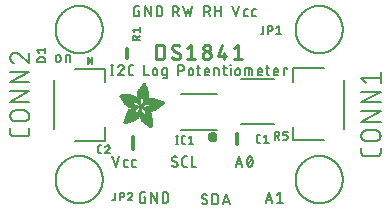
<source format=gbr>
G04 EAGLE Gerber RS-274X export*
G75*
%MOMM*%
%FSLAX34Y34*%
%LPD*%
%INSilkscreen Top*%
%IPPOS*%
%AMOC8*
5,1,8,0,0,1.08239X$1,22.5*%
G01*
%ADD10C,0.152400*%
%ADD11C,0.228600*%
%ADD12C,0.127000*%
%ADD13C,0.304800*%
%ADD14C,0.203200*%
%ADD15R,0.050800X0.006300*%
%ADD16R,0.082600X0.006400*%
%ADD17R,0.120600X0.006300*%
%ADD18R,0.139700X0.006400*%
%ADD19R,0.158800X0.006300*%
%ADD20R,0.177800X0.006400*%
%ADD21R,0.196800X0.006300*%
%ADD22R,0.215900X0.006400*%
%ADD23R,0.228600X0.006300*%
%ADD24R,0.241300X0.006400*%
%ADD25R,0.254000X0.006300*%
%ADD26R,0.266700X0.006400*%
%ADD27R,0.279400X0.006300*%
%ADD28R,0.285700X0.006400*%
%ADD29R,0.298400X0.006300*%
%ADD30R,0.311200X0.006400*%
%ADD31R,0.317500X0.006300*%
%ADD32R,0.330200X0.006400*%
%ADD33R,0.336600X0.006300*%
%ADD34R,0.349200X0.006400*%
%ADD35R,0.361900X0.006300*%
%ADD36R,0.368300X0.006400*%
%ADD37R,0.381000X0.006300*%
%ADD38R,0.387300X0.006400*%
%ADD39R,0.393700X0.006300*%
%ADD40R,0.406400X0.006400*%
%ADD41R,0.412700X0.006300*%
%ADD42R,0.419100X0.006400*%
%ADD43R,0.431800X0.006300*%
%ADD44R,0.438100X0.006400*%
%ADD45R,0.450800X0.006300*%
%ADD46R,0.457200X0.006400*%
%ADD47R,0.463500X0.006300*%
%ADD48R,0.476200X0.006400*%
%ADD49R,0.482600X0.006300*%
%ADD50R,0.488900X0.006400*%
%ADD51R,0.501600X0.006300*%
%ADD52R,0.508000X0.006400*%
%ADD53R,0.514300X0.006300*%
%ADD54R,0.527000X0.006400*%
%ADD55R,0.533400X0.006300*%
%ADD56R,0.546100X0.006400*%
%ADD57R,0.552400X0.006300*%
%ADD58R,0.558800X0.006400*%
%ADD59R,0.571500X0.006300*%
%ADD60R,0.577800X0.006400*%
%ADD61R,0.584200X0.006300*%
%ADD62R,0.596900X0.006400*%
%ADD63R,0.603200X0.006300*%
%ADD64R,0.609600X0.006400*%
%ADD65R,0.622300X0.006300*%
%ADD66R,0.628600X0.006400*%
%ADD67R,0.641300X0.006300*%
%ADD68R,0.647700X0.006400*%
%ADD69R,0.063500X0.006300*%
%ADD70R,0.654000X0.006300*%
%ADD71R,0.101600X0.006400*%
%ADD72R,0.666700X0.006400*%
%ADD73R,0.139700X0.006300*%
%ADD74R,0.673100X0.006300*%
%ADD75R,0.165100X0.006400*%
%ADD76R,0.679400X0.006400*%
%ADD77R,0.196900X0.006300*%
%ADD78R,0.692100X0.006300*%
%ADD79R,0.222200X0.006400*%
%ADD80R,0.698500X0.006400*%
%ADD81R,0.247700X0.006300*%
%ADD82R,0.704800X0.006300*%
%ADD83R,0.279400X0.006400*%
%ADD84R,0.717500X0.006400*%
%ADD85R,0.298500X0.006300*%
%ADD86R,0.723900X0.006300*%
%ADD87R,0.736600X0.006400*%
%ADD88R,0.342900X0.006300*%
%ADD89R,0.742900X0.006300*%
%ADD90R,0.374700X0.006400*%
%ADD91R,0.749300X0.006400*%
%ADD92R,0.762000X0.006300*%
%ADD93R,0.412700X0.006400*%
%ADD94R,0.768300X0.006400*%
%ADD95R,0.438100X0.006300*%
%ADD96R,0.774700X0.006300*%
%ADD97R,0.463600X0.006400*%
%ADD98R,0.787400X0.006400*%
%ADD99R,0.793700X0.006300*%
%ADD100R,0.495300X0.006400*%
%ADD101R,0.800100X0.006400*%
%ADD102R,0.520700X0.006300*%
%ADD103R,0.812800X0.006300*%
%ADD104R,0.533400X0.006400*%
%ADD105R,0.819100X0.006400*%
%ADD106R,0.558800X0.006300*%
%ADD107R,0.825500X0.006300*%
%ADD108R,0.577900X0.006400*%
%ADD109R,0.831800X0.006400*%
%ADD110R,0.596900X0.006300*%
%ADD111R,0.844500X0.006300*%
%ADD112R,0.616000X0.006400*%
%ADD113R,0.850900X0.006400*%
%ADD114R,0.635000X0.006300*%
%ADD115R,0.857200X0.006300*%
%ADD116R,0.654100X0.006400*%
%ADD117R,0.863600X0.006400*%
%ADD118R,0.666700X0.006300*%
%ADD119R,0.869900X0.006300*%
%ADD120R,0.685800X0.006400*%
%ADD121R,0.876300X0.006400*%
%ADD122R,0.882600X0.006300*%
%ADD123R,0.723900X0.006400*%
%ADD124R,0.889000X0.006400*%
%ADD125R,0.895300X0.006300*%
%ADD126R,0.755700X0.006400*%
%ADD127R,0.901700X0.006400*%
%ADD128R,0.908000X0.006300*%
%ADD129R,0.793800X0.006400*%
%ADD130R,0.914400X0.006400*%
%ADD131R,0.806400X0.006300*%
%ADD132R,0.920700X0.006300*%
%ADD133R,0.825500X0.006400*%
%ADD134R,0.927100X0.006400*%
%ADD135R,0.933400X0.006300*%
%ADD136R,0.857300X0.006400*%
%ADD137R,0.939800X0.006400*%
%ADD138R,0.870000X0.006300*%
%ADD139R,0.939800X0.006300*%
%ADD140R,0.946100X0.006400*%
%ADD141R,0.952500X0.006300*%
%ADD142R,0.908000X0.006400*%
%ADD143R,0.958800X0.006400*%
%ADD144R,0.965200X0.006300*%
%ADD145R,0.965200X0.006400*%
%ADD146R,0.971500X0.006300*%
%ADD147R,0.952500X0.006400*%
%ADD148R,0.977900X0.006400*%
%ADD149R,0.958800X0.006300*%
%ADD150R,0.984200X0.006300*%
%ADD151R,0.971500X0.006400*%
%ADD152R,0.984200X0.006400*%
%ADD153R,0.990600X0.006300*%
%ADD154R,0.984300X0.006400*%
%ADD155R,0.996900X0.006400*%
%ADD156R,0.997000X0.006300*%
%ADD157R,0.996900X0.006300*%
%ADD158R,1.003300X0.006400*%
%ADD159R,1.016000X0.006300*%
%ADD160R,1.009600X0.006300*%
%ADD161R,1.016000X0.006400*%
%ADD162R,1.009600X0.006400*%
%ADD163R,1.022300X0.006300*%
%ADD164R,1.028700X0.006400*%
%ADD165R,1.035100X0.006300*%
%ADD166R,1.047800X0.006400*%
%ADD167R,1.054100X0.006300*%
%ADD168R,1.028700X0.006300*%
%ADD169R,1.054100X0.006400*%
%ADD170R,1.035000X0.006400*%
%ADD171R,1.060400X0.006300*%
%ADD172R,1.035000X0.006300*%
%ADD173R,1.060500X0.006400*%
%ADD174R,1.041400X0.006400*%
%ADD175R,1.066800X0.006300*%
%ADD176R,1.041400X0.006300*%
%ADD177R,1.079500X0.006400*%
%ADD178R,1.047700X0.006400*%
%ADD179R,1.085900X0.006300*%
%ADD180R,1.047700X0.006300*%
%ADD181R,1.085800X0.006400*%
%ADD182R,1.092200X0.006300*%
%ADD183R,1.085900X0.006400*%
%ADD184R,1.098600X0.006300*%
%ADD185R,1.098600X0.006400*%
%ADD186R,1.060400X0.006400*%
%ADD187R,1.104900X0.006300*%
%ADD188R,1.104900X0.006400*%
%ADD189R,1.066800X0.006400*%
%ADD190R,1.111200X0.006300*%
%ADD191R,1.117600X0.006400*%
%ADD192R,1.117600X0.006300*%
%ADD193R,1.073100X0.006300*%
%ADD194R,1.073100X0.006400*%
%ADD195R,1.124000X0.006300*%
%ADD196R,1.079500X0.006300*%
%ADD197R,1.123900X0.006400*%
%ADD198R,1.130300X0.006300*%
%ADD199R,1.130300X0.006400*%
%ADD200R,1.136700X0.006400*%
%ADD201R,1.136700X0.006300*%
%ADD202R,1.085800X0.006300*%
%ADD203R,1.136600X0.006400*%
%ADD204R,1.136600X0.006300*%
%ADD205R,1.143000X0.006400*%
%ADD206R,1.143000X0.006300*%
%ADD207R,1.149400X0.006300*%
%ADD208R,1.149300X0.006300*%
%ADD209R,1.149300X0.006400*%
%ADD210R,1.149400X0.006400*%
%ADD211R,1.155700X0.006400*%
%ADD212R,1.155700X0.006300*%
%ADD213R,1.060500X0.006300*%
%ADD214R,2.197100X0.006400*%
%ADD215R,2.197100X0.006300*%
%ADD216R,2.184400X0.006300*%
%ADD217R,2.184400X0.006400*%
%ADD218R,2.171700X0.006400*%
%ADD219R,2.171700X0.006300*%
%ADD220R,1.530300X0.006400*%
%ADD221R,1.505000X0.006300*%
%ADD222R,1.492300X0.006400*%
%ADD223R,1.485900X0.006300*%
%ADD224R,0.565200X0.006300*%
%ADD225R,1.473200X0.006400*%
%ADD226R,0.565200X0.006400*%
%ADD227R,1.460500X0.006300*%
%ADD228R,1.454100X0.006400*%
%ADD229R,0.552400X0.006400*%
%ADD230R,1.441500X0.006300*%
%ADD231R,0.546100X0.006300*%
%ADD232R,1.435100X0.006400*%
%ADD233R,0.539800X0.006400*%
%ADD234R,1.428800X0.006300*%
%ADD235R,1.422400X0.006400*%
%ADD236R,1.409700X0.006300*%
%ADD237R,0.527100X0.006300*%
%ADD238R,1.403300X0.006400*%
%ADD239R,0.527100X0.006400*%
%ADD240R,1.390700X0.006300*%
%ADD241R,1.384300X0.006400*%
%ADD242R,0.520700X0.006400*%
%ADD243R,1.384300X0.006300*%
%ADD244R,0.514400X0.006300*%
%ADD245R,1.371600X0.006400*%
%ADD246R,1.365200X0.006300*%
%ADD247R,0.508000X0.006300*%
%ADD248R,1.352600X0.006400*%
%ADD249R,0.501700X0.006400*%
%ADD250R,0.711200X0.006300*%
%ADD251R,0.603300X0.006300*%
%ADD252R,0.501700X0.006300*%
%ADD253R,0.692100X0.006400*%
%ADD254R,0.571500X0.006400*%
%ADD255R,0.679400X0.006300*%
%ADD256R,0.495300X0.006300*%
%ADD257R,0.673100X0.006400*%
%ADD258R,0.666800X0.006300*%
%ADD259R,0.488900X0.006300*%
%ADD260R,0.660400X0.006400*%
%ADD261R,0.482600X0.006400*%
%ADD262R,0.476200X0.006300*%
%ADD263R,0.654000X0.006400*%
%ADD264R,0.469900X0.006400*%
%ADD265R,0.476300X0.006400*%
%ADD266R,0.647700X0.006300*%
%ADD267R,0.457200X0.006300*%
%ADD268R,0.469900X0.006300*%
%ADD269R,0.641300X0.006400*%
%ADD270R,0.444500X0.006400*%
%ADD271R,0.463600X0.006300*%
%ADD272R,0.635000X0.006400*%
%ADD273R,0.463500X0.006400*%
%ADD274R,0.393700X0.006400*%
%ADD275R,0.450800X0.006400*%
%ADD276R,0.628600X0.006300*%
%ADD277R,0.387400X0.006300*%
%ADD278R,0.450900X0.006300*%
%ADD279R,0.628700X0.006400*%
%ADD280R,0.374600X0.006400*%
%ADD281R,0.368300X0.006300*%
%ADD282R,0.438200X0.006300*%
%ADD283R,0.622300X0.006400*%
%ADD284R,0.355600X0.006400*%
%ADD285R,0.431800X0.006400*%
%ADD286R,0.349300X0.006300*%
%ADD287R,0.425400X0.006300*%
%ADD288R,0.615900X0.006300*%
%ADD289R,0.330200X0.006300*%
%ADD290R,0.419100X0.006300*%
%ADD291R,0.616000X0.006300*%
%ADD292R,0.311200X0.006300*%
%ADD293R,0.406400X0.006300*%
%ADD294R,0.615900X0.006400*%
%ADD295R,0.304800X0.006400*%
%ADD296R,0.158800X0.006400*%
%ADD297R,0.609600X0.006300*%
%ADD298R,0.292100X0.006300*%
%ADD299R,0.235000X0.006300*%
%ADD300R,0.387400X0.006400*%
%ADD301R,0.292100X0.006400*%
%ADD302R,0.336500X0.006300*%
%ADD303R,0.260400X0.006300*%
%ADD304R,0.603300X0.006400*%
%ADD305R,0.260400X0.006400*%
%ADD306R,0.362000X0.006400*%
%ADD307R,0.450900X0.006400*%
%ADD308R,0.355600X0.006300*%
%ADD309R,0.342900X0.006400*%
%ADD310R,0.514300X0.006400*%
%ADD311R,0.234900X0.006300*%
%ADD312R,0.539700X0.006300*%
%ADD313R,0.603200X0.006400*%
%ADD314R,0.234900X0.006400*%
%ADD315R,0.920700X0.006400*%
%ADD316R,0.958900X0.006400*%
%ADD317R,0.215900X0.006300*%
%ADD318R,0.209600X0.006400*%
%ADD319R,0.203200X0.006300*%
%ADD320R,1.003300X0.006300*%
%ADD321R,0.203200X0.006400*%
%ADD322R,0.196900X0.006400*%
%ADD323R,0.190500X0.006300*%
%ADD324R,0.190500X0.006400*%
%ADD325R,0.184200X0.006300*%
%ADD326R,0.590500X0.006400*%
%ADD327R,0.184200X0.006400*%
%ADD328R,0.590500X0.006300*%
%ADD329R,0.177800X0.006300*%
%ADD330R,0.584200X0.006400*%
%ADD331R,1.168400X0.006400*%
%ADD332R,0.171500X0.006300*%
%ADD333R,1.187500X0.006300*%
%ADD334R,1.200100X0.006400*%
%ADD335R,0.577800X0.006300*%
%ADD336R,1.212900X0.006300*%
%ADD337R,1.231900X0.006400*%
%ADD338R,1.250900X0.006300*%
%ADD339R,0.565100X0.006400*%
%ADD340R,0.184100X0.006400*%
%ADD341R,1.263700X0.006400*%
%ADD342R,0.565100X0.006300*%
%ADD343R,1.289100X0.006300*%
%ADD344R,1.314400X0.006400*%
%ADD345R,0.552500X0.006300*%
%ADD346R,1.568500X0.006300*%
%ADD347R,0.552500X0.006400*%
%ADD348R,1.581200X0.006400*%
%ADD349R,1.593800X0.006300*%
%ADD350R,1.606500X0.006400*%
%ADD351R,1.619300X0.006300*%
%ADD352R,0.514400X0.006400*%
%ADD353R,1.638300X0.006400*%
%ADD354R,1.657300X0.006300*%
%ADD355R,2.209800X0.006400*%
%ADD356R,2.425700X0.006300*%
%ADD357R,2.470100X0.006400*%
%ADD358R,2.501900X0.006300*%
%ADD359R,2.533700X0.006400*%
%ADD360R,2.559000X0.006300*%
%ADD361R,2.584500X0.006400*%
%ADD362R,2.609900X0.006300*%
%ADD363R,2.628900X0.006400*%
%ADD364R,2.660600X0.006300*%
%ADD365R,2.673400X0.006400*%
%ADD366R,1.422400X0.006300*%
%ADD367R,1.200200X0.006300*%
%ADD368R,1.365300X0.006300*%
%ADD369R,1.365300X0.006400*%
%ADD370R,1.352500X0.006300*%
%ADD371R,1.098500X0.006300*%
%ADD372R,1.358900X0.006400*%
%ADD373R,1.352600X0.006300*%
%ADD374R,1.358900X0.006300*%
%ADD375R,1.371600X0.006300*%
%ADD376R,1.377900X0.006400*%
%ADD377R,1.397000X0.006400*%
%ADD378R,1.403300X0.006300*%
%ADD379R,0.914400X0.006300*%
%ADD380R,0.876300X0.006300*%
%ADD381R,0.374600X0.006300*%
%ADD382R,1.073200X0.006400*%
%ADD383R,0.374700X0.006300*%
%ADD384R,0.844600X0.006400*%
%ADD385R,0.844600X0.006300*%
%ADD386R,0.831900X0.006400*%
%ADD387R,1.092200X0.006400*%
%ADD388R,0.400000X0.006300*%
%ADD389R,0.819200X0.006400*%
%ADD390R,1.111300X0.006400*%
%ADD391R,0.812800X0.006400*%
%ADD392R,0.800100X0.006300*%
%ADD393R,0.476300X0.006300*%
%ADD394R,1.181100X0.006300*%
%ADD395R,0.501600X0.006400*%
%ADD396R,1.193800X0.006400*%
%ADD397R,0.781000X0.006400*%
%ADD398R,1.238200X0.006400*%
%ADD399R,0.781100X0.006300*%
%ADD400R,1.257300X0.006300*%
%ADD401R,1.295400X0.006400*%
%ADD402R,1.333500X0.006300*%
%ADD403R,0.774700X0.006400*%
%ADD404R,1.866900X0.006400*%
%ADD405R,0.209600X0.006300*%
%ADD406R,1.866900X0.006300*%
%ADD407R,0.768400X0.006400*%
%ADD408R,0.209500X0.006400*%
%ADD409R,1.860600X0.006400*%
%ADD410R,0.762000X0.006400*%
%ADD411R,0.768400X0.006300*%
%ADD412R,1.860600X0.006300*%
%ADD413R,1.860500X0.006400*%
%ADD414R,0.222300X0.006300*%
%ADD415R,1.854200X0.006300*%
%ADD416R,0.235000X0.006400*%
%ADD417R,1.854200X0.006400*%
%ADD418R,0.768300X0.006300*%
%ADD419R,0.260300X0.006400*%
%ADD420R,1.847800X0.006400*%
%ADD421R,0.266700X0.006300*%
%ADD422R,1.847800X0.006300*%
%ADD423R,0.273100X0.006400*%
%ADD424R,1.841500X0.006400*%
%ADD425R,0.285800X0.006300*%
%ADD426R,1.841500X0.006300*%
%ADD427R,0.298500X0.006400*%
%ADD428R,1.835100X0.006400*%
%ADD429R,0.781000X0.006300*%
%ADD430R,0.304800X0.006300*%
%ADD431R,1.835100X0.006300*%
%ADD432R,0.317500X0.006400*%
%ADD433R,1.828800X0.006400*%
%ADD434R,0.787400X0.006300*%
%ADD435R,0.323800X0.006300*%
%ADD436R,1.828800X0.006300*%
%ADD437R,0.793700X0.006400*%
%ADD438R,1.822400X0.006400*%
%ADD439R,0.806500X0.006300*%
%ADD440R,1.822400X0.006300*%
%ADD441R,1.816100X0.006400*%
%ADD442R,0.819100X0.006300*%
%ADD443R,0.387300X0.006300*%
%ADD444R,1.816100X0.006300*%
%ADD445R,1.809800X0.006400*%
%ADD446R,1.803400X0.006300*%
%ADD447R,1.797000X0.006400*%
%ADD448R,0.901700X0.006300*%
%ADD449R,1.797000X0.006300*%
%ADD450R,1.441400X0.006400*%
%ADD451R,1.790700X0.006400*%
%ADD452R,1.447800X0.006300*%
%ADD453R,1.784300X0.006300*%
%ADD454R,1.447800X0.006400*%
%ADD455R,1.784300X0.006400*%
%ADD456R,1.454100X0.006300*%
%ADD457R,1.771700X0.006300*%
%ADD458R,1.460500X0.006400*%
%ADD459R,1.759000X0.006400*%
%ADD460R,1.466800X0.006300*%
%ADD461R,1.752600X0.006300*%
%ADD462R,1.466800X0.006400*%
%ADD463R,1.739900X0.006400*%
%ADD464R,1.473200X0.006300*%
%ADD465R,1.727200X0.006300*%
%ADD466R,1.479500X0.006400*%
%ADD467R,1.714500X0.006400*%
%ADD468R,1.695400X0.006300*%
%ADD469R,1.485900X0.006400*%
%ADD470R,1.682700X0.006400*%
%ADD471R,1.492200X0.006300*%
%ADD472R,1.663700X0.006300*%
%ADD473R,1.498600X0.006400*%
%ADD474R,1.644600X0.006400*%
%ADD475R,1.498600X0.006300*%
%ADD476R,1.619200X0.006300*%
%ADD477R,1.511300X0.006400*%
%ADD478R,1.600200X0.006400*%
%ADD479R,1.517700X0.006300*%
%ADD480R,1.574800X0.006300*%
%ADD481R,1.524000X0.006400*%
%ADD482R,1.555800X0.006400*%
%ADD483R,1.524000X0.006300*%
%ADD484R,1.536700X0.006300*%
%ADD485R,1.530400X0.006400*%
%ADD486R,1.517700X0.006400*%
%ADD487R,1.492300X0.006300*%
%ADD488R,1.549400X0.006400*%
%ADD489R,1.479600X0.006400*%
%ADD490R,1.549400X0.006300*%
%ADD491R,1.555700X0.006400*%
%ADD492R,1.562100X0.006300*%
%ADD493R,0.323900X0.006300*%
%ADD494R,1.568400X0.006400*%
%ADD495R,0.336600X0.006400*%
%ADD496R,1.587500X0.006300*%
%ADD497R,0.971600X0.006300*%
%ADD498R,0.349300X0.006400*%
%ADD499R,1.600200X0.006300*%
%ADD500R,0.920800X0.006300*%
%ADD501R,0.882700X0.006400*%
%ADD502R,1.612900X0.006300*%
%ADD503R,0.362000X0.006300*%
%ADD504R,1.625600X0.006400*%
%ADD505R,1.625600X0.006300*%
%ADD506R,1.644600X0.006300*%
%ADD507R,0.736600X0.006300*%
%ADD508R,0.717600X0.006400*%
%ADD509R,1.657400X0.006300*%
%ADD510R,0.679500X0.006300*%
%ADD511R,1.663700X0.006400*%
%ADD512R,0.400000X0.006400*%
%ADD513R,1.676400X0.006300*%
%ADD514R,1.676400X0.006400*%
%ADD515R,0.425500X0.006400*%
%ADD516R,1.352500X0.006400*%
%ADD517R,0.444500X0.006300*%
%ADD518R,0.361900X0.006400*%
%ADD519R,0.088900X0.006300*%
%ADD520R,1.009700X0.006300*%
%ADD521R,1.009700X0.006400*%
%ADD522R,1.022300X0.006400*%
%ADD523R,1.346200X0.006400*%
%ADD524R,1.346200X0.006300*%
%ADD525R,1.339900X0.006400*%
%ADD526R,1.035100X0.006400*%
%ADD527R,1.339800X0.006300*%
%ADD528R,1.333500X0.006400*%
%ADD529R,1.327200X0.006400*%
%ADD530R,1.320800X0.006300*%
%ADD531R,1.314500X0.006400*%
%ADD532R,1.314400X0.006300*%
%ADD533R,1.301700X0.006400*%
%ADD534R,1.295400X0.006300*%
%ADD535R,1.289000X0.006400*%
%ADD536R,1.276300X0.006300*%
%ADD537R,1.251000X0.006300*%
%ADD538R,1.244600X0.006400*%
%ADD539R,1.231900X0.006300*%
%ADD540R,1.212800X0.006400*%
%ADD541R,1.200100X0.006300*%
%ADD542R,1.187400X0.006400*%
%ADD543R,1.168400X0.006300*%
%ADD544R,1.047800X0.006300*%
%ADD545R,0.977900X0.006300*%
%ADD546R,0.946200X0.006400*%
%ADD547R,0.933400X0.006400*%
%ADD548R,0.895300X0.006400*%
%ADD549R,0.882700X0.006300*%
%ADD550R,0.863600X0.006300*%
%ADD551R,0.857200X0.006400*%
%ADD552R,0.850900X0.006300*%
%ADD553R,0.838200X0.006300*%
%ADD554R,0.806500X0.006400*%
%ADD555R,0.717600X0.006300*%
%ADD556R,0.711200X0.006400*%
%ADD557R,0.641400X0.006400*%
%ADD558R,0.641400X0.006300*%
%ADD559R,0.628700X0.006300*%
%ADD560R,0.590600X0.006300*%
%ADD561R,0.539700X0.006400*%
%ADD562R,0.285700X0.006300*%
%ADD563R,0.222200X0.006300*%
%ADD564R,0.171400X0.006300*%
%ADD565R,0.152400X0.006400*%
%ADD566R,0.133400X0.006300*%
%ADD567R,0.127000X0.762000*%
%ADD568C,0.406400*%

G36*
X32581Y122436D02*
X32581Y122436D01*
X32610Y122435D01*
X32700Y122462D01*
X32792Y122482D01*
X32817Y122497D01*
X32846Y122506D01*
X32988Y122596D01*
X36163Y125136D01*
X36232Y125213D01*
X36305Y125286D01*
X36314Y125304D01*
X36327Y125318D01*
X36369Y125414D01*
X36415Y125506D01*
X36417Y125526D01*
X36425Y125544D01*
X36434Y125647D01*
X36448Y125750D01*
X36444Y125769D01*
X36446Y125789D01*
X36421Y125890D01*
X36402Y125992D01*
X36392Y126009D01*
X36388Y126028D01*
X36332Y126116D01*
X36281Y126206D01*
X36264Y126223D01*
X36256Y126236D01*
X36231Y126256D01*
X36163Y126324D01*
X32988Y128864D01*
X32962Y128879D01*
X32940Y128900D01*
X32855Y128939D01*
X32773Y128985D01*
X32744Y128991D01*
X32717Y129003D01*
X32624Y129013D01*
X32532Y129031D01*
X32502Y129027D01*
X32473Y129030D01*
X32381Y129010D01*
X32288Y128998D01*
X32261Y128984D01*
X32232Y128978D01*
X32152Y128930D01*
X32068Y128888D01*
X32047Y128867D01*
X32021Y128852D01*
X31960Y128780D01*
X31894Y128714D01*
X31881Y128688D01*
X31861Y128665D01*
X31826Y128578D01*
X31784Y128494D01*
X31780Y128464D01*
X31769Y128437D01*
X31751Y128270D01*
X31751Y123190D01*
X31756Y123161D01*
X31753Y123131D01*
X31775Y123040D01*
X31791Y122947D01*
X31804Y122921D01*
X31811Y122892D01*
X31862Y122813D01*
X31906Y122730D01*
X31927Y122709D01*
X31943Y122684D01*
X32016Y122625D01*
X32084Y122561D01*
X32111Y122548D01*
X32134Y122529D01*
X32222Y122496D01*
X32307Y122457D01*
X32337Y122454D01*
X32364Y122443D01*
X32458Y122440D01*
X32551Y122430D01*
X32581Y122436D01*
G37*
D10*
X53561Y44958D02*
X56440Y36322D01*
X59318Y44958D01*
X64510Y36322D02*
X66429Y36322D01*
X64510Y36322D02*
X64435Y36324D01*
X64360Y36330D01*
X64285Y36340D01*
X64211Y36353D01*
X64138Y36371D01*
X64065Y36392D01*
X63994Y36418D01*
X63925Y36446D01*
X63857Y36479D01*
X63791Y36515D01*
X63726Y36554D01*
X63664Y36597D01*
X63604Y36643D01*
X63547Y36692D01*
X63492Y36743D01*
X63441Y36798D01*
X63392Y36855D01*
X63346Y36915D01*
X63303Y36977D01*
X63264Y37042D01*
X63228Y37108D01*
X63195Y37176D01*
X63167Y37245D01*
X63141Y37316D01*
X63120Y37389D01*
X63102Y37462D01*
X63089Y37536D01*
X63079Y37611D01*
X63073Y37686D01*
X63071Y37761D01*
X63070Y37761D02*
X63070Y40640D01*
X63071Y40640D02*
X63073Y40715D01*
X63079Y40790D01*
X63089Y40865D01*
X63102Y40939D01*
X63120Y41012D01*
X63141Y41085D01*
X63167Y41156D01*
X63195Y41225D01*
X63228Y41293D01*
X63264Y41360D01*
X63303Y41424D01*
X63346Y41486D01*
X63392Y41546D01*
X63441Y41603D01*
X63492Y41658D01*
X63547Y41709D01*
X63604Y41758D01*
X63664Y41804D01*
X63726Y41847D01*
X63791Y41886D01*
X63857Y41922D01*
X63925Y41955D01*
X63994Y41983D01*
X64065Y42009D01*
X64138Y42030D01*
X64211Y42048D01*
X64285Y42061D01*
X64360Y42071D01*
X64435Y42077D01*
X64510Y42079D01*
X66429Y42079D01*
X71520Y36322D02*
X73439Y36322D01*
X71520Y36322D02*
X71445Y36324D01*
X71370Y36330D01*
X71295Y36340D01*
X71221Y36353D01*
X71148Y36371D01*
X71075Y36392D01*
X71004Y36418D01*
X70935Y36446D01*
X70867Y36479D01*
X70801Y36515D01*
X70736Y36554D01*
X70674Y36597D01*
X70614Y36643D01*
X70557Y36692D01*
X70502Y36743D01*
X70451Y36798D01*
X70402Y36855D01*
X70356Y36915D01*
X70313Y36977D01*
X70274Y37042D01*
X70238Y37108D01*
X70205Y37176D01*
X70177Y37245D01*
X70151Y37316D01*
X70130Y37389D01*
X70112Y37462D01*
X70099Y37536D01*
X70089Y37611D01*
X70083Y37686D01*
X70081Y37761D01*
X70081Y40640D01*
X70083Y40715D01*
X70089Y40790D01*
X70099Y40865D01*
X70112Y40939D01*
X70130Y41012D01*
X70151Y41085D01*
X70177Y41156D01*
X70205Y41225D01*
X70238Y41293D01*
X70274Y41360D01*
X70313Y41424D01*
X70356Y41486D01*
X70402Y41546D01*
X70451Y41603D01*
X70502Y41658D01*
X70557Y41709D01*
X70614Y41758D01*
X70674Y41804D01*
X70736Y41847D01*
X70801Y41886D01*
X70867Y41922D01*
X70935Y41955D01*
X71004Y41983D01*
X71075Y42009D01*
X71148Y42030D01*
X71221Y42048D01*
X71295Y42061D01*
X71370Y42071D01*
X71445Y42077D01*
X71520Y42079D01*
X73439Y42079D01*
X80106Y10640D02*
X81545Y10640D01*
X81545Y5842D01*
X78667Y5842D01*
X78581Y5844D01*
X78495Y5850D01*
X78409Y5859D01*
X78324Y5873D01*
X78240Y5890D01*
X78156Y5911D01*
X78074Y5936D01*
X77993Y5964D01*
X77913Y5996D01*
X77834Y6032D01*
X77758Y6071D01*
X77683Y6114D01*
X77610Y6159D01*
X77539Y6208D01*
X77471Y6261D01*
X77404Y6316D01*
X77341Y6374D01*
X77280Y6435D01*
X77222Y6498D01*
X77167Y6565D01*
X77114Y6633D01*
X77065Y6704D01*
X77020Y6777D01*
X76977Y6852D01*
X76938Y6928D01*
X76902Y7007D01*
X76870Y7087D01*
X76842Y7168D01*
X76817Y7250D01*
X76796Y7334D01*
X76779Y7418D01*
X76765Y7503D01*
X76756Y7589D01*
X76750Y7675D01*
X76748Y7761D01*
X76748Y12559D01*
X76750Y12645D01*
X76756Y12731D01*
X76765Y12817D01*
X76779Y12902D01*
X76796Y12986D01*
X76817Y13070D01*
X76842Y13152D01*
X76870Y13233D01*
X76902Y13313D01*
X76938Y13392D01*
X76977Y13468D01*
X77020Y13543D01*
X77065Y13616D01*
X77114Y13687D01*
X77167Y13755D01*
X77222Y13822D01*
X77280Y13885D01*
X77341Y13946D01*
X77404Y14004D01*
X77471Y14059D01*
X77539Y14111D01*
X77610Y14161D01*
X77683Y14206D01*
X77758Y14249D01*
X77834Y14288D01*
X77913Y14324D01*
X77993Y14356D01*
X78074Y14384D01*
X78156Y14409D01*
X78240Y14430D01*
X78324Y14447D01*
X78409Y14461D01*
X78495Y14470D01*
X78581Y14476D01*
X78667Y14478D01*
X81545Y14478D01*
X86501Y14478D02*
X86501Y5842D01*
X91299Y5842D02*
X86501Y14478D01*
X91299Y14478D02*
X91299Y5842D01*
X96255Y5842D02*
X96255Y14478D01*
X98654Y14478D01*
X98751Y14476D01*
X98847Y14470D01*
X98943Y14461D01*
X99039Y14447D01*
X99134Y14430D01*
X99228Y14408D01*
X99321Y14383D01*
X99414Y14355D01*
X99505Y14322D01*
X99594Y14286D01*
X99682Y14246D01*
X99769Y14203D01*
X99854Y14157D01*
X99936Y14107D01*
X100017Y14053D01*
X100095Y13997D01*
X100171Y13937D01*
X100245Y13875D01*
X100316Y13809D01*
X100384Y13741D01*
X100450Y13670D01*
X100512Y13596D01*
X100572Y13520D01*
X100628Y13442D01*
X100682Y13361D01*
X100732Y13279D01*
X100778Y13194D01*
X100821Y13107D01*
X100861Y13019D01*
X100897Y12930D01*
X100930Y12839D01*
X100958Y12746D01*
X100983Y12653D01*
X101005Y12559D01*
X101022Y12464D01*
X101036Y12368D01*
X101045Y12272D01*
X101051Y12176D01*
X101053Y12079D01*
X101052Y12079D02*
X101052Y8241D01*
X101053Y8241D02*
X101051Y8144D01*
X101045Y8048D01*
X101036Y7952D01*
X101022Y7856D01*
X101005Y7761D01*
X100983Y7667D01*
X100958Y7574D01*
X100930Y7481D01*
X100897Y7390D01*
X100861Y7301D01*
X100821Y7213D01*
X100778Y7126D01*
X100732Y7041D01*
X100682Y6959D01*
X100628Y6878D01*
X100572Y6800D01*
X100512Y6724D01*
X100450Y6650D01*
X100384Y6579D01*
X100316Y6511D01*
X100245Y6445D01*
X100171Y6383D01*
X100095Y6323D01*
X100017Y6267D01*
X99936Y6213D01*
X99854Y6163D01*
X99769Y6117D01*
X99682Y6074D01*
X99594Y6034D01*
X99505Y5998D01*
X99414Y5965D01*
X99321Y5937D01*
X99228Y5912D01*
X99134Y5890D01*
X99039Y5873D01*
X98943Y5859D01*
X98847Y5850D01*
X98751Y5844D01*
X98654Y5842D01*
X96255Y5842D01*
X106865Y36322D02*
X106951Y36324D01*
X107037Y36330D01*
X107123Y36339D01*
X107208Y36353D01*
X107292Y36370D01*
X107376Y36391D01*
X107458Y36416D01*
X107539Y36444D01*
X107619Y36476D01*
X107698Y36512D01*
X107774Y36551D01*
X107849Y36594D01*
X107922Y36639D01*
X107993Y36689D01*
X108061Y36741D01*
X108128Y36796D01*
X108191Y36854D01*
X108252Y36915D01*
X108310Y36978D01*
X108365Y37045D01*
X108418Y37113D01*
X108467Y37184D01*
X108512Y37257D01*
X108555Y37332D01*
X108594Y37408D01*
X108630Y37487D01*
X108662Y37567D01*
X108690Y37648D01*
X108715Y37730D01*
X108736Y37814D01*
X108753Y37898D01*
X108767Y37983D01*
X108776Y38069D01*
X108782Y38155D01*
X108784Y38241D01*
X106865Y36322D02*
X106742Y36324D01*
X106619Y36329D01*
X106496Y36339D01*
X106374Y36352D01*
X106252Y36369D01*
X106130Y36389D01*
X106010Y36413D01*
X105890Y36441D01*
X105771Y36472D01*
X105653Y36507D01*
X105536Y36546D01*
X105420Y36588D01*
X105306Y36634D01*
X105193Y36683D01*
X105082Y36735D01*
X104972Y36791D01*
X104864Y36850D01*
X104758Y36913D01*
X104653Y36978D01*
X104551Y37047D01*
X104451Y37119D01*
X104354Y37194D01*
X104258Y37271D01*
X104165Y37352D01*
X104074Y37435D01*
X103986Y37521D01*
X104226Y43039D02*
X104228Y43125D01*
X104234Y43211D01*
X104243Y43297D01*
X104257Y43382D01*
X104274Y43466D01*
X104295Y43550D01*
X104320Y43632D01*
X104348Y43713D01*
X104380Y43793D01*
X104416Y43872D01*
X104455Y43948D01*
X104498Y44023D01*
X104543Y44096D01*
X104592Y44167D01*
X104645Y44235D01*
X104700Y44302D01*
X104758Y44365D01*
X104819Y44426D01*
X104882Y44484D01*
X104949Y44539D01*
X105017Y44592D01*
X105088Y44641D01*
X105161Y44686D01*
X105236Y44729D01*
X105312Y44768D01*
X105391Y44804D01*
X105471Y44836D01*
X105552Y44864D01*
X105634Y44889D01*
X105718Y44910D01*
X105802Y44927D01*
X105887Y44941D01*
X105973Y44950D01*
X106059Y44956D01*
X106145Y44958D01*
X106261Y44956D01*
X106376Y44951D01*
X106492Y44941D01*
X106607Y44928D01*
X106721Y44912D01*
X106835Y44891D01*
X106949Y44867D01*
X107061Y44839D01*
X107172Y44808D01*
X107283Y44773D01*
X107392Y44735D01*
X107500Y44693D01*
X107606Y44648D01*
X107712Y44599D01*
X107815Y44547D01*
X107917Y44492D01*
X108016Y44433D01*
X108114Y44371D01*
X108210Y44306D01*
X108304Y44238D01*
X105185Y41360D02*
X105111Y41406D01*
X105038Y41456D01*
X104968Y41509D01*
X104900Y41565D01*
X104835Y41624D01*
X104772Y41686D01*
X104713Y41751D01*
X104656Y41818D01*
X104602Y41888D01*
X104552Y41960D01*
X104505Y42034D01*
X104461Y42110D01*
X104421Y42189D01*
X104385Y42269D01*
X104352Y42350D01*
X104323Y42433D01*
X104297Y42518D01*
X104275Y42603D01*
X104258Y42689D01*
X104244Y42776D01*
X104234Y42863D01*
X104228Y42951D01*
X104226Y43039D01*
X107825Y39920D02*
X107899Y39874D01*
X107972Y39824D01*
X108042Y39771D01*
X108110Y39715D01*
X108175Y39656D01*
X108238Y39594D01*
X108297Y39529D01*
X108354Y39462D01*
X108408Y39392D01*
X108458Y39320D01*
X108505Y39246D01*
X108549Y39170D01*
X108589Y39091D01*
X108625Y39011D01*
X108658Y38930D01*
X108687Y38847D01*
X108713Y38762D01*
X108735Y38677D01*
X108752Y38591D01*
X108766Y38504D01*
X108776Y38417D01*
X108782Y38329D01*
X108784Y38241D01*
X107824Y39920D02*
X105185Y41360D01*
X114706Y36322D02*
X116625Y36322D01*
X114706Y36322D02*
X114620Y36324D01*
X114534Y36330D01*
X114448Y36339D01*
X114363Y36353D01*
X114279Y36370D01*
X114195Y36391D01*
X114113Y36416D01*
X114032Y36444D01*
X113952Y36476D01*
X113873Y36512D01*
X113797Y36551D01*
X113722Y36594D01*
X113649Y36639D01*
X113578Y36688D01*
X113510Y36741D01*
X113443Y36796D01*
X113380Y36854D01*
X113319Y36915D01*
X113261Y36978D01*
X113206Y37045D01*
X113153Y37113D01*
X113104Y37184D01*
X113059Y37257D01*
X113016Y37332D01*
X112977Y37408D01*
X112941Y37487D01*
X112909Y37567D01*
X112881Y37648D01*
X112856Y37730D01*
X112835Y37814D01*
X112818Y37898D01*
X112804Y37983D01*
X112795Y38069D01*
X112789Y38155D01*
X112787Y38241D01*
X112787Y43039D01*
X112789Y43125D01*
X112795Y43211D01*
X112804Y43297D01*
X112818Y43382D01*
X112835Y43466D01*
X112856Y43550D01*
X112881Y43632D01*
X112909Y43713D01*
X112941Y43793D01*
X112977Y43872D01*
X113016Y43948D01*
X113059Y44023D01*
X113104Y44096D01*
X113153Y44167D01*
X113206Y44235D01*
X113261Y44302D01*
X113319Y44365D01*
X113380Y44426D01*
X113443Y44484D01*
X113510Y44539D01*
X113578Y44591D01*
X113649Y44641D01*
X113722Y44686D01*
X113797Y44729D01*
X113873Y44768D01*
X113952Y44804D01*
X114032Y44836D01*
X114113Y44864D01*
X114195Y44889D01*
X114279Y44910D01*
X114363Y44927D01*
X114448Y44941D01*
X114534Y44950D01*
X114620Y44956D01*
X114706Y44958D01*
X116625Y44958D01*
X120776Y44958D02*
X120776Y36322D01*
X124614Y36322D01*
X133833Y6491D02*
X133831Y6405D01*
X133825Y6319D01*
X133816Y6233D01*
X133802Y6148D01*
X133785Y6064D01*
X133764Y5980D01*
X133739Y5898D01*
X133711Y5817D01*
X133679Y5737D01*
X133643Y5658D01*
X133604Y5582D01*
X133561Y5507D01*
X133516Y5434D01*
X133467Y5363D01*
X133414Y5295D01*
X133359Y5228D01*
X133301Y5165D01*
X133240Y5104D01*
X133177Y5046D01*
X133110Y4991D01*
X133042Y4939D01*
X132971Y4889D01*
X132898Y4844D01*
X132823Y4801D01*
X132747Y4762D01*
X132668Y4726D01*
X132588Y4694D01*
X132507Y4666D01*
X132425Y4641D01*
X132341Y4620D01*
X132257Y4603D01*
X132172Y4589D01*
X132086Y4580D01*
X132000Y4574D01*
X131914Y4572D01*
X131913Y4572D02*
X131790Y4574D01*
X131667Y4579D01*
X131544Y4589D01*
X131422Y4602D01*
X131300Y4619D01*
X131178Y4639D01*
X131058Y4663D01*
X130938Y4691D01*
X130819Y4722D01*
X130701Y4757D01*
X130584Y4796D01*
X130468Y4838D01*
X130354Y4884D01*
X130241Y4933D01*
X130130Y4985D01*
X130020Y5041D01*
X129912Y5100D01*
X129806Y5163D01*
X129701Y5228D01*
X129599Y5297D01*
X129499Y5369D01*
X129402Y5444D01*
X129306Y5521D01*
X129213Y5602D01*
X129122Y5685D01*
X129034Y5771D01*
X129275Y11289D02*
X129277Y11375D01*
X129283Y11461D01*
X129292Y11547D01*
X129306Y11632D01*
X129323Y11716D01*
X129344Y11800D01*
X129369Y11882D01*
X129397Y11963D01*
X129429Y12043D01*
X129465Y12122D01*
X129504Y12198D01*
X129547Y12273D01*
X129592Y12346D01*
X129641Y12417D01*
X129694Y12485D01*
X129749Y12552D01*
X129807Y12615D01*
X129868Y12676D01*
X129931Y12734D01*
X129998Y12789D01*
X130066Y12842D01*
X130137Y12891D01*
X130210Y12936D01*
X130285Y12979D01*
X130361Y13018D01*
X130440Y13054D01*
X130520Y13086D01*
X130601Y13114D01*
X130683Y13139D01*
X130767Y13160D01*
X130851Y13177D01*
X130936Y13191D01*
X131022Y13200D01*
X131108Y13206D01*
X131194Y13208D01*
X131310Y13206D01*
X131425Y13201D01*
X131541Y13191D01*
X131656Y13178D01*
X131770Y13162D01*
X131884Y13141D01*
X131998Y13117D01*
X132110Y13089D01*
X132221Y13058D01*
X132332Y13023D01*
X132441Y12985D01*
X132549Y12943D01*
X132655Y12898D01*
X132761Y12849D01*
X132864Y12797D01*
X132966Y12742D01*
X133065Y12683D01*
X133163Y12621D01*
X133259Y12556D01*
X133353Y12488D01*
X130234Y9610D02*
X130160Y9656D01*
X130087Y9706D01*
X130017Y9759D01*
X129949Y9815D01*
X129884Y9874D01*
X129821Y9936D01*
X129762Y10001D01*
X129705Y10068D01*
X129651Y10138D01*
X129601Y10210D01*
X129554Y10284D01*
X129510Y10360D01*
X129470Y10439D01*
X129434Y10519D01*
X129401Y10600D01*
X129372Y10683D01*
X129346Y10768D01*
X129324Y10853D01*
X129307Y10939D01*
X129293Y11026D01*
X129283Y11113D01*
X129277Y11201D01*
X129275Y11289D01*
X132874Y8170D02*
X132948Y8124D01*
X133021Y8074D01*
X133091Y8021D01*
X133159Y7965D01*
X133224Y7906D01*
X133287Y7844D01*
X133346Y7779D01*
X133403Y7712D01*
X133457Y7642D01*
X133507Y7570D01*
X133554Y7496D01*
X133598Y7420D01*
X133638Y7341D01*
X133674Y7261D01*
X133707Y7180D01*
X133736Y7097D01*
X133762Y7012D01*
X133784Y6927D01*
X133801Y6841D01*
X133815Y6754D01*
X133825Y6667D01*
X133831Y6579D01*
X133833Y6491D01*
X132873Y8170D02*
X130234Y9610D01*
X138179Y13208D02*
X138179Y4572D01*
X138179Y13208D02*
X140578Y13208D01*
X140675Y13206D01*
X140771Y13200D01*
X140867Y13191D01*
X140963Y13177D01*
X141058Y13160D01*
X141152Y13138D01*
X141245Y13113D01*
X141338Y13085D01*
X141429Y13052D01*
X141518Y13016D01*
X141606Y12976D01*
X141693Y12933D01*
X141778Y12887D01*
X141860Y12837D01*
X141941Y12783D01*
X142019Y12727D01*
X142095Y12667D01*
X142169Y12605D01*
X142240Y12539D01*
X142308Y12471D01*
X142374Y12400D01*
X142436Y12326D01*
X142496Y12250D01*
X142552Y12172D01*
X142606Y12091D01*
X142656Y12009D01*
X142702Y11924D01*
X142745Y11837D01*
X142785Y11749D01*
X142821Y11660D01*
X142854Y11569D01*
X142882Y11476D01*
X142907Y11383D01*
X142929Y11289D01*
X142946Y11194D01*
X142960Y11098D01*
X142969Y11002D01*
X142975Y10906D01*
X142977Y10809D01*
X142977Y6971D01*
X142975Y6874D01*
X142969Y6778D01*
X142960Y6682D01*
X142946Y6586D01*
X142929Y6491D01*
X142907Y6397D01*
X142882Y6304D01*
X142854Y6211D01*
X142821Y6120D01*
X142785Y6031D01*
X142745Y5943D01*
X142702Y5856D01*
X142656Y5771D01*
X142606Y5689D01*
X142552Y5608D01*
X142496Y5530D01*
X142436Y5454D01*
X142374Y5380D01*
X142308Y5309D01*
X142240Y5241D01*
X142169Y5175D01*
X142095Y5113D01*
X142019Y5053D01*
X141941Y4997D01*
X141860Y4943D01*
X141778Y4893D01*
X141693Y4847D01*
X141606Y4804D01*
X141518Y4764D01*
X141429Y4728D01*
X141338Y4695D01*
X141245Y4667D01*
X141152Y4642D01*
X141058Y4620D01*
X140963Y4603D01*
X140867Y4589D01*
X140771Y4580D01*
X140675Y4574D01*
X140578Y4572D01*
X138179Y4572D01*
X147148Y4572D02*
X150026Y13208D01*
X152905Y4572D01*
X152185Y6731D02*
X147867Y6731D01*
X157889Y36322D02*
X160768Y44958D01*
X163647Y36322D01*
X162927Y38481D02*
X158609Y38481D01*
X167513Y40640D02*
X167515Y40810D01*
X167521Y40980D01*
X167531Y41149D01*
X167545Y41319D01*
X167564Y41488D01*
X167586Y41656D01*
X167612Y41824D01*
X167642Y41991D01*
X167677Y42157D01*
X167715Y42323D01*
X167757Y42488D01*
X167803Y42651D01*
X167853Y42814D01*
X167907Y42975D01*
X167964Y43135D01*
X168026Y43293D01*
X168091Y43450D01*
X168160Y43605D01*
X168233Y43759D01*
X168261Y43835D01*
X168293Y43910D01*
X168328Y43984D01*
X168366Y44056D01*
X168408Y44126D01*
X168453Y44194D01*
X168501Y44260D01*
X168552Y44324D01*
X168606Y44385D01*
X168662Y44444D01*
X168722Y44500D01*
X168783Y44553D01*
X168847Y44603D01*
X168914Y44651D01*
X168982Y44695D01*
X169053Y44736D01*
X169125Y44774D01*
X169199Y44808D01*
X169274Y44839D01*
X169351Y44867D01*
X169429Y44891D01*
X169508Y44911D01*
X169588Y44928D01*
X169668Y44941D01*
X169749Y44951D01*
X169830Y44956D01*
X169912Y44958D01*
X169994Y44956D01*
X170075Y44951D01*
X170156Y44941D01*
X170236Y44928D01*
X170316Y44911D01*
X170395Y44891D01*
X170473Y44867D01*
X170550Y44839D01*
X170625Y44808D01*
X170699Y44774D01*
X170771Y44736D01*
X170842Y44695D01*
X170910Y44651D01*
X170977Y44603D01*
X171041Y44553D01*
X171102Y44500D01*
X171162Y44444D01*
X171218Y44385D01*
X171272Y44324D01*
X171323Y44260D01*
X171371Y44194D01*
X171416Y44126D01*
X171458Y44056D01*
X171496Y43984D01*
X171531Y43910D01*
X171563Y43835D01*
X171591Y43759D01*
X171664Y43605D01*
X171733Y43450D01*
X171798Y43293D01*
X171860Y43135D01*
X171917Y42975D01*
X171971Y42814D01*
X172021Y42651D01*
X172067Y42488D01*
X172109Y42323D01*
X172147Y42157D01*
X172182Y41991D01*
X172212Y41824D01*
X172238Y41656D01*
X172260Y41488D01*
X172279Y41319D01*
X172293Y41149D01*
X172303Y40980D01*
X172309Y40810D01*
X172311Y40640D01*
X167513Y40640D02*
X167515Y40470D01*
X167521Y40300D01*
X167531Y40131D01*
X167545Y39961D01*
X167564Y39792D01*
X167586Y39624D01*
X167612Y39456D01*
X167642Y39289D01*
X167677Y39123D01*
X167715Y38957D01*
X167757Y38792D01*
X167803Y38629D01*
X167853Y38467D01*
X167907Y38305D01*
X167964Y38146D01*
X168026Y37987D01*
X168091Y37830D01*
X168160Y37675D01*
X168233Y37521D01*
X168261Y37445D01*
X168293Y37370D01*
X168328Y37296D01*
X168366Y37224D01*
X168408Y37154D01*
X168453Y37086D01*
X168501Y37020D01*
X168552Y36956D01*
X168606Y36895D01*
X168662Y36836D01*
X168722Y36780D01*
X168783Y36727D01*
X168847Y36677D01*
X168914Y36629D01*
X168982Y36585D01*
X169053Y36544D01*
X169125Y36506D01*
X169199Y36472D01*
X169274Y36441D01*
X169351Y36413D01*
X169429Y36389D01*
X169508Y36369D01*
X169588Y36352D01*
X169668Y36339D01*
X169749Y36329D01*
X169830Y36324D01*
X169912Y36322D01*
X171591Y37521D02*
X171664Y37675D01*
X171733Y37830D01*
X171798Y37987D01*
X171860Y38146D01*
X171917Y38305D01*
X171971Y38467D01*
X172021Y38629D01*
X172067Y38792D01*
X172109Y38957D01*
X172147Y39123D01*
X172182Y39289D01*
X172212Y39456D01*
X172238Y39624D01*
X172260Y39792D01*
X172279Y39961D01*
X172293Y40131D01*
X172303Y40300D01*
X172309Y40470D01*
X172311Y40640D01*
X171591Y37521D02*
X171563Y37445D01*
X171531Y37370D01*
X171496Y37296D01*
X171458Y37224D01*
X171416Y37154D01*
X171371Y37086D01*
X171323Y37020D01*
X171272Y36956D01*
X171218Y36895D01*
X171162Y36836D01*
X171102Y36780D01*
X171041Y36727D01*
X170977Y36677D01*
X170910Y36629D01*
X170842Y36585D01*
X170771Y36544D01*
X170699Y36506D01*
X170625Y36472D01*
X170550Y36441D01*
X170473Y36413D01*
X170395Y36389D01*
X170316Y36369D01*
X170236Y36352D01*
X170156Y36339D01*
X170075Y36329D01*
X169994Y36324D01*
X169912Y36322D01*
X167993Y38241D02*
X171831Y43039D01*
X186168Y14478D02*
X183289Y5842D01*
X189047Y5842D02*
X186168Y14478D01*
X188327Y8001D02*
X184009Y8001D01*
X192913Y12559D02*
X195312Y14478D01*
X195312Y5842D01*
X192913Y5842D02*
X197711Y5842D01*
X158040Y163640D02*
X155161Y172276D01*
X160918Y172276D02*
X158040Y163640D01*
X166110Y163640D02*
X168029Y163640D01*
X166110Y163640D02*
X166035Y163642D01*
X165960Y163648D01*
X165885Y163658D01*
X165811Y163671D01*
X165738Y163689D01*
X165665Y163710D01*
X165594Y163736D01*
X165525Y163764D01*
X165457Y163797D01*
X165391Y163833D01*
X165326Y163872D01*
X165264Y163915D01*
X165204Y163961D01*
X165147Y164010D01*
X165092Y164061D01*
X165041Y164116D01*
X164992Y164173D01*
X164946Y164233D01*
X164903Y164295D01*
X164864Y164360D01*
X164828Y164426D01*
X164795Y164494D01*
X164767Y164563D01*
X164741Y164634D01*
X164720Y164707D01*
X164702Y164780D01*
X164689Y164854D01*
X164679Y164929D01*
X164673Y165004D01*
X164671Y165079D01*
X164670Y165079D02*
X164670Y167958D01*
X164671Y167958D02*
X164673Y168033D01*
X164679Y168108D01*
X164689Y168183D01*
X164702Y168257D01*
X164720Y168330D01*
X164741Y168403D01*
X164767Y168474D01*
X164795Y168543D01*
X164828Y168611D01*
X164864Y168678D01*
X164903Y168742D01*
X164946Y168804D01*
X164992Y168864D01*
X165041Y168921D01*
X165092Y168976D01*
X165147Y169027D01*
X165204Y169076D01*
X165264Y169122D01*
X165326Y169165D01*
X165391Y169204D01*
X165457Y169240D01*
X165525Y169273D01*
X165594Y169301D01*
X165665Y169327D01*
X165738Y169348D01*
X165811Y169366D01*
X165885Y169379D01*
X165960Y169389D01*
X166035Y169395D01*
X166110Y169397D01*
X168029Y169397D01*
X173120Y163640D02*
X175039Y163640D01*
X173120Y163640D02*
X173045Y163642D01*
X172970Y163648D01*
X172895Y163658D01*
X172821Y163671D01*
X172748Y163689D01*
X172675Y163710D01*
X172604Y163736D01*
X172535Y163764D01*
X172467Y163797D01*
X172401Y163833D01*
X172336Y163872D01*
X172274Y163915D01*
X172214Y163961D01*
X172157Y164010D01*
X172102Y164061D01*
X172051Y164116D01*
X172002Y164173D01*
X171956Y164233D01*
X171913Y164295D01*
X171874Y164360D01*
X171838Y164426D01*
X171805Y164494D01*
X171777Y164563D01*
X171751Y164634D01*
X171730Y164707D01*
X171712Y164780D01*
X171699Y164854D01*
X171689Y164929D01*
X171683Y165004D01*
X171681Y165079D01*
X171681Y167958D01*
X171683Y168033D01*
X171689Y168108D01*
X171699Y168183D01*
X171712Y168257D01*
X171730Y168330D01*
X171751Y168403D01*
X171777Y168474D01*
X171805Y168543D01*
X171838Y168611D01*
X171874Y168678D01*
X171913Y168742D01*
X171956Y168804D01*
X172002Y168864D01*
X172051Y168921D01*
X172102Y168976D01*
X172157Y169027D01*
X172214Y169076D01*
X172274Y169122D01*
X172336Y169165D01*
X172401Y169204D01*
X172467Y169240D01*
X172535Y169273D01*
X172604Y169301D01*
X172675Y169327D01*
X172748Y169348D01*
X172821Y169366D01*
X172895Y169379D01*
X172970Y169389D01*
X173045Y169395D01*
X173120Y169397D01*
X175039Y169397D01*
X131349Y172276D02*
X131349Y163640D01*
X131349Y172276D02*
X133748Y172276D01*
X133845Y172274D01*
X133941Y172268D01*
X134037Y172259D01*
X134133Y172245D01*
X134228Y172228D01*
X134322Y172206D01*
X134415Y172181D01*
X134508Y172153D01*
X134599Y172120D01*
X134688Y172084D01*
X134776Y172044D01*
X134863Y172001D01*
X134948Y171955D01*
X135030Y171905D01*
X135111Y171851D01*
X135189Y171795D01*
X135265Y171735D01*
X135339Y171673D01*
X135410Y171607D01*
X135478Y171539D01*
X135544Y171468D01*
X135606Y171394D01*
X135666Y171318D01*
X135722Y171240D01*
X135776Y171159D01*
X135826Y171076D01*
X135872Y170992D01*
X135915Y170905D01*
X135955Y170817D01*
X135991Y170728D01*
X136024Y170637D01*
X136052Y170544D01*
X136077Y170451D01*
X136099Y170357D01*
X136116Y170262D01*
X136130Y170166D01*
X136139Y170070D01*
X136145Y169974D01*
X136147Y169877D01*
X136145Y169780D01*
X136139Y169684D01*
X136130Y169588D01*
X136116Y169492D01*
X136099Y169397D01*
X136077Y169303D01*
X136052Y169210D01*
X136024Y169117D01*
X135991Y169026D01*
X135955Y168937D01*
X135915Y168849D01*
X135872Y168762D01*
X135826Y168678D01*
X135776Y168595D01*
X135722Y168514D01*
X135666Y168436D01*
X135606Y168360D01*
X135544Y168286D01*
X135478Y168215D01*
X135410Y168147D01*
X135339Y168081D01*
X135265Y168019D01*
X135189Y167959D01*
X135111Y167903D01*
X135030Y167849D01*
X134948Y167799D01*
X134863Y167753D01*
X134776Y167710D01*
X134688Y167670D01*
X134599Y167634D01*
X134508Y167601D01*
X134415Y167573D01*
X134322Y167548D01*
X134228Y167526D01*
X134133Y167509D01*
X134037Y167495D01*
X133941Y167486D01*
X133845Y167480D01*
X133748Y167478D01*
X131349Y167478D01*
X134228Y167478D02*
X136147Y163640D01*
X140713Y163640D02*
X140713Y172276D01*
X140713Y168437D02*
X145511Y168437D01*
X145511Y172276D02*
X145511Y163640D01*
X104772Y163640D02*
X104772Y172276D01*
X107171Y172276D01*
X107268Y172274D01*
X107364Y172268D01*
X107460Y172259D01*
X107556Y172245D01*
X107651Y172228D01*
X107745Y172206D01*
X107838Y172181D01*
X107931Y172153D01*
X108022Y172120D01*
X108111Y172084D01*
X108199Y172044D01*
X108286Y172001D01*
X108371Y171955D01*
X108453Y171905D01*
X108534Y171851D01*
X108612Y171795D01*
X108688Y171735D01*
X108762Y171673D01*
X108833Y171607D01*
X108901Y171539D01*
X108967Y171468D01*
X109029Y171394D01*
X109089Y171318D01*
X109145Y171240D01*
X109199Y171159D01*
X109249Y171076D01*
X109295Y170992D01*
X109338Y170905D01*
X109378Y170817D01*
X109414Y170728D01*
X109447Y170637D01*
X109475Y170544D01*
X109500Y170451D01*
X109522Y170357D01*
X109539Y170262D01*
X109553Y170166D01*
X109562Y170070D01*
X109568Y169974D01*
X109570Y169877D01*
X109568Y169780D01*
X109562Y169684D01*
X109553Y169588D01*
X109539Y169492D01*
X109522Y169397D01*
X109500Y169303D01*
X109475Y169210D01*
X109447Y169117D01*
X109414Y169026D01*
X109378Y168937D01*
X109338Y168849D01*
X109295Y168762D01*
X109249Y168678D01*
X109199Y168595D01*
X109145Y168514D01*
X109089Y168436D01*
X109029Y168360D01*
X108967Y168286D01*
X108901Y168215D01*
X108833Y168147D01*
X108762Y168081D01*
X108688Y168019D01*
X108612Y167959D01*
X108534Y167903D01*
X108453Y167849D01*
X108371Y167799D01*
X108286Y167753D01*
X108199Y167710D01*
X108111Y167670D01*
X108022Y167634D01*
X107931Y167601D01*
X107838Y167573D01*
X107745Y167548D01*
X107651Y167526D01*
X107556Y167509D01*
X107460Y167495D01*
X107364Y167486D01*
X107268Y167480D01*
X107171Y167478D01*
X104772Y167478D01*
X107651Y167478D02*
X109570Y163640D01*
X115530Y163640D02*
X113611Y172276D01*
X117450Y169397D02*
X115530Y163640D01*
X119369Y163640D02*
X117450Y169397D01*
X121288Y172276D02*
X119369Y163640D01*
X76465Y168437D02*
X75026Y168437D01*
X76465Y168437D02*
X76465Y163640D01*
X73587Y163640D01*
X73501Y163642D01*
X73415Y163648D01*
X73329Y163657D01*
X73244Y163671D01*
X73160Y163688D01*
X73076Y163709D01*
X72994Y163734D01*
X72913Y163762D01*
X72833Y163794D01*
X72754Y163830D01*
X72678Y163869D01*
X72603Y163912D01*
X72530Y163957D01*
X72459Y164006D01*
X72391Y164059D01*
X72324Y164114D01*
X72261Y164172D01*
X72200Y164233D01*
X72142Y164296D01*
X72087Y164363D01*
X72034Y164431D01*
X71985Y164502D01*
X71940Y164575D01*
X71897Y164650D01*
X71858Y164726D01*
X71822Y164805D01*
X71790Y164885D01*
X71762Y164966D01*
X71737Y165048D01*
X71716Y165132D01*
X71699Y165216D01*
X71685Y165301D01*
X71676Y165387D01*
X71670Y165473D01*
X71668Y165559D01*
X71668Y170356D01*
X71670Y170442D01*
X71676Y170528D01*
X71685Y170614D01*
X71699Y170699D01*
X71716Y170783D01*
X71737Y170867D01*
X71762Y170949D01*
X71790Y171030D01*
X71822Y171110D01*
X71858Y171189D01*
X71897Y171265D01*
X71940Y171340D01*
X71985Y171413D01*
X72034Y171484D01*
X72087Y171552D01*
X72142Y171619D01*
X72200Y171682D01*
X72261Y171743D01*
X72324Y171801D01*
X72391Y171856D01*
X72459Y171908D01*
X72530Y171958D01*
X72603Y172003D01*
X72678Y172046D01*
X72754Y172085D01*
X72833Y172121D01*
X72913Y172153D01*
X72994Y172181D01*
X73076Y172206D01*
X73160Y172227D01*
X73244Y172244D01*
X73329Y172258D01*
X73415Y172267D01*
X73501Y172273D01*
X73587Y172275D01*
X73587Y172276D02*
X76465Y172276D01*
X81421Y172276D02*
X81421Y163640D01*
X86219Y163640D02*
X81421Y172276D01*
X86219Y172276D02*
X86219Y163640D01*
X91175Y163640D02*
X91175Y172276D01*
X93574Y172276D01*
X93671Y172274D01*
X93767Y172268D01*
X93863Y172259D01*
X93959Y172245D01*
X94054Y172228D01*
X94148Y172206D01*
X94241Y172181D01*
X94334Y172153D01*
X94425Y172120D01*
X94514Y172084D01*
X94602Y172044D01*
X94689Y172001D01*
X94774Y171955D01*
X94856Y171905D01*
X94937Y171851D01*
X95015Y171795D01*
X95091Y171735D01*
X95165Y171673D01*
X95236Y171607D01*
X95304Y171539D01*
X95370Y171468D01*
X95432Y171394D01*
X95492Y171318D01*
X95548Y171240D01*
X95602Y171159D01*
X95652Y171077D01*
X95698Y170992D01*
X95741Y170905D01*
X95781Y170817D01*
X95817Y170728D01*
X95850Y170637D01*
X95878Y170544D01*
X95903Y170451D01*
X95925Y170357D01*
X95942Y170262D01*
X95956Y170166D01*
X95965Y170070D01*
X95971Y169974D01*
X95973Y169877D01*
X95972Y169877D02*
X95972Y166038D01*
X95973Y166038D02*
X95971Y165941D01*
X95965Y165845D01*
X95956Y165749D01*
X95942Y165653D01*
X95925Y165558D01*
X95903Y165464D01*
X95878Y165371D01*
X95850Y165278D01*
X95817Y165187D01*
X95781Y165098D01*
X95741Y165010D01*
X95698Y164923D01*
X95652Y164839D01*
X95602Y164756D01*
X95548Y164675D01*
X95492Y164597D01*
X95432Y164521D01*
X95370Y164447D01*
X95304Y164376D01*
X95236Y164308D01*
X95165Y164242D01*
X95091Y164180D01*
X95015Y164120D01*
X94937Y164064D01*
X94856Y164010D01*
X94774Y163960D01*
X94689Y163914D01*
X94602Y163871D01*
X94514Y163831D01*
X94425Y163795D01*
X94334Y163762D01*
X94241Y163734D01*
X94148Y163709D01*
X94054Y163687D01*
X93959Y163670D01*
X93863Y163656D01*
X93767Y163647D01*
X93671Y163641D01*
X93574Y163639D01*
X93574Y163640D02*
X91175Y163640D01*
D11*
X90617Y139573D02*
X90617Y127127D01*
X90617Y139573D02*
X94074Y139573D01*
X94190Y139571D01*
X94305Y139565D01*
X94420Y139556D01*
X94535Y139542D01*
X94649Y139525D01*
X94763Y139504D01*
X94875Y139479D01*
X94987Y139450D01*
X95098Y139418D01*
X95208Y139382D01*
X95316Y139342D01*
X95424Y139299D01*
X95529Y139252D01*
X95633Y139201D01*
X95735Y139148D01*
X95836Y139090D01*
X95934Y139030D01*
X96030Y138966D01*
X96125Y138899D01*
X96216Y138829D01*
X96306Y138756D01*
X96393Y138680D01*
X96477Y138601D01*
X96559Y138519D01*
X96638Y138435D01*
X96714Y138348D01*
X96787Y138258D01*
X96857Y138167D01*
X96924Y138072D01*
X96988Y137976D01*
X97048Y137878D01*
X97106Y137777D01*
X97159Y137675D01*
X97210Y137571D01*
X97257Y137466D01*
X97300Y137358D01*
X97340Y137250D01*
X97376Y137140D01*
X97408Y137029D01*
X97437Y136917D01*
X97462Y136805D01*
X97483Y136691D01*
X97500Y136577D01*
X97514Y136462D01*
X97523Y136347D01*
X97529Y136231D01*
X97531Y136116D01*
X97531Y130584D01*
X97529Y130468D01*
X97523Y130353D01*
X97514Y130238D01*
X97500Y130123D01*
X97483Y130009D01*
X97462Y129895D01*
X97437Y129783D01*
X97408Y129671D01*
X97376Y129560D01*
X97340Y129450D01*
X97300Y129342D01*
X97257Y129234D01*
X97210Y129129D01*
X97159Y129025D01*
X97106Y128923D01*
X97048Y128822D01*
X96988Y128724D01*
X96924Y128628D01*
X96857Y128533D01*
X96787Y128442D01*
X96714Y128352D01*
X96638Y128265D01*
X96559Y128181D01*
X96477Y128099D01*
X96393Y128020D01*
X96306Y127944D01*
X96216Y127871D01*
X96125Y127801D01*
X96030Y127734D01*
X95934Y127670D01*
X95836Y127610D01*
X95735Y127552D01*
X95633Y127499D01*
X95529Y127448D01*
X95424Y127401D01*
X95316Y127358D01*
X95208Y127318D01*
X95098Y127282D01*
X94987Y127250D01*
X94875Y127221D01*
X94763Y127196D01*
X94649Y127175D01*
X94535Y127158D01*
X94420Y127144D01*
X94305Y127135D01*
X94190Y127129D01*
X94074Y127127D01*
X90617Y127127D01*
X108024Y127127D02*
X108127Y127129D01*
X108231Y127135D01*
X108334Y127144D01*
X108436Y127158D01*
X108538Y127175D01*
X108639Y127196D01*
X108740Y127221D01*
X108839Y127250D01*
X108938Y127282D01*
X109035Y127318D01*
X109130Y127358D01*
X109224Y127401D01*
X109316Y127448D01*
X109407Y127498D01*
X109496Y127551D01*
X109582Y127608D01*
X109667Y127667D01*
X109749Y127730D01*
X109828Y127796D01*
X109905Y127865D01*
X109980Y127937D01*
X110052Y128012D01*
X110121Y128089D01*
X110187Y128168D01*
X110250Y128250D01*
X110309Y128335D01*
X110366Y128421D01*
X110419Y128510D01*
X110469Y128601D01*
X110516Y128693D01*
X110559Y128787D01*
X110599Y128882D01*
X110635Y128979D01*
X110667Y129078D01*
X110696Y129177D01*
X110721Y129278D01*
X110742Y129379D01*
X110759Y129481D01*
X110773Y129583D01*
X110782Y129686D01*
X110788Y129790D01*
X110790Y129893D01*
X108024Y127127D02*
X107875Y127129D01*
X107726Y127135D01*
X107578Y127144D01*
X107430Y127157D01*
X107282Y127174D01*
X107135Y127195D01*
X106988Y127220D01*
X106842Y127248D01*
X106696Y127280D01*
X106552Y127316D01*
X106408Y127355D01*
X106266Y127398D01*
X106124Y127444D01*
X105984Y127495D01*
X105846Y127548D01*
X105708Y127606D01*
X105572Y127666D01*
X105438Y127730D01*
X105305Y127798D01*
X105175Y127869D01*
X105046Y127943D01*
X104919Y128021D01*
X104794Y128101D01*
X104671Y128185D01*
X104550Y128272D01*
X104431Y128362D01*
X104315Y128455D01*
X104201Y128551D01*
X104090Y128650D01*
X103981Y128751D01*
X103875Y128856D01*
X104221Y136807D02*
X104223Y136910D01*
X104229Y137014D01*
X104238Y137117D01*
X104252Y137219D01*
X104269Y137321D01*
X104290Y137422D01*
X104315Y137523D01*
X104344Y137622D01*
X104376Y137721D01*
X104412Y137818D01*
X104452Y137913D01*
X104495Y138007D01*
X104542Y138099D01*
X104592Y138190D01*
X104645Y138279D01*
X104702Y138365D01*
X104761Y138450D01*
X104824Y138532D01*
X104890Y138611D01*
X104959Y138688D01*
X105031Y138763D01*
X105106Y138835D01*
X105183Y138904D01*
X105262Y138970D01*
X105345Y139033D01*
X105429Y139092D01*
X105515Y139149D01*
X105604Y139202D01*
X105695Y139252D01*
X105787Y139299D01*
X105881Y139342D01*
X105976Y139382D01*
X106073Y139418D01*
X106172Y139450D01*
X106271Y139479D01*
X106372Y139504D01*
X106473Y139525D01*
X106575Y139542D01*
X106677Y139556D01*
X106780Y139565D01*
X106884Y139571D01*
X106987Y139573D01*
X107126Y139571D01*
X107265Y139566D01*
X107404Y139556D01*
X107542Y139543D01*
X107680Y139526D01*
X107818Y139506D01*
X107955Y139482D01*
X108091Y139454D01*
X108226Y139423D01*
X108361Y139388D01*
X108495Y139349D01*
X108627Y139307D01*
X108758Y139261D01*
X108888Y139212D01*
X109017Y139159D01*
X109144Y139103D01*
X109270Y139044D01*
X109394Y138981D01*
X109516Y138914D01*
X109637Y138845D01*
X109755Y138772D01*
X109872Y138697D01*
X109986Y138618D01*
X110099Y138536D01*
X105604Y134387D02*
X105515Y134441D01*
X105428Y134499D01*
X105344Y134560D01*
X105262Y134624D01*
X105182Y134691D01*
X105105Y134761D01*
X105030Y134834D01*
X104959Y134910D01*
X104890Y134988D01*
X104824Y135068D01*
X104761Y135151D01*
X104701Y135236D01*
X104644Y135324D01*
X104591Y135413D01*
X104541Y135505D01*
X104495Y135598D01*
X104451Y135693D01*
X104412Y135789D01*
X104376Y135887D01*
X104344Y135986D01*
X104315Y136086D01*
X104290Y136187D01*
X104269Y136289D01*
X104252Y136392D01*
X104238Y136495D01*
X104229Y136599D01*
X104223Y136703D01*
X104221Y136807D01*
X109407Y132313D02*
X109496Y132259D01*
X109582Y132201D01*
X109667Y132140D01*
X109749Y132076D01*
X109829Y132009D01*
X109906Y131939D01*
X109980Y131866D01*
X110052Y131790D01*
X110121Y131712D01*
X110187Y131632D01*
X110250Y131549D01*
X110310Y131464D01*
X110367Y131376D01*
X110420Y131287D01*
X110470Y131195D01*
X110516Y131102D01*
X110560Y131007D01*
X110599Y130911D01*
X110635Y130813D01*
X110667Y130714D01*
X110696Y130614D01*
X110721Y130513D01*
X110742Y130411D01*
X110759Y130308D01*
X110773Y130205D01*
X110782Y130101D01*
X110788Y129997D01*
X110790Y129893D01*
X109407Y132313D02*
X105604Y134387D01*
X116692Y136807D02*
X120150Y139573D01*
X120150Y127127D01*
X123607Y127127D02*
X116692Y127127D01*
X129951Y130584D02*
X129953Y130701D01*
X129959Y130817D01*
X129969Y130934D01*
X129983Y131050D01*
X130000Y131165D01*
X130022Y131280D01*
X130047Y131394D01*
X130076Y131507D01*
X130110Y131619D01*
X130146Y131730D01*
X130187Y131839D01*
X130231Y131947D01*
X130279Y132054D01*
X130330Y132159D01*
X130385Y132262D01*
X130444Y132363D01*
X130506Y132462D01*
X130571Y132559D01*
X130639Y132654D01*
X130710Y132746D01*
X130785Y132836D01*
X130863Y132923D01*
X130943Y133008D01*
X131026Y133090D01*
X131112Y133169D01*
X131201Y133245D01*
X131292Y133318D01*
X131385Y133388D01*
X131481Y133454D01*
X131579Y133518D01*
X131680Y133578D01*
X131782Y133635D01*
X131886Y133688D01*
X131991Y133737D01*
X132099Y133783D01*
X132207Y133826D01*
X132318Y133865D01*
X132429Y133899D01*
X132541Y133931D01*
X132655Y133958D01*
X132769Y133982D01*
X132885Y134001D01*
X133000Y134017D01*
X133116Y134029D01*
X133233Y134037D01*
X133350Y134041D01*
X133466Y134041D01*
X133583Y134037D01*
X133700Y134029D01*
X133816Y134017D01*
X133931Y134001D01*
X134047Y133982D01*
X134161Y133958D01*
X134275Y133931D01*
X134387Y133899D01*
X134498Y133865D01*
X134609Y133826D01*
X134717Y133783D01*
X134825Y133737D01*
X134930Y133688D01*
X135034Y133635D01*
X135137Y133578D01*
X135237Y133518D01*
X135335Y133454D01*
X135431Y133388D01*
X135524Y133318D01*
X135615Y133245D01*
X135704Y133169D01*
X135790Y133090D01*
X135873Y133008D01*
X135953Y132923D01*
X136031Y132836D01*
X136106Y132746D01*
X136177Y132654D01*
X136245Y132559D01*
X136310Y132462D01*
X136372Y132363D01*
X136431Y132262D01*
X136486Y132159D01*
X136537Y132054D01*
X136585Y131947D01*
X136629Y131839D01*
X136670Y131730D01*
X136706Y131619D01*
X136740Y131507D01*
X136769Y131394D01*
X136794Y131280D01*
X136816Y131165D01*
X136833Y131050D01*
X136847Y130934D01*
X136857Y130817D01*
X136863Y130701D01*
X136865Y130584D01*
X136863Y130467D01*
X136857Y130351D01*
X136847Y130234D01*
X136833Y130118D01*
X136816Y130003D01*
X136794Y129888D01*
X136769Y129774D01*
X136740Y129661D01*
X136706Y129549D01*
X136670Y129438D01*
X136629Y129329D01*
X136585Y129221D01*
X136537Y129114D01*
X136486Y129009D01*
X136431Y128906D01*
X136372Y128805D01*
X136310Y128706D01*
X136245Y128609D01*
X136177Y128514D01*
X136106Y128422D01*
X136031Y128332D01*
X135953Y128245D01*
X135873Y128160D01*
X135790Y128078D01*
X135704Y127999D01*
X135615Y127923D01*
X135524Y127850D01*
X135431Y127780D01*
X135335Y127714D01*
X135237Y127650D01*
X135136Y127590D01*
X135034Y127533D01*
X134930Y127480D01*
X134825Y127431D01*
X134717Y127385D01*
X134609Y127342D01*
X134498Y127303D01*
X134387Y127269D01*
X134275Y127237D01*
X134161Y127210D01*
X134047Y127186D01*
X133931Y127167D01*
X133816Y127151D01*
X133700Y127139D01*
X133583Y127131D01*
X133466Y127127D01*
X133350Y127127D01*
X133233Y127131D01*
X133116Y127139D01*
X133000Y127151D01*
X132885Y127167D01*
X132769Y127186D01*
X132655Y127210D01*
X132541Y127237D01*
X132429Y127269D01*
X132318Y127303D01*
X132207Y127342D01*
X132099Y127385D01*
X131991Y127431D01*
X131886Y127480D01*
X131782Y127533D01*
X131680Y127590D01*
X131579Y127650D01*
X131481Y127714D01*
X131385Y127780D01*
X131292Y127850D01*
X131201Y127923D01*
X131112Y127999D01*
X131026Y128078D01*
X130943Y128160D01*
X130863Y128245D01*
X130785Y128332D01*
X130710Y128422D01*
X130639Y128514D01*
X130571Y128609D01*
X130506Y128706D01*
X130444Y128805D01*
X130385Y128906D01*
X130330Y129009D01*
X130279Y129114D01*
X130231Y129221D01*
X130187Y129329D01*
X130146Y129438D01*
X130110Y129549D01*
X130076Y129661D01*
X130047Y129774D01*
X130022Y129888D01*
X130000Y130003D01*
X129983Y130118D01*
X129969Y130234D01*
X129959Y130351D01*
X129953Y130467D01*
X129951Y130584D01*
X130642Y136807D02*
X130644Y136910D01*
X130650Y137014D01*
X130659Y137117D01*
X130673Y137219D01*
X130690Y137321D01*
X130711Y137422D01*
X130736Y137523D01*
X130765Y137622D01*
X130797Y137721D01*
X130833Y137818D01*
X130873Y137913D01*
X130916Y138007D01*
X130963Y138099D01*
X131013Y138190D01*
X131066Y138279D01*
X131123Y138365D01*
X131182Y138450D01*
X131245Y138532D01*
X131311Y138611D01*
X131380Y138688D01*
X131452Y138763D01*
X131527Y138835D01*
X131604Y138904D01*
X131683Y138970D01*
X131765Y139033D01*
X131850Y139092D01*
X131936Y139149D01*
X132025Y139202D01*
X132116Y139252D01*
X132208Y139299D01*
X132302Y139342D01*
X132397Y139382D01*
X132494Y139418D01*
X132593Y139450D01*
X132692Y139479D01*
X132793Y139504D01*
X132894Y139525D01*
X132996Y139542D01*
X133098Y139556D01*
X133201Y139565D01*
X133305Y139571D01*
X133408Y139573D01*
X133511Y139571D01*
X133615Y139565D01*
X133718Y139556D01*
X133820Y139542D01*
X133922Y139525D01*
X134023Y139504D01*
X134124Y139479D01*
X134223Y139450D01*
X134322Y139418D01*
X134419Y139382D01*
X134514Y139342D01*
X134608Y139299D01*
X134700Y139252D01*
X134791Y139202D01*
X134880Y139149D01*
X134966Y139092D01*
X135051Y139033D01*
X135133Y138970D01*
X135212Y138904D01*
X135289Y138835D01*
X135364Y138763D01*
X135436Y138688D01*
X135505Y138611D01*
X135571Y138532D01*
X135634Y138450D01*
X135693Y138365D01*
X135750Y138279D01*
X135803Y138190D01*
X135853Y138099D01*
X135900Y138007D01*
X135943Y137913D01*
X135983Y137818D01*
X136019Y137721D01*
X136051Y137622D01*
X136080Y137523D01*
X136105Y137422D01*
X136126Y137321D01*
X136143Y137219D01*
X136157Y137117D01*
X136166Y137014D01*
X136172Y136910D01*
X136174Y136807D01*
X136172Y136704D01*
X136166Y136600D01*
X136157Y136497D01*
X136143Y136395D01*
X136126Y136293D01*
X136105Y136192D01*
X136080Y136091D01*
X136051Y135992D01*
X136019Y135893D01*
X135983Y135796D01*
X135943Y135701D01*
X135900Y135607D01*
X135853Y135515D01*
X135803Y135424D01*
X135750Y135335D01*
X135693Y135249D01*
X135634Y135164D01*
X135571Y135082D01*
X135505Y135003D01*
X135436Y134926D01*
X135364Y134851D01*
X135289Y134779D01*
X135212Y134710D01*
X135133Y134644D01*
X135051Y134581D01*
X134966Y134522D01*
X134880Y134465D01*
X134791Y134412D01*
X134700Y134362D01*
X134608Y134315D01*
X134514Y134272D01*
X134419Y134232D01*
X134322Y134196D01*
X134223Y134164D01*
X134124Y134135D01*
X134023Y134110D01*
X133922Y134089D01*
X133820Y134072D01*
X133718Y134058D01*
X133615Y134049D01*
X133511Y134043D01*
X133408Y134041D01*
X133305Y134043D01*
X133201Y134049D01*
X133098Y134058D01*
X132996Y134072D01*
X132894Y134089D01*
X132793Y134110D01*
X132692Y134135D01*
X132593Y134164D01*
X132494Y134196D01*
X132397Y134232D01*
X132302Y134272D01*
X132208Y134315D01*
X132116Y134362D01*
X132025Y134412D01*
X131936Y134465D01*
X131850Y134522D01*
X131765Y134581D01*
X131683Y134644D01*
X131604Y134710D01*
X131527Y134779D01*
X131452Y134851D01*
X131380Y134926D01*
X131311Y135003D01*
X131245Y135082D01*
X131182Y135164D01*
X131123Y135249D01*
X131066Y135335D01*
X131013Y135424D01*
X130963Y135515D01*
X130916Y135607D01*
X130873Y135701D01*
X130833Y135796D01*
X130797Y135893D01*
X130765Y135992D01*
X130736Y136091D01*
X130711Y136192D01*
X130690Y136293D01*
X130673Y136395D01*
X130659Y136497D01*
X130650Y136600D01*
X130644Y136704D01*
X130642Y136807D01*
X143210Y129893D02*
X145976Y139573D01*
X143210Y129893D02*
X150124Y129893D01*
X148050Y132659D02*
X148050Y127127D01*
X156469Y136807D02*
X159926Y139573D01*
X159926Y127127D01*
X156469Y127127D02*
X163383Y127127D01*
D10*
X53505Y122428D02*
X53505Y113792D01*
X52546Y113792D02*
X54465Y113792D01*
X54465Y122428D02*
X52546Y122428D01*
X61060Y122428D02*
X61152Y122426D01*
X61243Y122420D01*
X61334Y122411D01*
X61425Y122397D01*
X61515Y122380D01*
X61604Y122358D01*
X61692Y122333D01*
X61779Y122305D01*
X61865Y122272D01*
X61949Y122236D01*
X62032Y122197D01*
X62113Y122154D01*
X62192Y122107D01*
X62269Y122058D01*
X62344Y122005D01*
X62416Y121949D01*
X62486Y121890D01*
X62554Y121828D01*
X62619Y121763D01*
X62681Y121695D01*
X62740Y121625D01*
X62796Y121553D01*
X62849Y121478D01*
X62898Y121401D01*
X62945Y121322D01*
X62988Y121241D01*
X63027Y121158D01*
X63063Y121074D01*
X63096Y120988D01*
X63124Y120901D01*
X63149Y120813D01*
X63171Y120724D01*
X63188Y120634D01*
X63202Y120543D01*
X63211Y120452D01*
X63217Y120361D01*
X63219Y120269D01*
X61060Y122428D02*
X60957Y122426D01*
X60855Y122420D01*
X60753Y122411D01*
X60651Y122398D01*
X60550Y122381D01*
X60449Y122360D01*
X60350Y122336D01*
X60251Y122307D01*
X60154Y122276D01*
X60057Y122240D01*
X59962Y122202D01*
X59869Y122159D01*
X59777Y122113D01*
X59687Y122064D01*
X59599Y122012D01*
X59512Y121956D01*
X59428Y121897D01*
X59347Y121836D01*
X59267Y121771D01*
X59190Y121703D01*
X59115Y121632D01*
X59044Y121559D01*
X58975Y121483D01*
X58908Y121405D01*
X58845Y121324D01*
X58785Y121241D01*
X58728Y121156D01*
X58674Y121069D01*
X58623Y120979D01*
X58576Y120888D01*
X58532Y120796D01*
X58491Y120701D01*
X58454Y120606D01*
X58421Y120509D01*
X62499Y118590D02*
X62566Y118656D01*
X62630Y118725D01*
X62691Y118796D01*
X62749Y118870D01*
X62804Y118946D01*
X62856Y119024D01*
X62905Y119104D01*
X62951Y119186D01*
X62993Y119270D01*
X63032Y119356D01*
X63067Y119443D01*
X63098Y119531D01*
X63126Y119621D01*
X63151Y119711D01*
X63172Y119803D01*
X63189Y119895D01*
X63202Y119988D01*
X63211Y120081D01*
X63217Y120175D01*
X63219Y120269D01*
X62500Y118590D02*
X58422Y113792D01*
X63219Y113792D01*
X69447Y113792D02*
X71366Y113792D01*
X69447Y113792D02*
X69361Y113794D01*
X69275Y113800D01*
X69189Y113809D01*
X69104Y113823D01*
X69020Y113840D01*
X68936Y113861D01*
X68854Y113886D01*
X68773Y113914D01*
X68693Y113946D01*
X68614Y113982D01*
X68538Y114021D01*
X68463Y114064D01*
X68390Y114109D01*
X68319Y114158D01*
X68251Y114211D01*
X68184Y114266D01*
X68121Y114324D01*
X68060Y114385D01*
X68002Y114448D01*
X67947Y114515D01*
X67894Y114583D01*
X67845Y114654D01*
X67800Y114727D01*
X67757Y114802D01*
X67718Y114878D01*
X67682Y114957D01*
X67650Y115037D01*
X67622Y115118D01*
X67597Y115200D01*
X67576Y115284D01*
X67559Y115368D01*
X67545Y115453D01*
X67536Y115539D01*
X67530Y115625D01*
X67528Y115711D01*
X67527Y115711D02*
X67527Y120509D01*
X67528Y120509D02*
X67530Y120595D01*
X67536Y120681D01*
X67545Y120767D01*
X67559Y120852D01*
X67576Y120936D01*
X67597Y121020D01*
X67622Y121102D01*
X67650Y121183D01*
X67682Y121263D01*
X67718Y121342D01*
X67757Y121418D01*
X67800Y121493D01*
X67845Y121566D01*
X67894Y121637D01*
X67947Y121705D01*
X68002Y121772D01*
X68060Y121835D01*
X68121Y121896D01*
X68184Y121954D01*
X68251Y122009D01*
X68319Y122061D01*
X68390Y122111D01*
X68463Y122156D01*
X68538Y122199D01*
X68614Y122238D01*
X68693Y122274D01*
X68773Y122306D01*
X68854Y122334D01*
X68936Y122359D01*
X69020Y122380D01*
X69104Y122397D01*
X69189Y122411D01*
X69275Y122420D01*
X69361Y122426D01*
X69447Y122428D01*
X71366Y122428D01*
X80393Y122428D02*
X80393Y113792D01*
X84231Y113792D01*
X87857Y115711D02*
X87857Y117630D01*
X87859Y117716D01*
X87865Y117802D01*
X87874Y117888D01*
X87888Y117973D01*
X87905Y118057D01*
X87926Y118141D01*
X87951Y118223D01*
X87979Y118304D01*
X88011Y118384D01*
X88047Y118463D01*
X88086Y118539D01*
X88129Y118614D01*
X88174Y118687D01*
X88223Y118758D01*
X88276Y118826D01*
X88331Y118893D01*
X88389Y118956D01*
X88450Y119017D01*
X88513Y119075D01*
X88580Y119130D01*
X88648Y119183D01*
X88719Y119232D01*
X88792Y119277D01*
X88867Y119320D01*
X88943Y119359D01*
X89022Y119395D01*
X89102Y119427D01*
X89183Y119455D01*
X89265Y119480D01*
X89349Y119501D01*
X89433Y119518D01*
X89518Y119532D01*
X89604Y119541D01*
X89690Y119547D01*
X89776Y119549D01*
X89862Y119547D01*
X89948Y119541D01*
X90034Y119532D01*
X90119Y119518D01*
X90203Y119501D01*
X90287Y119480D01*
X90369Y119455D01*
X90450Y119427D01*
X90530Y119395D01*
X90609Y119359D01*
X90685Y119320D01*
X90760Y119277D01*
X90833Y119232D01*
X90904Y119183D01*
X90972Y119130D01*
X91039Y119075D01*
X91102Y119017D01*
X91163Y118956D01*
X91221Y118893D01*
X91276Y118826D01*
X91329Y118758D01*
X91378Y118687D01*
X91423Y118614D01*
X91466Y118539D01*
X91505Y118463D01*
X91541Y118384D01*
X91573Y118304D01*
X91601Y118223D01*
X91626Y118141D01*
X91647Y118057D01*
X91664Y117973D01*
X91678Y117888D01*
X91687Y117802D01*
X91693Y117716D01*
X91695Y117630D01*
X91696Y117630D02*
X91696Y115711D01*
X91695Y115711D02*
X91693Y115625D01*
X91687Y115539D01*
X91678Y115453D01*
X91664Y115368D01*
X91647Y115284D01*
X91626Y115200D01*
X91601Y115118D01*
X91573Y115037D01*
X91541Y114957D01*
X91505Y114878D01*
X91466Y114802D01*
X91423Y114727D01*
X91378Y114654D01*
X91329Y114583D01*
X91276Y114515D01*
X91221Y114448D01*
X91163Y114385D01*
X91102Y114324D01*
X91039Y114266D01*
X90972Y114211D01*
X90904Y114158D01*
X90833Y114109D01*
X90760Y114064D01*
X90685Y114021D01*
X90609Y113982D01*
X90530Y113946D01*
X90450Y113914D01*
X90369Y113886D01*
X90287Y113861D01*
X90203Y113840D01*
X90119Y113823D01*
X90034Y113809D01*
X89948Y113800D01*
X89862Y113794D01*
X89776Y113792D01*
X89690Y113794D01*
X89604Y113800D01*
X89518Y113809D01*
X89433Y113823D01*
X89349Y113840D01*
X89265Y113861D01*
X89183Y113886D01*
X89102Y113914D01*
X89022Y113946D01*
X88943Y113982D01*
X88867Y114021D01*
X88792Y114064D01*
X88719Y114109D01*
X88648Y114158D01*
X88580Y114211D01*
X88513Y114266D01*
X88450Y114324D01*
X88389Y114385D01*
X88331Y114448D01*
X88276Y114515D01*
X88223Y114583D01*
X88174Y114654D01*
X88129Y114727D01*
X88086Y114802D01*
X88047Y114878D01*
X88011Y114957D01*
X87979Y115037D01*
X87951Y115118D01*
X87926Y115200D01*
X87905Y115284D01*
X87888Y115368D01*
X87874Y115453D01*
X87865Y115539D01*
X87859Y115625D01*
X87857Y115711D01*
X97154Y113792D02*
X99553Y113792D01*
X97154Y113792D02*
X97079Y113794D01*
X97004Y113800D01*
X96929Y113810D01*
X96855Y113823D01*
X96782Y113841D01*
X96709Y113862D01*
X96638Y113888D01*
X96569Y113916D01*
X96501Y113949D01*
X96435Y113985D01*
X96370Y114024D01*
X96308Y114067D01*
X96248Y114113D01*
X96191Y114162D01*
X96136Y114213D01*
X96085Y114268D01*
X96036Y114325D01*
X95990Y114385D01*
X95947Y114447D01*
X95908Y114512D01*
X95872Y114578D01*
X95839Y114646D01*
X95811Y114715D01*
X95785Y114786D01*
X95764Y114859D01*
X95746Y114932D01*
X95733Y115006D01*
X95723Y115081D01*
X95717Y115156D01*
X95715Y115231D01*
X95714Y115231D02*
X95714Y118110D01*
X95715Y118110D02*
X95717Y118185D01*
X95723Y118260D01*
X95733Y118335D01*
X95746Y118409D01*
X95764Y118482D01*
X95785Y118555D01*
X95811Y118626D01*
X95839Y118695D01*
X95872Y118763D01*
X95908Y118830D01*
X95947Y118894D01*
X95990Y118956D01*
X96036Y119016D01*
X96085Y119073D01*
X96136Y119128D01*
X96191Y119179D01*
X96248Y119228D01*
X96308Y119274D01*
X96370Y119317D01*
X96435Y119356D01*
X96501Y119392D01*
X96569Y119425D01*
X96638Y119453D01*
X96709Y119479D01*
X96782Y119500D01*
X96855Y119518D01*
X96929Y119531D01*
X97004Y119541D01*
X97079Y119547D01*
X97154Y119549D01*
X99553Y119549D01*
X99553Y112353D01*
X99552Y112353D02*
X99550Y112278D01*
X99544Y112203D01*
X99534Y112128D01*
X99521Y112054D01*
X99503Y111981D01*
X99482Y111908D01*
X99456Y111837D01*
X99428Y111768D01*
X99395Y111700D01*
X99359Y111634D01*
X99320Y111569D01*
X99277Y111507D01*
X99231Y111447D01*
X99182Y111390D01*
X99131Y111335D01*
X99076Y111284D01*
X99019Y111235D01*
X98959Y111189D01*
X98897Y111146D01*
X98833Y111107D01*
X98766Y111071D01*
X98698Y111038D01*
X98629Y111010D01*
X98558Y110984D01*
X98485Y110963D01*
X98412Y110945D01*
X98338Y110932D01*
X98263Y110922D01*
X98188Y110916D01*
X98113Y110914D01*
X98113Y110913D02*
X96194Y110913D01*
X109518Y113792D02*
X109518Y122428D01*
X111917Y122428D01*
X112014Y122426D01*
X112110Y122420D01*
X112206Y122411D01*
X112302Y122397D01*
X112397Y122380D01*
X112491Y122358D01*
X112584Y122333D01*
X112677Y122305D01*
X112768Y122272D01*
X112857Y122236D01*
X112945Y122196D01*
X113032Y122153D01*
X113117Y122107D01*
X113199Y122057D01*
X113280Y122003D01*
X113358Y121947D01*
X113434Y121887D01*
X113508Y121825D01*
X113579Y121759D01*
X113647Y121691D01*
X113713Y121620D01*
X113775Y121546D01*
X113835Y121470D01*
X113891Y121392D01*
X113945Y121311D01*
X113995Y121228D01*
X114041Y121144D01*
X114084Y121057D01*
X114124Y120969D01*
X114160Y120880D01*
X114193Y120789D01*
X114221Y120696D01*
X114246Y120603D01*
X114268Y120509D01*
X114285Y120414D01*
X114299Y120318D01*
X114308Y120222D01*
X114314Y120126D01*
X114316Y120029D01*
X114314Y119932D01*
X114308Y119836D01*
X114299Y119740D01*
X114285Y119644D01*
X114268Y119549D01*
X114246Y119455D01*
X114221Y119362D01*
X114193Y119269D01*
X114160Y119178D01*
X114124Y119089D01*
X114084Y119001D01*
X114041Y118914D01*
X113995Y118829D01*
X113945Y118747D01*
X113891Y118666D01*
X113835Y118588D01*
X113775Y118512D01*
X113713Y118438D01*
X113647Y118367D01*
X113579Y118299D01*
X113508Y118233D01*
X113434Y118171D01*
X113358Y118111D01*
X113280Y118055D01*
X113199Y118001D01*
X113117Y117951D01*
X113032Y117905D01*
X112945Y117862D01*
X112857Y117822D01*
X112768Y117786D01*
X112677Y117753D01*
X112584Y117725D01*
X112491Y117700D01*
X112397Y117678D01*
X112302Y117661D01*
X112206Y117647D01*
X112110Y117638D01*
X112014Y117632D01*
X111917Y117630D01*
X109518Y117630D01*
X118032Y117630D02*
X118032Y115711D01*
X118032Y117630D02*
X118034Y117716D01*
X118040Y117802D01*
X118049Y117888D01*
X118063Y117973D01*
X118080Y118057D01*
X118101Y118141D01*
X118126Y118223D01*
X118154Y118304D01*
X118186Y118384D01*
X118222Y118463D01*
X118261Y118539D01*
X118304Y118614D01*
X118349Y118687D01*
X118398Y118758D01*
X118451Y118826D01*
X118506Y118893D01*
X118564Y118956D01*
X118625Y119017D01*
X118688Y119075D01*
X118755Y119130D01*
X118823Y119183D01*
X118894Y119232D01*
X118967Y119277D01*
X119042Y119320D01*
X119118Y119359D01*
X119197Y119395D01*
X119277Y119427D01*
X119358Y119455D01*
X119440Y119480D01*
X119524Y119501D01*
X119608Y119518D01*
X119693Y119532D01*
X119779Y119541D01*
X119865Y119547D01*
X119951Y119549D01*
X120037Y119547D01*
X120123Y119541D01*
X120209Y119532D01*
X120294Y119518D01*
X120378Y119501D01*
X120462Y119480D01*
X120544Y119455D01*
X120625Y119427D01*
X120705Y119395D01*
X120784Y119359D01*
X120860Y119320D01*
X120935Y119277D01*
X121008Y119232D01*
X121079Y119183D01*
X121147Y119130D01*
X121214Y119075D01*
X121277Y119017D01*
X121338Y118956D01*
X121396Y118893D01*
X121451Y118826D01*
X121504Y118758D01*
X121553Y118687D01*
X121598Y118614D01*
X121641Y118539D01*
X121680Y118463D01*
X121716Y118384D01*
X121748Y118304D01*
X121776Y118223D01*
X121801Y118141D01*
X121822Y118057D01*
X121839Y117973D01*
X121853Y117888D01*
X121862Y117802D01*
X121868Y117716D01*
X121870Y117630D01*
X121871Y117630D02*
X121871Y115711D01*
X121870Y115711D02*
X121868Y115625D01*
X121862Y115539D01*
X121853Y115453D01*
X121839Y115368D01*
X121822Y115284D01*
X121801Y115200D01*
X121776Y115118D01*
X121748Y115037D01*
X121716Y114957D01*
X121680Y114878D01*
X121641Y114802D01*
X121598Y114727D01*
X121553Y114654D01*
X121504Y114583D01*
X121451Y114515D01*
X121396Y114448D01*
X121338Y114385D01*
X121277Y114324D01*
X121214Y114266D01*
X121147Y114211D01*
X121079Y114158D01*
X121008Y114109D01*
X120935Y114064D01*
X120860Y114021D01*
X120784Y113982D01*
X120705Y113946D01*
X120625Y113914D01*
X120544Y113886D01*
X120462Y113861D01*
X120378Y113840D01*
X120294Y113823D01*
X120209Y113809D01*
X120123Y113800D01*
X120037Y113794D01*
X119951Y113792D01*
X119865Y113794D01*
X119779Y113800D01*
X119693Y113809D01*
X119608Y113823D01*
X119524Y113840D01*
X119440Y113861D01*
X119358Y113886D01*
X119277Y113914D01*
X119197Y113946D01*
X119118Y113982D01*
X119042Y114021D01*
X118967Y114064D01*
X118894Y114109D01*
X118823Y114158D01*
X118755Y114211D01*
X118688Y114266D01*
X118625Y114324D01*
X118564Y114385D01*
X118506Y114448D01*
X118451Y114515D01*
X118398Y114583D01*
X118349Y114654D01*
X118304Y114727D01*
X118261Y114802D01*
X118222Y114878D01*
X118186Y114957D01*
X118154Y115037D01*
X118126Y115118D01*
X118101Y115200D01*
X118080Y115284D01*
X118063Y115368D01*
X118049Y115453D01*
X118040Y115539D01*
X118034Y115625D01*
X118032Y115711D01*
X125111Y119549D02*
X127990Y119549D01*
X126071Y122428D02*
X126071Y115231D01*
X126073Y115158D01*
X126078Y115085D01*
X126088Y115013D01*
X126100Y114941D01*
X126117Y114870D01*
X126137Y114800D01*
X126161Y114731D01*
X126188Y114664D01*
X126218Y114597D01*
X126252Y114533D01*
X126289Y114470D01*
X126329Y114409D01*
X126372Y114350D01*
X126418Y114294D01*
X126467Y114240D01*
X126519Y114188D01*
X126573Y114139D01*
X126629Y114093D01*
X126688Y114050D01*
X126749Y114010D01*
X126812Y113973D01*
X126876Y113939D01*
X126943Y113909D01*
X127010Y113882D01*
X127079Y113858D01*
X127149Y113838D01*
X127220Y113821D01*
X127292Y113809D01*
X127364Y113799D01*
X127437Y113794D01*
X127510Y113792D01*
X127990Y113792D01*
X133188Y113792D02*
X135587Y113792D01*
X133188Y113792D02*
X133113Y113794D01*
X133038Y113800D01*
X132963Y113810D01*
X132889Y113823D01*
X132816Y113841D01*
X132743Y113862D01*
X132672Y113888D01*
X132603Y113916D01*
X132535Y113949D01*
X132469Y113985D01*
X132404Y114024D01*
X132342Y114067D01*
X132282Y114113D01*
X132225Y114162D01*
X132170Y114213D01*
X132119Y114268D01*
X132070Y114325D01*
X132024Y114385D01*
X131981Y114447D01*
X131942Y114512D01*
X131906Y114578D01*
X131873Y114646D01*
X131845Y114715D01*
X131819Y114786D01*
X131798Y114859D01*
X131780Y114932D01*
X131767Y115006D01*
X131757Y115081D01*
X131751Y115156D01*
X131749Y115231D01*
X131748Y115231D02*
X131748Y117630D01*
X131750Y117716D01*
X131756Y117802D01*
X131765Y117888D01*
X131779Y117973D01*
X131796Y118057D01*
X131817Y118141D01*
X131842Y118223D01*
X131870Y118304D01*
X131902Y118384D01*
X131938Y118463D01*
X131977Y118539D01*
X132020Y118614D01*
X132065Y118687D01*
X132114Y118758D01*
X132167Y118826D01*
X132222Y118893D01*
X132280Y118956D01*
X132341Y119017D01*
X132404Y119075D01*
X132471Y119130D01*
X132539Y119183D01*
X132610Y119232D01*
X132683Y119277D01*
X132758Y119320D01*
X132834Y119359D01*
X132913Y119395D01*
X132993Y119427D01*
X133074Y119455D01*
X133156Y119480D01*
X133240Y119501D01*
X133324Y119518D01*
X133409Y119532D01*
X133495Y119541D01*
X133581Y119547D01*
X133667Y119549D01*
X133753Y119547D01*
X133839Y119541D01*
X133925Y119532D01*
X134010Y119518D01*
X134094Y119501D01*
X134178Y119480D01*
X134260Y119455D01*
X134341Y119427D01*
X134421Y119395D01*
X134500Y119359D01*
X134576Y119320D01*
X134651Y119277D01*
X134724Y119232D01*
X134795Y119183D01*
X134863Y119130D01*
X134930Y119075D01*
X134993Y119017D01*
X135054Y118956D01*
X135112Y118893D01*
X135167Y118826D01*
X135220Y118758D01*
X135269Y118687D01*
X135314Y118614D01*
X135357Y118539D01*
X135396Y118463D01*
X135432Y118384D01*
X135464Y118304D01*
X135492Y118223D01*
X135517Y118141D01*
X135538Y118057D01*
X135555Y117973D01*
X135569Y117888D01*
X135578Y117802D01*
X135584Y117716D01*
X135586Y117630D01*
X135587Y117630D02*
X135587Y116671D01*
X131748Y116671D01*
X139978Y119549D02*
X139978Y113792D01*
X139978Y119549D02*
X142377Y119549D01*
X142452Y119547D01*
X142527Y119541D01*
X142602Y119531D01*
X142676Y119518D01*
X142749Y119500D01*
X142822Y119479D01*
X142893Y119453D01*
X142962Y119425D01*
X143030Y119392D01*
X143096Y119356D01*
X143161Y119317D01*
X143223Y119274D01*
X143283Y119228D01*
X143340Y119179D01*
X143395Y119128D01*
X143446Y119073D01*
X143495Y119016D01*
X143541Y118956D01*
X143584Y118894D01*
X143623Y118830D01*
X143659Y118763D01*
X143692Y118695D01*
X143720Y118626D01*
X143746Y118555D01*
X143767Y118482D01*
X143785Y118409D01*
X143798Y118335D01*
X143808Y118260D01*
X143814Y118185D01*
X143816Y118110D01*
X143816Y113792D01*
X147362Y119549D02*
X150240Y119549D01*
X148321Y122428D02*
X148321Y115231D01*
X148322Y115231D02*
X148324Y115158D01*
X148329Y115085D01*
X148339Y115013D01*
X148351Y114941D01*
X148368Y114870D01*
X148388Y114800D01*
X148412Y114731D01*
X148439Y114664D01*
X148469Y114597D01*
X148503Y114533D01*
X148540Y114470D01*
X148580Y114409D01*
X148623Y114350D01*
X148669Y114294D01*
X148718Y114240D01*
X148770Y114188D01*
X148824Y114139D01*
X148880Y114093D01*
X148939Y114050D01*
X149000Y114010D01*
X149063Y113973D01*
X149127Y113939D01*
X149194Y113909D01*
X149261Y113882D01*
X149330Y113858D01*
X149400Y113838D01*
X149471Y113821D01*
X149543Y113809D01*
X149615Y113799D01*
X149688Y113794D01*
X149761Y113792D01*
X150240Y113792D01*
X153784Y113792D02*
X153784Y119549D01*
X153544Y121948D02*
X153544Y122428D01*
X154024Y122428D01*
X154024Y121948D01*
X153544Y121948D01*
X157656Y117630D02*
X157656Y115711D01*
X157656Y117630D02*
X157658Y117716D01*
X157664Y117802D01*
X157673Y117888D01*
X157687Y117973D01*
X157704Y118057D01*
X157725Y118141D01*
X157750Y118223D01*
X157778Y118304D01*
X157810Y118384D01*
X157846Y118463D01*
X157885Y118539D01*
X157928Y118614D01*
X157973Y118687D01*
X158022Y118758D01*
X158075Y118826D01*
X158130Y118893D01*
X158188Y118956D01*
X158249Y119017D01*
X158312Y119075D01*
X158379Y119130D01*
X158447Y119183D01*
X158518Y119232D01*
X158591Y119277D01*
X158666Y119320D01*
X158742Y119359D01*
X158821Y119395D01*
X158901Y119427D01*
X158982Y119455D01*
X159064Y119480D01*
X159148Y119501D01*
X159232Y119518D01*
X159317Y119532D01*
X159403Y119541D01*
X159489Y119547D01*
X159575Y119549D01*
X159661Y119547D01*
X159747Y119541D01*
X159833Y119532D01*
X159918Y119518D01*
X160002Y119501D01*
X160086Y119480D01*
X160168Y119455D01*
X160249Y119427D01*
X160329Y119395D01*
X160408Y119359D01*
X160484Y119320D01*
X160559Y119277D01*
X160632Y119232D01*
X160703Y119183D01*
X160771Y119130D01*
X160838Y119075D01*
X160901Y119017D01*
X160962Y118956D01*
X161020Y118893D01*
X161075Y118826D01*
X161128Y118758D01*
X161177Y118687D01*
X161222Y118614D01*
X161265Y118539D01*
X161304Y118463D01*
X161340Y118384D01*
X161372Y118304D01*
X161400Y118223D01*
X161425Y118141D01*
X161446Y118057D01*
X161463Y117973D01*
X161477Y117888D01*
X161486Y117802D01*
X161492Y117716D01*
X161494Y117630D01*
X161494Y115711D01*
X161492Y115625D01*
X161486Y115539D01*
X161477Y115453D01*
X161463Y115368D01*
X161446Y115284D01*
X161425Y115200D01*
X161400Y115118D01*
X161372Y115037D01*
X161340Y114957D01*
X161304Y114878D01*
X161265Y114802D01*
X161222Y114727D01*
X161177Y114654D01*
X161128Y114583D01*
X161075Y114515D01*
X161020Y114448D01*
X160962Y114385D01*
X160901Y114324D01*
X160838Y114266D01*
X160771Y114211D01*
X160703Y114158D01*
X160632Y114109D01*
X160559Y114064D01*
X160484Y114021D01*
X160408Y113982D01*
X160329Y113946D01*
X160249Y113914D01*
X160168Y113886D01*
X160086Y113861D01*
X160002Y113840D01*
X159918Y113823D01*
X159833Y113809D01*
X159747Y113800D01*
X159661Y113794D01*
X159575Y113792D01*
X159489Y113794D01*
X159403Y113800D01*
X159317Y113809D01*
X159232Y113823D01*
X159148Y113840D01*
X159064Y113861D01*
X158982Y113886D01*
X158901Y113914D01*
X158821Y113946D01*
X158742Y113982D01*
X158666Y114021D01*
X158591Y114064D01*
X158518Y114109D01*
X158447Y114158D01*
X158379Y114211D01*
X158312Y114266D01*
X158249Y114324D01*
X158188Y114385D01*
X158130Y114448D01*
X158075Y114515D01*
X158022Y114583D01*
X157973Y114654D01*
X157928Y114727D01*
X157885Y114802D01*
X157846Y114878D01*
X157810Y114957D01*
X157778Y115037D01*
X157750Y115118D01*
X157725Y115200D01*
X157704Y115284D01*
X157687Y115368D01*
X157673Y115453D01*
X157664Y115539D01*
X157658Y115625D01*
X157656Y115711D01*
X166145Y113792D02*
X166145Y119549D01*
X170463Y119549D01*
X170538Y119547D01*
X170613Y119541D01*
X170688Y119531D01*
X170762Y119518D01*
X170835Y119500D01*
X170908Y119479D01*
X170979Y119453D01*
X171048Y119425D01*
X171116Y119392D01*
X171183Y119356D01*
X171247Y119317D01*
X171309Y119274D01*
X171369Y119228D01*
X171426Y119179D01*
X171481Y119128D01*
X171532Y119073D01*
X171581Y119016D01*
X171627Y118956D01*
X171670Y118894D01*
X171709Y118830D01*
X171745Y118763D01*
X171778Y118695D01*
X171806Y118626D01*
X171832Y118555D01*
X171853Y118482D01*
X171871Y118409D01*
X171884Y118335D01*
X171894Y118260D01*
X171900Y118185D01*
X171902Y118110D01*
X171903Y118110D02*
X171903Y113792D01*
X169024Y113792D02*
X169024Y119549D01*
X177993Y113792D02*
X180392Y113792D01*
X177993Y113792D02*
X177918Y113794D01*
X177843Y113800D01*
X177768Y113810D01*
X177694Y113823D01*
X177621Y113841D01*
X177548Y113862D01*
X177477Y113888D01*
X177408Y113916D01*
X177340Y113949D01*
X177274Y113985D01*
X177209Y114024D01*
X177147Y114067D01*
X177087Y114113D01*
X177030Y114162D01*
X176975Y114213D01*
X176924Y114268D01*
X176875Y114325D01*
X176829Y114385D01*
X176786Y114447D01*
X176747Y114512D01*
X176711Y114578D01*
X176678Y114646D01*
X176650Y114715D01*
X176624Y114786D01*
X176603Y114859D01*
X176585Y114932D01*
X176572Y115006D01*
X176562Y115081D01*
X176556Y115156D01*
X176554Y115231D01*
X176554Y117630D01*
X176556Y117716D01*
X176562Y117802D01*
X176571Y117888D01*
X176585Y117973D01*
X176602Y118057D01*
X176623Y118141D01*
X176648Y118223D01*
X176676Y118304D01*
X176708Y118384D01*
X176744Y118463D01*
X176783Y118539D01*
X176826Y118614D01*
X176871Y118687D01*
X176920Y118758D01*
X176973Y118826D01*
X177028Y118893D01*
X177086Y118956D01*
X177147Y119017D01*
X177210Y119075D01*
X177277Y119130D01*
X177345Y119183D01*
X177416Y119232D01*
X177489Y119277D01*
X177564Y119320D01*
X177640Y119359D01*
X177719Y119395D01*
X177799Y119427D01*
X177880Y119455D01*
X177962Y119480D01*
X178046Y119501D01*
X178130Y119518D01*
X178215Y119532D01*
X178301Y119541D01*
X178387Y119547D01*
X178473Y119549D01*
X178559Y119547D01*
X178645Y119541D01*
X178731Y119532D01*
X178816Y119518D01*
X178900Y119501D01*
X178984Y119480D01*
X179066Y119455D01*
X179147Y119427D01*
X179227Y119395D01*
X179306Y119359D01*
X179382Y119320D01*
X179457Y119277D01*
X179530Y119232D01*
X179601Y119183D01*
X179669Y119130D01*
X179736Y119075D01*
X179799Y119017D01*
X179860Y118956D01*
X179918Y118893D01*
X179973Y118826D01*
X180026Y118758D01*
X180075Y118687D01*
X180120Y118614D01*
X180163Y118539D01*
X180202Y118463D01*
X180238Y118384D01*
X180270Y118304D01*
X180298Y118223D01*
X180323Y118141D01*
X180344Y118057D01*
X180361Y117973D01*
X180375Y117888D01*
X180384Y117802D01*
X180390Y117716D01*
X180392Y117630D01*
X180392Y116671D01*
X176554Y116671D01*
X183633Y119549D02*
X186511Y119549D01*
X184592Y122428D02*
X184592Y115231D01*
X184593Y115231D02*
X184595Y115158D01*
X184600Y115085D01*
X184610Y115013D01*
X184622Y114941D01*
X184639Y114870D01*
X184659Y114800D01*
X184683Y114731D01*
X184710Y114664D01*
X184740Y114597D01*
X184774Y114533D01*
X184811Y114470D01*
X184851Y114409D01*
X184894Y114350D01*
X184940Y114294D01*
X184989Y114240D01*
X185041Y114188D01*
X185095Y114139D01*
X185151Y114093D01*
X185210Y114050D01*
X185271Y114010D01*
X185334Y113973D01*
X185398Y113939D01*
X185465Y113909D01*
X185532Y113882D01*
X185601Y113858D01*
X185671Y113838D01*
X185742Y113821D01*
X185814Y113809D01*
X185886Y113799D01*
X185959Y113794D01*
X186032Y113792D01*
X186511Y113792D01*
X191709Y113792D02*
X194108Y113792D01*
X191709Y113792D02*
X191634Y113794D01*
X191559Y113800D01*
X191484Y113810D01*
X191410Y113823D01*
X191337Y113841D01*
X191264Y113862D01*
X191193Y113888D01*
X191124Y113916D01*
X191056Y113949D01*
X190990Y113985D01*
X190925Y114024D01*
X190863Y114067D01*
X190803Y114113D01*
X190746Y114162D01*
X190691Y114213D01*
X190640Y114268D01*
X190591Y114325D01*
X190545Y114385D01*
X190502Y114447D01*
X190463Y114512D01*
X190427Y114578D01*
X190394Y114646D01*
X190366Y114715D01*
X190340Y114786D01*
X190319Y114859D01*
X190301Y114932D01*
X190288Y115006D01*
X190278Y115081D01*
X190272Y115156D01*
X190270Y115231D01*
X190270Y117630D01*
X190272Y117716D01*
X190278Y117802D01*
X190287Y117888D01*
X190301Y117973D01*
X190318Y118057D01*
X190339Y118141D01*
X190364Y118223D01*
X190392Y118304D01*
X190424Y118384D01*
X190460Y118463D01*
X190499Y118539D01*
X190542Y118614D01*
X190587Y118687D01*
X190636Y118758D01*
X190689Y118826D01*
X190744Y118893D01*
X190802Y118956D01*
X190863Y119017D01*
X190926Y119075D01*
X190993Y119130D01*
X191061Y119183D01*
X191132Y119232D01*
X191205Y119277D01*
X191280Y119320D01*
X191356Y119359D01*
X191435Y119395D01*
X191515Y119427D01*
X191596Y119455D01*
X191678Y119480D01*
X191762Y119501D01*
X191846Y119518D01*
X191931Y119532D01*
X192017Y119541D01*
X192103Y119547D01*
X192189Y119549D01*
X192275Y119547D01*
X192361Y119541D01*
X192447Y119532D01*
X192532Y119518D01*
X192616Y119501D01*
X192700Y119480D01*
X192782Y119455D01*
X192863Y119427D01*
X192943Y119395D01*
X193022Y119359D01*
X193098Y119320D01*
X193173Y119277D01*
X193246Y119232D01*
X193317Y119183D01*
X193385Y119130D01*
X193452Y119075D01*
X193515Y119017D01*
X193576Y118956D01*
X193634Y118893D01*
X193689Y118826D01*
X193742Y118758D01*
X193791Y118687D01*
X193836Y118614D01*
X193879Y118539D01*
X193918Y118463D01*
X193954Y118384D01*
X193986Y118304D01*
X194014Y118223D01*
X194039Y118141D01*
X194060Y118057D01*
X194077Y117973D01*
X194091Y117888D01*
X194100Y117802D01*
X194106Y117716D01*
X194108Y117630D01*
X194108Y116671D01*
X190270Y116671D01*
X198576Y113792D02*
X198576Y119549D01*
X201454Y119549D01*
X201454Y118590D01*
D12*
X5715Y127071D02*
X5715Y129046D01*
X5717Y129133D01*
X5723Y129221D01*
X5732Y129308D01*
X5746Y129394D01*
X5763Y129480D01*
X5784Y129564D01*
X5809Y129648D01*
X5838Y129731D01*
X5870Y129812D01*
X5905Y129892D01*
X5944Y129970D01*
X5987Y130047D01*
X6033Y130121D01*
X6082Y130193D01*
X6134Y130263D01*
X6190Y130331D01*
X6248Y130396D01*
X6309Y130459D01*
X6373Y130518D01*
X6440Y130575D01*
X6508Y130629D01*
X6580Y130680D01*
X6653Y130727D01*
X6728Y130772D01*
X6806Y130813D01*
X6885Y130850D01*
X6965Y130884D01*
X7047Y130914D01*
X7130Y130941D01*
X7215Y130964D01*
X7300Y130983D01*
X7386Y130998D01*
X7473Y131010D01*
X7560Y131018D01*
X7647Y131022D01*
X7735Y131022D01*
X7822Y131018D01*
X7909Y131010D01*
X7996Y130998D01*
X8082Y130983D01*
X8167Y130964D01*
X8252Y130941D01*
X8335Y130914D01*
X8417Y130884D01*
X8497Y130850D01*
X8576Y130813D01*
X8654Y130772D01*
X8729Y130727D01*
X8802Y130680D01*
X8874Y130629D01*
X8942Y130575D01*
X9009Y130518D01*
X9073Y130459D01*
X9134Y130396D01*
X9192Y130331D01*
X9248Y130263D01*
X9300Y130193D01*
X9349Y130121D01*
X9395Y130047D01*
X9438Y129970D01*
X9477Y129892D01*
X9512Y129812D01*
X9544Y129731D01*
X9573Y129648D01*
X9598Y129564D01*
X9619Y129480D01*
X9636Y129394D01*
X9650Y129308D01*
X9659Y129221D01*
X9665Y129133D01*
X9667Y129046D01*
X9666Y129046D02*
X9666Y127071D01*
X9667Y127071D02*
X9665Y126984D01*
X9659Y126896D01*
X9650Y126809D01*
X9636Y126723D01*
X9619Y126637D01*
X9598Y126553D01*
X9573Y126469D01*
X9544Y126386D01*
X9512Y126305D01*
X9477Y126225D01*
X9438Y126147D01*
X9395Y126070D01*
X9349Y125996D01*
X9300Y125924D01*
X9248Y125854D01*
X9192Y125786D01*
X9134Y125721D01*
X9073Y125658D01*
X9009Y125599D01*
X8942Y125542D01*
X8874Y125488D01*
X8802Y125437D01*
X8729Y125390D01*
X8654Y125345D01*
X8576Y125304D01*
X8497Y125267D01*
X8417Y125233D01*
X8335Y125203D01*
X8252Y125176D01*
X8167Y125153D01*
X8082Y125134D01*
X7996Y125119D01*
X7909Y125107D01*
X7822Y125099D01*
X7735Y125095D01*
X7647Y125095D01*
X7560Y125099D01*
X7473Y125107D01*
X7386Y125119D01*
X7300Y125134D01*
X7215Y125153D01*
X7130Y125176D01*
X7047Y125203D01*
X6965Y125233D01*
X6885Y125267D01*
X6806Y125304D01*
X6728Y125345D01*
X6653Y125390D01*
X6580Y125437D01*
X6508Y125488D01*
X6440Y125542D01*
X6373Y125599D01*
X6309Y125658D01*
X6248Y125721D01*
X6190Y125786D01*
X6134Y125854D01*
X6082Y125924D01*
X6033Y125996D01*
X5987Y126070D01*
X5944Y126147D01*
X5905Y126225D01*
X5870Y126305D01*
X5838Y126386D01*
X5809Y126469D01*
X5784Y126553D01*
X5763Y126637D01*
X5746Y126723D01*
X5732Y126809D01*
X5723Y126896D01*
X5717Y126984D01*
X5715Y127071D01*
X13945Y125095D02*
X13945Y131022D01*
X16414Y131022D01*
X16489Y131020D01*
X16564Y131014D01*
X16638Y131005D01*
X16712Y130992D01*
X16785Y130975D01*
X16858Y130954D01*
X16929Y130930D01*
X16998Y130902D01*
X17067Y130871D01*
X17133Y130836D01*
X17198Y130798D01*
X17261Y130756D01*
X17321Y130712D01*
X17379Y130664D01*
X17435Y130614D01*
X17488Y130561D01*
X17538Y130505D01*
X17586Y130447D01*
X17630Y130387D01*
X17672Y130324D01*
X17710Y130259D01*
X17745Y130193D01*
X17776Y130124D01*
X17804Y130055D01*
X17828Y129984D01*
X17849Y129911D01*
X17866Y129838D01*
X17879Y129764D01*
X17888Y129690D01*
X17894Y129615D01*
X17896Y129540D01*
X17896Y125095D01*
D13*
X158750Y63690D02*
X158750Y55690D01*
D10*
X177490Y56642D02*
X178957Y56642D01*
X177490Y56642D02*
X177416Y56644D01*
X177341Y56650D01*
X177268Y56659D01*
X177194Y56672D01*
X177122Y56689D01*
X177051Y56709D01*
X176980Y56733D01*
X176911Y56761D01*
X176844Y56792D01*
X176778Y56826D01*
X176713Y56864D01*
X176651Y56905D01*
X176591Y56949D01*
X176534Y56996D01*
X176479Y57046D01*
X176426Y57099D01*
X176376Y57154D01*
X176329Y57211D01*
X176285Y57271D01*
X176244Y57333D01*
X176206Y57398D01*
X176172Y57464D01*
X176141Y57531D01*
X176113Y57600D01*
X176089Y57671D01*
X176069Y57742D01*
X176052Y57814D01*
X176039Y57888D01*
X176030Y57961D01*
X176024Y58036D01*
X176022Y58110D01*
X176022Y61778D01*
X176024Y61852D01*
X176030Y61927D01*
X176039Y62000D01*
X176052Y62074D01*
X176069Y62146D01*
X176089Y62217D01*
X176113Y62288D01*
X176141Y62357D01*
X176172Y62424D01*
X176206Y62490D01*
X176244Y62555D01*
X176285Y62617D01*
X176329Y62677D01*
X176376Y62734D01*
X176426Y62789D01*
X176479Y62842D01*
X176534Y62892D01*
X176591Y62939D01*
X176651Y62983D01*
X176713Y63024D01*
X176778Y63062D01*
X176843Y63096D01*
X176911Y63127D01*
X176980Y63155D01*
X177051Y63179D01*
X177122Y63199D01*
X177194Y63216D01*
X177268Y63229D01*
X177341Y63238D01*
X177416Y63244D01*
X177490Y63246D01*
X178957Y63246D01*
X182154Y61778D02*
X183988Y63246D01*
X183988Y56642D01*
X182154Y56642D02*
X185822Y56642D01*
D13*
X71120Y60960D02*
X71120Y50800D01*
D10*
X44337Y47752D02*
X42870Y47752D01*
X42796Y47754D01*
X42721Y47760D01*
X42648Y47769D01*
X42574Y47782D01*
X42502Y47799D01*
X42431Y47819D01*
X42360Y47843D01*
X42291Y47871D01*
X42224Y47902D01*
X42158Y47936D01*
X42093Y47974D01*
X42031Y48015D01*
X41971Y48059D01*
X41914Y48106D01*
X41859Y48156D01*
X41806Y48209D01*
X41756Y48264D01*
X41709Y48321D01*
X41665Y48381D01*
X41624Y48443D01*
X41586Y48508D01*
X41552Y48574D01*
X41521Y48641D01*
X41493Y48710D01*
X41469Y48781D01*
X41449Y48852D01*
X41432Y48924D01*
X41419Y48998D01*
X41410Y49071D01*
X41404Y49146D01*
X41402Y49220D01*
X41402Y52888D01*
X41404Y52962D01*
X41410Y53037D01*
X41419Y53110D01*
X41432Y53184D01*
X41449Y53256D01*
X41469Y53327D01*
X41493Y53398D01*
X41521Y53467D01*
X41552Y53534D01*
X41586Y53600D01*
X41624Y53665D01*
X41665Y53727D01*
X41709Y53787D01*
X41756Y53844D01*
X41806Y53899D01*
X41859Y53952D01*
X41914Y54002D01*
X41971Y54049D01*
X42031Y54093D01*
X42093Y54134D01*
X42158Y54172D01*
X42223Y54206D01*
X42291Y54237D01*
X42360Y54265D01*
X42431Y54289D01*
X42502Y54309D01*
X42574Y54326D01*
X42648Y54339D01*
X42721Y54348D01*
X42796Y54354D01*
X42870Y54356D01*
X44337Y54356D01*
X49551Y54356D02*
X49630Y54354D01*
X49708Y54349D01*
X49786Y54339D01*
X49863Y54326D01*
X49940Y54309D01*
X50016Y54289D01*
X50091Y54265D01*
X50165Y54238D01*
X50237Y54207D01*
X50308Y54172D01*
X50377Y54135D01*
X50444Y54094D01*
X50509Y54050D01*
X50572Y54003D01*
X50632Y53953D01*
X50690Y53900D01*
X50746Y53844D01*
X50799Y53786D01*
X50849Y53726D01*
X50896Y53663D01*
X50940Y53598D01*
X50981Y53531D01*
X51018Y53462D01*
X51053Y53391D01*
X51084Y53319D01*
X51111Y53245D01*
X51135Y53170D01*
X51155Y53094D01*
X51172Y53017D01*
X51185Y52940D01*
X51195Y52862D01*
X51200Y52784D01*
X51202Y52705D01*
X49551Y54356D02*
X49462Y54354D01*
X49373Y54349D01*
X49285Y54339D01*
X49197Y54326D01*
X49110Y54310D01*
X49023Y54289D01*
X48938Y54265D01*
X48853Y54238D01*
X48770Y54207D01*
X48688Y54172D01*
X48607Y54134D01*
X48528Y54093D01*
X48452Y54049D01*
X48376Y54001D01*
X48303Y53950D01*
X48233Y53897D01*
X48164Y53840D01*
X48098Y53780D01*
X48035Y53718D01*
X47974Y53653D01*
X47916Y53586D01*
X47861Y53516D01*
X47808Y53444D01*
X47759Y53370D01*
X47713Y53294D01*
X47671Y53216D01*
X47631Y53136D01*
X47595Y53055D01*
X47562Y52972D01*
X47533Y52888D01*
X50652Y51421D02*
X50708Y51477D01*
X50762Y51536D01*
X50813Y51597D01*
X50862Y51661D01*
X50907Y51726D01*
X50950Y51794D01*
X50989Y51863D01*
X51026Y51934D01*
X51059Y52007D01*
X51088Y52081D01*
X51115Y52156D01*
X51138Y52232D01*
X51157Y52310D01*
X51173Y52388D01*
X51186Y52466D01*
X51195Y52546D01*
X51200Y52625D01*
X51202Y52705D01*
X50652Y51421D02*
X47534Y47752D01*
X51202Y47752D01*
X181271Y150058D02*
X181271Y155194D01*
X181272Y150058D02*
X181270Y149984D01*
X181264Y149909D01*
X181255Y149836D01*
X181242Y149762D01*
X181225Y149690D01*
X181205Y149619D01*
X181181Y149548D01*
X181153Y149479D01*
X181122Y149411D01*
X181088Y149346D01*
X181050Y149281D01*
X181009Y149219D01*
X180965Y149159D01*
X180918Y149102D01*
X180868Y149047D01*
X180815Y148994D01*
X180760Y148944D01*
X180703Y148897D01*
X180643Y148853D01*
X180581Y148812D01*
X180516Y148774D01*
X180450Y148740D01*
X180383Y148709D01*
X180314Y148681D01*
X180243Y148657D01*
X180172Y148637D01*
X180099Y148620D01*
X180026Y148607D01*
X179952Y148598D01*
X179878Y148592D01*
X179804Y148590D01*
X179070Y148590D01*
X185537Y148590D02*
X185537Y155194D01*
X187371Y155194D01*
X187456Y155192D01*
X187540Y155186D01*
X187624Y155176D01*
X187708Y155163D01*
X187791Y155145D01*
X187873Y155124D01*
X187954Y155099D01*
X188034Y155070D01*
X188112Y155038D01*
X188188Y155002D01*
X188263Y154962D01*
X188336Y154919D01*
X188407Y154873D01*
X188476Y154824D01*
X188543Y154771D01*
X188607Y154715D01*
X188668Y154657D01*
X188726Y154596D01*
X188782Y154532D01*
X188835Y154465D01*
X188884Y154396D01*
X188930Y154325D01*
X188973Y154252D01*
X189013Y154177D01*
X189049Y154101D01*
X189081Y154023D01*
X189110Y153943D01*
X189135Y153862D01*
X189156Y153780D01*
X189174Y153697D01*
X189187Y153613D01*
X189197Y153529D01*
X189203Y153445D01*
X189205Y153360D01*
X189203Y153275D01*
X189197Y153191D01*
X189187Y153107D01*
X189174Y153023D01*
X189156Y152940D01*
X189135Y152858D01*
X189110Y152777D01*
X189081Y152697D01*
X189049Y152619D01*
X189013Y152543D01*
X188973Y152468D01*
X188930Y152395D01*
X188884Y152324D01*
X188835Y152255D01*
X188782Y152188D01*
X188726Y152124D01*
X188668Y152063D01*
X188607Y152005D01*
X188543Y151949D01*
X188476Y151896D01*
X188407Y151847D01*
X188336Y151801D01*
X188263Y151758D01*
X188188Y151718D01*
X188112Y151682D01*
X188034Y151650D01*
X187954Y151621D01*
X187873Y151596D01*
X187791Y151575D01*
X187708Y151557D01*
X187624Y151544D01*
X187540Y151534D01*
X187456Y151528D01*
X187371Y151526D01*
X187371Y151525D02*
X185537Y151525D01*
X192427Y153726D02*
X194261Y155194D01*
X194261Y148590D01*
X192427Y148590D02*
X196096Y148590D01*
X55541Y14224D02*
X55541Y9088D01*
X55542Y9088D02*
X55540Y9014D01*
X55534Y8939D01*
X55525Y8866D01*
X55512Y8792D01*
X55495Y8720D01*
X55475Y8649D01*
X55451Y8578D01*
X55423Y8509D01*
X55392Y8441D01*
X55358Y8376D01*
X55320Y8311D01*
X55279Y8249D01*
X55235Y8189D01*
X55188Y8132D01*
X55138Y8077D01*
X55085Y8024D01*
X55030Y7974D01*
X54973Y7927D01*
X54913Y7883D01*
X54851Y7842D01*
X54786Y7804D01*
X54720Y7770D01*
X54653Y7739D01*
X54584Y7711D01*
X54513Y7687D01*
X54442Y7667D01*
X54369Y7650D01*
X54296Y7637D01*
X54222Y7628D01*
X54148Y7622D01*
X54074Y7620D01*
X53340Y7620D01*
X59807Y7620D02*
X59807Y14224D01*
X61641Y14224D01*
X61726Y14222D01*
X61810Y14216D01*
X61894Y14206D01*
X61978Y14193D01*
X62061Y14175D01*
X62143Y14154D01*
X62224Y14129D01*
X62304Y14100D01*
X62382Y14068D01*
X62458Y14032D01*
X62533Y13992D01*
X62606Y13949D01*
X62677Y13903D01*
X62746Y13854D01*
X62813Y13801D01*
X62877Y13745D01*
X62938Y13687D01*
X62996Y13626D01*
X63052Y13562D01*
X63105Y13495D01*
X63154Y13426D01*
X63200Y13355D01*
X63243Y13282D01*
X63283Y13207D01*
X63319Y13131D01*
X63351Y13053D01*
X63380Y12973D01*
X63405Y12892D01*
X63426Y12810D01*
X63444Y12727D01*
X63457Y12643D01*
X63467Y12559D01*
X63473Y12475D01*
X63475Y12390D01*
X63473Y12305D01*
X63467Y12221D01*
X63457Y12137D01*
X63444Y12053D01*
X63426Y11970D01*
X63405Y11888D01*
X63380Y11807D01*
X63351Y11727D01*
X63319Y11649D01*
X63283Y11573D01*
X63243Y11498D01*
X63200Y11425D01*
X63154Y11354D01*
X63105Y11285D01*
X63052Y11218D01*
X62996Y11154D01*
X62938Y11093D01*
X62877Y11035D01*
X62813Y10979D01*
X62746Y10926D01*
X62677Y10877D01*
X62606Y10831D01*
X62533Y10788D01*
X62458Y10748D01*
X62382Y10712D01*
X62304Y10680D01*
X62224Y10651D01*
X62143Y10626D01*
X62061Y10605D01*
X61978Y10587D01*
X61894Y10574D01*
X61810Y10564D01*
X61726Y10558D01*
X61641Y10556D01*
X61641Y10555D02*
X59807Y10555D01*
X68715Y14224D02*
X68794Y14222D01*
X68872Y14217D01*
X68950Y14207D01*
X69027Y14194D01*
X69104Y14177D01*
X69180Y14157D01*
X69255Y14133D01*
X69329Y14106D01*
X69401Y14075D01*
X69472Y14040D01*
X69541Y14003D01*
X69608Y13962D01*
X69673Y13918D01*
X69736Y13871D01*
X69796Y13821D01*
X69854Y13768D01*
X69910Y13712D01*
X69963Y13654D01*
X70013Y13594D01*
X70060Y13531D01*
X70104Y13466D01*
X70145Y13399D01*
X70182Y13330D01*
X70217Y13259D01*
X70248Y13187D01*
X70275Y13113D01*
X70299Y13038D01*
X70319Y12962D01*
X70336Y12885D01*
X70349Y12808D01*
X70359Y12730D01*
X70364Y12652D01*
X70366Y12573D01*
X68715Y14224D02*
X68626Y14222D01*
X68537Y14217D01*
X68449Y14207D01*
X68361Y14194D01*
X68274Y14178D01*
X68187Y14157D01*
X68102Y14133D01*
X68017Y14106D01*
X67934Y14075D01*
X67852Y14040D01*
X67771Y14002D01*
X67692Y13961D01*
X67616Y13917D01*
X67540Y13869D01*
X67467Y13818D01*
X67397Y13765D01*
X67328Y13708D01*
X67262Y13648D01*
X67199Y13586D01*
X67138Y13521D01*
X67080Y13454D01*
X67025Y13384D01*
X66972Y13312D01*
X66923Y13238D01*
X66877Y13162D01*
X66835Y13084D01*
X66795Y13004D01*
X66759Y12923D01*
X66726Y12840D01*
X66697Y12756D01*
X69815Y11289D02*
X69871Y11345D01*
X69925Y11404D01*
X69976Y11465D01*
X70025Y11529D01*
X70070Y11594D01*
X70113Y11662D01*
X70152Y11731D01*
X70189Y11802D01*
X70222Y11875D01*
X70251Y11949D01*
X70278Y12024D01*
X70301Y12100D01*
X70320Y12178D01*
X70336Y12256D01*
X70349Y12334D01*
X70358Y12414D01*
X70363Y12493D01*
X70365Y12573D01*
X69815Y11289D02*
X66697Y7620D01*
X70366Y7620D01*
D14*
X5400Y152400D02*
X5406Y152891D01*
X5424Y153381D01*
X5454Y153871D01*
X5496Y154360D01*
X5550Y154848D01*
X5616Y155335D01*
X5694Y155819D01*
X5784Y156302D01*
X5886Y156782D01*
X5999Y157260D01*
X6124Y157734D01*
X6261Y158206D01*
X6409Y158674D01*
X6569Y159138D01*
X6740Y159598D01*
X6922Y160054D01*
X7116Y160505D01*
X7320Y160951D01*
X7536Y161392D01*
X7762Y161828D01*
X7998Y162258D01*
X8245Y162682D01*
X8503Y163100D01*
X8771Y163511D01*
X9048Y163916D01*
X9336Y164314D01*
X9633Y164705D01*
X9940Y165088D01*
X10256Y165463D01*
X10581Y165831D01*
X10915Y166191D01*
X11258Y166542D01*
X11609Y166885D01*
X11969Y167219D01*
X12337Y167544D01*
X12712Y167860D01*
X13095Y168167D01*
X13486Y168464D01*
X13884Y168752D01*
X14289Y169029D01*
X14700Y169297D01*
X15118Y169555D01*
X15542Y169802D01*
X15972Y170038D01*
X16408Y170264D01*
X16849Y170480D01*
X17295Y170684D01*
X17746Y170878D01*
X18202Y171060D01*
X18662Y171231D01*
X19126Y171391D01*
X19594Y171539D01*
X20066Y171676D01*
X20540Y171801D01*
X21018Y171914D01*
X21498Y172016D01*
X21981Y172106D01*
X22465Y172184D01*
X22952Y172250D01*
X23440Y172304D01*
X23929Y172346D01*
X24419Y172376D01*
X24909Y172394D01*
X25400Y172400D01*
X25891Y172394D01*
X26381Y172376D01*
X26871Y172346D01*
X27360Y172304D01*
X27848Y172250D01*
X28335Y172184D01*
X28819Y172106D01*
X29302Y172016D01*
X29782Y171914D01*
X30260Y171801D01*
X30734Y171676D01*
X31206Y171539D01*
X31674Y171391D01*
X32138Y171231D01*
X32598Y171060D01*
X33054Y170878D01*
X33505Y170684D01*
X33951Y170480D01*
X34392Y170264D01*
X34828Y170038D01*
X35258Y169802D01*
X35682Y169555D01*
X36100Y169297D01*
X36511Y169029D01*
X36916Y168752D01*
X37314Y168464D01*
X37705Y168167D01*
X38088Y167860D01*
X38463Y167544D01*
X38831Y167219D01*
X39191Y166885D01*
X39542Y166542D01*
X39885Y166191D01*
X40219Y165831D01*
X40544Y165463D01*
X40860Y165088D01*
X41167Y164705D01*
X41464Y164314D01*
X41752Y163916D01*
X42029Y163511D01*
X42297Y163100D01*
X42555Y162682D01*
X42802Y162258D01*
X43038Y161828D01*
X43264Y161392D01*
X43480Y160951D01*
X43684Y160505D01*
X43878Y160054D01*
X44060Y159598D01*
X44231Y159138D01*
X44391Y158674D01*
X44539Y158206D01*
X44676Y157734D01*
X44801Y157260D01*
X44914Y156782D01*
X45016Y156302D01*
X45106Y155819D01*
X45184Y155335D01*
X45250Y154848D01*
X45304Y154360D01*
X45346Y153871D01*
X45376Y153381D01*
X45394Y152891D01*
X45400Y152400D01*
X45394Y151909D01*
X45376Y151419D01*
X45346Y150929D01*
X45304Y150440D01*
X45250Y149952D01*
X45184Y149465D01*
X45106Y148981D01*
X45016Y148498D01*
X44914Y148018D01*
X44801Y147540D01*
X44676Y147066D01*
X44539Y146594D01*
X44391Y146126D01*
X44231Y145662D01*
X44060Y145202D01*
X43878Y144746D01*
X43684Y144295D01*
X43480Y143849D01*
X43264Y143408D01*
X43038Y142972D01*
X42802Y142542D01*
X42555Y142118D01*
X42297Y141700D01*
X42029Y141289D01*
X41752Y140884D01*
X41464Y140486D01*
X41167Y140095D01*
X40860Y139712D01*
X40544Y139337D01*
X40219Y138969D01*
X39885Y138609D01*
X39542Y138258D01*
X39191Y137915D01*
X38831Y137581D01*
X38463Y137256D01*
X38088Y136940D01*
X37705Y136633D01*
X37314Y136336D01*
X36916Y136048D01*
X36511Y135771D01*
X36100Y135503D01*
X35682Y135245D01*
X35258Y134998D01*
X34828Y134762D01*
X34392Y134536D01*
X33951Y134320D01*
X33505Y134116D01*
X33054Y133922D01*
X32598Y133740D01*
X32138Y133569D01*
X31674Y133409D01*
X31206Y133261D01*
X30734Y133124D01*
X30260Y132999D01*
X29782Y132886D01*
X29302Y132784D01*
X28819Y132694D01*
X28335Y132616D01*
X27848Y132550D01*
X27360Y132496D01*
X26871Y132454D01*
X26381Y132424D01*
X25891Y132406D01*
X25400Y132400D01*
X24909Y132406D01*
X24419Y132424D01*
X23929Y132454D01*
X23440Y132496D01*
X22952Y132550D01*
X22465Y132616D01*
X21981Y132694D01*
X21498Y132784D01*
X21018Y132886D01*
X20540Y132999D01*
X20066Y133124D01*
X19594Y133261D01*
X19126Y133409D01*
X18662Y133569D01*
X18202Y133740D01*
X17746Y133922D01*
X17295Y134116D01*
X16849Y134320D01*
X16408Y134536D01*
X15972Y134762D01*
X15542Y134998D01*
X15118Y135245D01*
X14700Y135503D01*
X14289Y135771D01*
X13884Y136048D01*
X13486Y136336D01*
X13095Y136633D01*
X12712Y136940D01*
X12337Y137256D01*
X11969Y137581D01*
X11609Y137915D01*
X11258Y138258D01*
X10915Y138609D01*
X10581Y138969D01*
X10256Y139337D01*
X9940Y139712D01*
X9633Y140095D01*
X9336Y140486D01*
X9048Y140884D01*
X8771Y141289D01*
X8503Y141700D01*
X8245Y142118D01*
X7998Y142542D01*
X7762Y142972D01*
X7536Y143408D01*
X7320Y143849D01*
X7116Y144295D01*
X6922Y144746D01*
X6740Y145202D01*
X6569Y145662D01*
X6409Y146126D01*
X6261Y146594D01*
X6124Y147066D01*
X5999Y147540D01*
X5886Y148018D01*
X5784Y148498D01*
X5694Y148981D01*
X5616Y149465D01*
X5550Y149952D01*
X5496Y150440D01*
X5454Y150929D01*
X5424Y151419D01*
X5406Y151909D01*
X5400Y152400D01*
X208600Y152400D02*
X208606Y152891D01*
X208624Y153381D01*
X208654Y153871D01*
X208696Y154360D01*
X208750Y154848D01*
X208816Y155335D01*
X208894Y155819D01*
X208984Y156302D01*
X209086Y156782D01*
X209199Y157260D01*
X209324Y157734D01*
X209461Y158206D01*
X209609Y158674D01*
X209769Y159138D01*
X209940Y159598D01*
X210122Y160054D01*
X210316Y160505D01*
X210520Y160951D01*
X210736Y161392D01*
X210962Y161828D01*
X211198Y162258D01*
X211445Y162682D01*
X211703Y163100D01*
X211971Y163511D01*
X212248Y163916D01*
X212536Y164314D01*
X212833Y164705D01*
X213140Y165088D01*
X213456Y165463D01*
X213781Y165831D01*
X214115Y166191D01*
X214458Y166542D01*
X214809Y166885D01*
X215169Y167219D01*
X215537Y167544D01*
X215912Y167860D01*
X216295Y168167D01*
X216686Y168464D01*
X217084Y168752D01*
X217489Y169029D01*
X217900Y169297D01*
X218318Y169555D01*
X218742Y169802D01*
X219172Y170038D01*
X219608Y170264D01*
X220049Y170480D01*
X220495Y170684D01*
X220946Y170878D01*
X221402Y171060D01*
X221862Y171231D01*
X222326Y171391D01*
X222794Y171539D01*
X223266Y171676D01*
X223740Y171801D01*
X224218Y171914D01*
X224698Y172016D01*
X225181Y172106D01*
X225665Y172184D01*
X226152Y172250D01*
X226640Y172304D01*
X227129Y172346D01*
X227619Y172376D01*
X228109Y172394D01*
X228600Y172400D01*
X229091Y172394D01*
X229581Y172376D01*
X230071Y172346D01*
X230560Y172304D01*
X231048Y172250D01*
X231535Y172184D01*
X232019Y172106D01*
X232502Y172016D01*
X232982Y171914D01*
X233460Y171801D01*
X233934Y171676D01*
X234406Y171539D01*
X234874Y171391D01*
X235338Y171231D01*
X235798Y171060D01*
X236254Y170878D01*
X236705Y170684D01*
X237151Y170480D01*
X237592Y170264D01*
X238028Y170038D01*
X238458Y169802D01*
X238882Y169555D01*
X239300Y169297D01*
X239711Y169029D01*
X240116Y168752D01*
X240514Y168464D01*
X240905Y168167D01*
X241288Y167860D01*
X241663Y167544D01*
X242031Y167219D01*
X242391Y166885D01*
X242742Y166542D01*
X243085Y166191D01*
X243419Y165831D01*
X243744Y165463D01*
X244060Y165088D01*
X244367Y164705D01*
X244664Y164314D01*
X244952Y163916D01*
X245229Y163511D01*
X245497Y163100D01*
X245755Y162682D01*
X246002Y162258D01*
X246238Y161828D01*
X246464Y161392D01*
X246680Y160951D01*
X246884Y160505D01*
X247078Y160054D01*
X247260Y159598D01*
X247431Y159138D01*
X247591Y158674D01*
X247739Y158206D01*
X247876Y157734D01*
X248001Y157260D01*
X248114Y156782D01*
X248216Y156302D01*
X248306Y155819D01*
X248384Y155335D01*
X248450Y154848D01*
X248504Y154360D01*
X248546Y153871D01*
X248576Y153381D01*
X248594Y152891D01*
X248600Y152400D01*
X248594Y151909D01*
X248576Y151419D01*
X248546Y150929D01*
X248504Y150440D01*
X248450Y149952D01*
X248384Y149465D01*
X248306Y148981D01*
X248216Y148498D01*
X248114Y148018D01*
X248001Y147540D01*
X247876Y147066D01*
X247739Y146594D01*
X247591Y146126D01*
X247431Y145662D01*
X247260Y145202D01*
X247078Y144746D01*
X246884Y144295D01*
X246680Y143849D01*
X246464Y143408D01*
X246238Y142972D01*
X246002Y142542D01*
X245755Y142118D01*
X245497Y141700D01*
X245229Y141289D01*
X244952Y140884D01*
X244664Y140486D01*
X244367Y140095D01*
X244060Y139712D01*
X243744Y139337D01*
X243419Y138969D01*
X243085Y138609D01*
X242742Y138258D01*
X242391Y137915D01*
X242031Y137581D01*
X241663Y137256D01*
X241288Y136940D01*
X240905Y136633D01*
X240514Y136336D01*
X240116Y136048D01*
X239711Y135771D01*
X239300Y135503D01*
X238882Y135245D01*
X238458Y134998D01*
X238028Y134762D01*
X237592Y134536D01*
X237151Y134320D01*
X236705Y134116D01*
X236254Y133922D01*
X235798Y133740D01*
X235338Y133569D01*
X234874Y133409D01*
X234406Y133261D01*
X233934Y133124D01*
X233460Y132999D01*
X232982Y132886D01*
X232502Y132784D01*
X232019Y132694D01*
X231535Y132616D01*
X231048Y132550D01*
X230560Y132496D01*
X230071Y132454D01*
X229581Y132424D01*
X229091Y132406D01*
X228600Y132400D01*
X228109Y132406D01*
X227619Y132424D01*
X227129Y132454D01*
X226640Y132496D01*
X226152Y132550D01*
X225665Y132616D01*
X225181Y132694D01*
X224698Y132784D01*
X224218Y132886D01*
X223740Y132999D01*
X223266Y133124D01*
X222794Y133261D01*
X222326Y133409D01*
X221862Y133569D01*
X221402Y133740D01*
X220946Y133922D01*
X220495Y134116D01*
X220049Y134320D01*
X219608Y134536D01*
X219172Y134762D01*
X218742Y134998D01*
X218318Y135245D01*
X217900Y135503D01*
X217489Y135771D01*
X217084Y136048D01*
X216686Y136336D01*
X216295Y136633D01*
X215912Y136940D01*
X215537Y137256D01*
X215169Y137581D01*
X214809Y137915D01*
X214458Y138258D01*
X214115Y138609D01*
X213781Y138969D01*
X213456Y139337D01*
X213140Y139712D01*
X212833Y140095D01*
X212536Y140486D01*
X212248Y140884D01*
X211971Y141289D01*
X211703Y141700D01*
X211445Y142118D01*
X211198Y142542D01*
X210962Y142972D01*
X210736Y143408D01*
X210520Y143849D01*
X210316Y144295D01*
X210122Y144746D01*
X209940Y145202D01*
X209769Y145662D01*
X209609Y146126D01*
X209461Y146594D01*
X209324Y147066D01*
X209199Y147540D01*
X209086Y148018D01*
X208984Y148498D01*
X208894Y148981D01*
X208816Y149465D01*
X208750Y149952D01*
X208696Y150440D01*
X208654Y150929D01*
X208624Y151419D01*
X208606Y151909D01*
X208600Y152400D01*
D10*
X206460Y58900D02*
X232460Y58900D01*
X206460Y58900D02*
X206460Y69900D01*
X206460Y107900D02*
X206460Y119900D01*
X232460Y119900D01*
X249460Y109900D02*
X249460Y67900D01*
X280598Y52157D02*
X280598Y48544D01*
X280596Y48426D01*
X280590Y48308D01*
X280581Y48190D01*
X280567Y48073D01*
X280550Y47956D01*
X280529Y47839D01*
X280504Y47724D01*
X280475Y47609D01*
X280442Y47495D01*
X280406Y47383D01*
X280366Y47272D01*
X280323Y47162D01*
X280276Y47053D01*
X280226Y46946D01*
X280171Y46841D01*
X280114Y46738D01*
X280053Y46637D01*
X279989Y46537D01*
X279922Y46440D01*
X279852Y46345D01*
X279778Y46253D01*
X279702Y46162D01*
X279622Y46075D01*
X279540Y45990D01*
X279455Y45908D01*
X279368Y45828D01*
X279277Y45752D01*
X279185Y45678D01*
X279090Y45608D01*
X278993Y45541D01*
X278893Y45477D01*
X278792Y45416D01*
X278689Y45359D01*
X278584Y45304D01*
X278477Y45254D01*
X278368Y45207D01*
X278258Y45164D01*
X278147Y45124D01*
X278035Y45088D01*
X277921Y45055D01*
X277806Y45026D01*
X277691Y45001D01*
X277574Y44980D01*
X277457Y44963D01*
X277340Y44949D01*
X277222Y44940D01*
X277104Y44934D01*
X276986Y44932D01*
X267954Y44932D01*
X267836Y44934D01*
X267718Y44940D01*
X267600Y44949D01*
X267482Y44963D01*
X267365Y44980D01*
X267249Y45001D01*
X267134Y45026D01*
X267019Y45055D01*
X266905Y45088D01*
X266793Y45124D01*
X266681Y45164D01*
X266571Y45207D01*
X266463Y45254D01*
X266356Y45305D01*
X266251Y45359D01*
X266148Y45416D01*
X266046Y45477D01*
X265947Y45541D01*
X265850Y45608D01*
X265755Y45679D01*
X265662Y45752D01*
X265572Y45829D01*
X265484Y45908D01*
X265399Y45990D01*
X265317Y46075D01*
X265238Y46163D01*
X265161Y46253D01*
X265088Y46346D01*
X265017Y46440D01*
X264950Y46538D01*
X264886Y46637D01*
X264825Y46738D01*
X264768Y46842D01*
X264714Y46947D01*
X264663Y47054D01*
X264616Y47162D01*
X264573Y47272D01*
X264533Y47384D01*
X264497Y47496D01*
X264464Y47610D01*
X264435Y47725D01*
X264410Y47840D01*
X264389Y47956D01*
X264372Y48073D01*
X264358Y48191D01*
X264349Y48309D01*
X264343Y48427D01*
X264341Y48545D01*
X264342Y48544D02*
X264342Y52157D01*
X268858Y57998D02*
X276082Y57998D01*
X268858Y57997D02*
X268725Y57999D01*
X268593Y58005D01*
X268461Y58015D01*
X268329Y58028D01*
X268197Y58046D01*
X268067Y58067D01*
X267936Y58092D01*
X267807Y58121D01*
X267679Y58154D01*
X267551Y58190D01*
X267425Y58230D01*
X267300Y58274D01*
X267176Y58322D01*
X267054Y58373D01*
X266933Y58428D01*
X266814Y58486D01*
X266696Y58548D01*
X266581Y58613D01*
X266467Y58682D01*
X266356Y58753D01*
X266247Y58829D01*
X266140Y58907D01*
X266035Y58988D01*
X265933Y59073D01*
X265833Y59160D01*
X265736Y59250D01*
X265641Y59343D01*
X265550Y59439D01*
X265461Y59537D01*
X265375Y59638D01*
X265292Y59742D01*
X265212Y59848D01*
X265136Y59956D01*
X265062Y60066D01*
X264992Y60179D01*
X264925Y60293D01*
X264862Y60410D01*
X264802Y60528D01*
X264745Y60648D01*
X264692Y60770D01*
X264643Y60893D01*
X264597Y61017D01*
X264555Y61143D01*
X264517Y61270D01*
X264482Y61398D01*
X264451Y61527D01*
X264424Y61656D01*
X264401Y61787D01*
X264381Y61918D01*
X264366Y62050D01*
X264354Y62182D01*
X264346Y62314D01*
X264342Y62447D01*
X264342Y62579D01*
X264346Y62712D01*
X264354Y62844D01*
X264366Y62976D01*
X264381Y63108D01*
X264401Y63239D01*
X264424Y63370D01*
X264451Y63499D01*
X264482Y63628D01*
X264517Y63756D01*
X264555Y63883D01*
X264597Y64009D01*
X264643Y64133D01*
X264692Y64256D01*
X264745Y64378D01*
X264802Y64498D01*
X264862Y64616D01*
X264925Y64733D01*
X264992Y64847D01*
X265062Y64960D01*
X265136Y65070D01*
X265212Y65178D01*
X265292Y65284D01*
X265375Y65388D01*
X265461Y65489D01*
X265550Y65587D01*
X265641Y65683D01*
X265736Y65776D01*
X265833Y65866D01*
X265933Y65953D01*
X266035Y66038D01*
X266140Y66119D01*
X266247Y66197D01*
X266356Y66273D01*
X266467Y66344D01*
X266581Y66413D01*
X266696Y66478D01*
X266814Y66540D01*
X266933Y66598D01*
X267054Y66653D01*
X267176Y66704D01*
X267300Y66752D01*
X267425Y66796D01*
X267551Y66836D01*
X267679Y66872D01*
X267807Y66905D01*
X267936Y66934D01*
X268067Y66959D01*
X268197Y66980D01*
X268329Y66998D01*
X268461Y67011D01*
X268593Y67021D01*
X268725Y67027D01*
X268858Y67029D01*
X276082Y67029D01*
X276215Y67027D01*
X276347Y67021D01*
X276479Y67011D01*
X276611Y66998D01*
X276743Y66980D01*
X276873Y66959D01*
X277004Y66934D01*
X277133Y66905D01*
X277261Y66872D01*
X277389Y66836D01*
X277515Y66796D01*
X277640Y66752D01*
X277764Y66704D01*
X277886Y66653D01*
X278007Y66598D01*
X278126Y66540D01*
X278244Y66478D01*
X278359Y66413D01*
X278473Y66344D01*
X278584Y66273D01*
X278693Y66197D01*
X278800Y66119D01*
X278905Y66038D01*
X279007Y65953D01*
X279107Y65866D01*
X279204Y65776D01*
X279299Y65683D01*
X279390Y65587D01*
X279479Y65489D01*
X279565Y65388D01*
X279648Y65284D01*
X279728Y65178D01*
X279804Y65070D01*
X279878Y64960D01*
X279948Y64847D01*
X280015Y64733D01*
X280078Y64616D01*
X280138Y64498D01*
X280195Y64378D01*
X280248Y64256D01*
X280297Y64133D01*
X280343Y64009D01*
X280385Y63883D01*
X280423Y63756D01*
X280458Y63628D01*
X280489Y63499D01*
X280516Y63370D01*
X280539Y63239D01*
X280559Y63108D01*
X280574Y62976D01*
X280586Y62844D01*
X280594Y62712D01*
X280598Y62579D01*
X280598Y62447D01*
X280594Y62314D01*
X280586Y62182D01*
X280574Y62050D01*
X280559Y61918D01*
X280539Y61787D01*
X280516Y61656D01*
X280489Y61527D01*
X280458Y61398D01*
X280423Y61270D01*
X280385Y61143D01*
X280343Y61017D01*
X280297Y60893D01*
X280248Y60770D01*
X280195Y60648D01*
X280138Y60528D01*
X280078Y60410D01*
X280015Y60293D01*
X279948Y60179D01*
X279878Y60066D01*
X279804Y59956D01*
X279728Y59848D01*
X279648Y59742D01*
X279565Y59638D01*
X279479Y59537D01*
X279390Y59439D01*
X279299Y59343D01*
X279204Y59250D01*
X279107Y59160D01*
X279007Y59073D01*
X278905Y58988D01*
X278800Y58907D01*
X278693Y58829D01*
X278584Y58753D01*
X278473Y58682D01*
X278359Y58613D01*
X278244Y58548D01*
X278126Y58486D01*
X278007Y58428D01*
X277886Y58373D01*
X277764Y58322D01*
X277640Y58274D01*
X277515Y58230D01*
X277389Y58190D01*
X277261Y58154D01*
X277133Y58121D01*
X277004Y58092D01*
X276873Y58067D01*
X276743Y58046D01*
X276611Y58028D01*
X276479Y58015D01*
X276347Y58005D01*
X276215Y57999D01*
X276082Y57997D01*
X280598Y74150D02*
X264342Y74150D01*
X280598Y83181D01*
X264342Y83181D01*
X264342Y90823D02*
X280598Y90823D01*
X280598Y99854D02*
X264342Y90823D01*
X264342Y99854D02*
X280598Y99854D01*
X267954Y106975D02*
X264342Y111491D01*
X280598Y111491D01*
X280598Y106975D02*
X280598Y116007D01*
X47540Y118900D02*
X21540Y118900D01*
X47540Y118900D02*
X47540Y107900D01*
X47540Y69900D02*
X47540Y57900D01*
X21540Y57900D01*
X4540Y67900D02*
X4540Y109900D01*
X-16692Y69018D02*
X-16692Y65406D01*
X-16694Y65288D01*
X-16700Y65170D01*
X-16709Y65052D01*
X-16723Y64935D01*
X-16740Y64818D01*
X-16761Y64701D01*
X-16786Y64586D01*
X-16815Y64471D01*
X-16848Y64357D01*
X-16884Y64245D01*
X-16924Y64134D01*
X-16967Y64024D01*
X-17014Y63915D01*
X-17064Y63808D01*
X-17119Y63703D01*
X-17176Y63600D01*
X-17237Y63499D01*
X-17301Y63399D01*
X-17368Y63302D01*
X-17438Y63207D01*
X-17512Y63115D01*
X-17588Y63024D01*
X-17668Y62937D01*
X-17750Y62852D01*
X-17835Y62770D01*
X-17922Y62690D01*
X-18013Y62614D01*
X-18105Y62540D01*
X-18200Y62470D01*
X-18297Y62403D01*
X-18397Y62339D01*
X-18498Y62278D01*
X-18601Y62221D01*
X-18706Y62166D01*
X-18813Y62116D01*
X-18922Y62069D01*
X-19032Y62026D01*
X-19143Y61986D01*
X-19255Y61950D01*
X-19369Y61917D01*
X-19484Y61888D01*
X-19599Y61863D01*
X-19716Y61842D01*
X-19833Y61825D01*
X-19950Y61811D01*
X-20068Y61802D01*
X-20186Y61796D01*
X-20304Y61794D01*
X-29336Y61794D01*
X-29454Y61796D01*
X-29572Y61802D01*
X-29690Y61811D01*
X-29807Y61825D01*
X-29924Y61842D01*
X-30041Y61863D01*
X-30156Y61888D01*
X-30271Y61917D01*
X-30385Y61950D01*
X-30497Y61986D01*
X-30608Y62026D01*
X-30718Y62069D01*
X-30827Y62116D01*
X-30934Y62166D01*
X-31039Y62220D01*
X-31142Y62278D01*
X-31243Y62339D01*
X-31343Y62403D01*
X-31440Y62470D01*
X-31535Y62540D01*
X-31627Y62614D01*
X-31718Y62690D01*
X-31805Y62770D01*
X-31890Y62852D01*
X-31972Y62937D01*
X-32052Y63024D01*
X-32128Y63115D01*
X-32202Y63207D01*
X-32272Y63302D01*
X-32339Y63399D01*
X-32403Y63499D01*
X-32464Y63600D01*
X-32521Y63703D01*
X-32575Y63808D01*
X-32626Y63915D01*
X-32673Y64024D01*
X-32716Y64134D01*
X-32756Y64245D01*
X-32792Y64357D01*
X-32825Y64471D01*
X-32854Y64586D01*
X-32879Y64701D01*
X-32900Y64818D01*
X-32917Y64935D01*
X-32931Y65052D01*
X-32940Y65170D01*
X-32946Y65288D01*
X-32948Y65406D01*
X-32948Y69018D01*
X-28432Y74859D02*
X-21208Y74859D01*
X-28432Y74859D02*
X-28565Y74861D01*
X-28697Y74867D01*
X-28829Y74877D01*
X-28961Y74890D01*
X-29093Y74908D01*
X-29223Y74929D01*
X-29354Y74954D01*
X-29483Y74983D01*
X-29611Y75016D01*
X-29739Y75052D01*
X-29865Y75092D01*
X-29990Y75136D01*
X-30114Y75184D01*
X-30236Y75235D01*
X-30357Y75290D01*
X-30476Y75348D01*
X-30594Y75410D01*
X-30709Y75475D01*
X-30823Y75544D01*
X-30934Y75615D01*
X-31043Y75691D01*
X-31150Y75769D01*
X-31255Y75850D01*
X-31357Y75935D01*
X-31457Y76022D01*
X-31554Y76112D01*
X-31649Y76205D01*
X-31740Y76301D01*
X-31829Y76399D01*
X-31915Y76500D01*
X-31998Y76604D01*
X-32078Y76710D01*
X-32154Y76818D01*
X-32228Y76928D01*
X-32298Y77041D01*
X-32365Y77155D01*
X-32428Y77272D01*
X-32488Y77390D01*
X-32545Y77510D01*
X-32598Y77632D01*
X-32647Y77755D01*
X-32693Y77879D01*
X-32735Y78005D01*
X-32773Y78132D01*
X-32808Y78260D01*
X-32839Y78389D01*
X-32866Y78518D01*
X-32889Y78649D01*
X-32909Y78780D01*
X-32924Y78912D01*
X-32936Y79044D01*
X-32944Y79176D01*
X-32948Y79309D01*
X-32948Y79441D01*
X-32944Y79574D01*
X-32936Y79706D01*
X-32924Y79838D01*
X-32909Y79970D01*
X-32889Y80101D01*
X-32866Y80232D01*
X-32839Y80361D01*
X-32808Y80490D01*
X-32773Y80618D01*
X-32735Y80745D01*
X-32693Y80871D01*
X-32647Y80995D01*
X-32598Y81118D01*
X-32545Y81240D01*
X-32488Y81360D01*
X-32428Y81478D01*
X-32365Y81595D01*
X-32298Y81709D01*
X-32228Y81822D01*
X-32154Y81932D01*
X-32078Y82040D01*
X-31998Y82146D01*
X-31915Y82250D01*
X-31829Y82351D01*
X-31740Y82449D01*
X-31649Y82545D01*
X-31554Y82638D01*
X-31457Y82728D01*
X-31357Y82815D01*
X-31255Y82900D01*
X-31150Y82981D01*
X-31043Y83059D01*
X-30934Y83135D01*
X-30823Y83206D01*
X-30709Y83275D01*
X-30594Y83340D01*
X-30476Y83402D01*
X-30357Y83460D01*
X-30236Y83515D01*
X-30114Y83566D01*
X-29990Y83614D01*
X-29865Y83658D01*
X-29739Y83698D01*
X-29611Y83734D01*
X-29483Y83767D01*
X-29354Y83796D01*
X-29223Y83821D01*
X-29093Y83842D01*
X-28961Y83860D01*
X-28829Y83873D01*
X-28697Y83883D01*
X-28565Y83889D01*
X-28432Y83891D01*
X-28432Y83890D02*
X-21208Y83890D01*
X-21208Y83891D02*
X-21075Y83889D01*
X-20943Y83883D01*
X-20811Y83873D01*
X-20679Y83860D01*
X-20547Y83842D01*
X-20417Y83821D01*
X-20286Y83796D01*
X-20157Y83767D01*
X-20029Y83734D01*
X-19901Y83698D01*
X-19775Y83658D01*
X-19650Y83614D01*
X-19526Y83566D01*
X-19404Y83515D01*
X-19283Y83460D01*
X-19164Y83402D01*
X-19046Y83340D01*
X-18931Y83275D01*
X-18817Y83206D01*
X-18706Y83135D01*
X-18597Y83059D01*
X-18490Y82981D01*
X-18385Y82900D01*
X-18283Y82815D01*
X-18183Y82728D01*
X-18086Y82638D01*
X-17991Y82545D01*
X-17900Y82449D01*
X-17811Y82351D01*
X-17725Y82250D01*
X-17642Y82146D01*
X-17562Y82040D01*
X-17486Y81932D01*
X-17412Y81822D01*
X-17342Y81709D01*
X-17275Y81595D01*
X-17212Y81478D01*
X-17152Y81360D01*
X-17095Y81240D01*
X-17042Y81118D01*
X-16993Y80995D01*
X-16947Y80871D01*
X-16905Y80745D01*
X-16867Y80618D01*
X-16832Y80490D01*
X-16801Y80361D01*
X-16774Y80232D01*
X-16751Y80101D01*
X-16731Y79970D01*
X-16716Y79838D01*
X-16704Y79706D01*
X-16696Y79574D01*
X-16692Y79441D01*
X-16692Y79309D01*
X-16696Y79176D01*
X-16704Y79044D01*
X-16716Y78912D01*
X-16731Y78780D01*
X-16751Y78649D01*
X-16774Y78518D01*
X-16801Y78389D01*
X-16832Y78260D01*
X-16867Y78132D01*
X-16905Y78005D01*
X-16947Y77879D01*
X-16993Y77755D01*
X-17042Y77632D01*
X-17095Y77510D01*
X-17152Y77390D01*
X-17212Y77272D01*
X-17275Y77155D01*
X-17342Y77041D01*
X-17412Y76928D01*
X-17486Y76818D01*
X-17562Y76710D01*
X-17642Y76604D01*
X-17725Y76500D01*
X-17811Y76399D01*
X-17900Y76301D01*
X-17991Y76205D01*
X-18086Y76112D01*
X-18183Y76022D01*
X-18283Y75935D01*
X-18385Y75850D01*
X-18490Y75769D01*
X-18597Y75691D01*
X-18706Y75615D01*
X-18817Y75544D01*
X-18931Y75475D01*
X-19046Y75410D01*
X-19164Y75348D01*
X-19283Y75290D01*
X-19404Y75235D01*
X-19526Y75184D01*
X-19650Y75136D01*
X-19775Y75092D01*
X-19901Y75052D01*
X-20029Y75016D01*
X-20157Y74983D01*
X-20286Y74954D01*
X-20417Y74929D01*
X-20547Y74908D01*
X-20679Y74890D01*
X-20811Y74877D01*
X-20943Y74867D01*
X-21075Y74861D01*
X-21208Y74859D01*
X-16692Y91011D02*
X-32948Y91011D01*
X-16692Y100042D01*
X-32948Y100042D01*
X-32948Y107685D02*
X-16692Y107685D01*
X-16692Y116716D02*
X-32948Y107685D01*
X-32948Y116716D02*
X-16692Y116716D01*
X-28884Y132868D02*
X-29009Y132866D01*
X-29134Y132860D01*
X-29259Y132851D01*
X-29383Y132837D01*
X-29507Y132820D01*
X-29631Y132799D01*
X-29753Y132774D01*
X-29875Y132745D01*
X-29996Y132713D01*
X-30116Y132677D01*
X-30235Y132637D01*
X-30352Y132594D01*
X-30468Y132547D01*
X-30583Y132496D01*
X-30695Y132442D01*
X-30807Y132384D01*
X-30916Y132324D01*
X-31023Y132259D01*
X-31129Y132192D01*
X-31232Y132121D01*
X-31333Y132047D01*
X-31432Y131970D01*
X-31528Y131890D01*
X-31622Y131807D01*
X-31713Y131722D01*
X-31802Y131633D01*
X-31887Y131542D01*
X-31970Y131448D01*
X-32050Y131352D01*
X-32127Y131253D01*
X-32201Y131152D01*
X-32272Y131049D01*
X-32339Y130943D01*
X-32404Y130836D01*
X-32464Y130727D01*
X-32522Y130615D01*
X-32576Y130503D01*
X-32627Y130388D01*
X-32674Y130272D01*
X-32717Y130155D01*
X-32757Y130036D01*
X-32793Y129916D01*
X-32825Y129795D01*
X-32854Y129673D01*
X-32879Y129551D01*
X-32900Y129427D01*
X-32917Y129303D01*
X-32931Y129179D01*
X-32940Y129054D01*
X-32946Y128929D01*
X-32948Y128804D01*
X-32946Y128661D01*
X-32940Y128519D01*
X-32930Y128376D01*
X-32917Y128234D01*
X-32899Y128093D01*
X-32878Y127951D01*
X-32853Y127811D01*
X-32824Y127671D01*
X-32791Y127532D01*
X-32754Y127394D01*
X-32714Y127257D01*
X-32670Y127122D01*
X-32622Y126987D01*
X-32570Y126854D01*
X-32515Y126722D01*
X-32456Y126592D01*
X-32394Y126464D01*
X-32328Y126337D01*
X-32259Y126212D01*
X-32187Y126089D01*
X-32111Y125969D01*
X-32032Y125850D01*
X-31949Y125733D01*
X-31864Y125619D01*
X-31775Y125507D01*
X-31684Y125398D01*
X-31589Y125291D01*
X-31492Y125186D01*
X-31391Y125085D01*
X-31288Y124986D01*
X-31183Y124890D01*
X-31074Y124797D01*
X-30963Y124707D01*
X-30850Y124620D01*
X-30735Y124536D01*
X-30617Y124456D01*
X-30497Y124378D01*
X-30375Y124304D01*
X-30251Y124234D01*
X-30125Y124166D01*
X-29997Y124103D01*
X-29868Y124042D01*
X-29737Y123985D01*
X-29605Y123932D01*
X-29471Y123883D01*
X-29336Y123837D01*
X-25723Y131513D02*
X-25815Y131607D01*
X-25909Y131697D01*
X-26006Y131785D01*
X-26106Y131870D01*
X-26208Y131952D01*
X-26313Y132031D01*
X-26420Y132106D01*
X-26529Y132178D01*
X-26640Y132247D01*
X-26754Y132313D01*
X-26869Y132375D01*
X-26986Y132434D01*
X-27105Y132489D01*
X-27225Y132540D01*
X-27347Y132588D01*
X-27470Y132633D01*
X-27594Y132673D01*
X-27720Y132710D01*
X-27847Y132743D01*
X-27974Y132772D01*
X-28103Y132798D01*
X-28232Y132819D01*
X-28362Y132837D01*
X-28492Y132850D01*
X-28622Y132860D01*
X-28753Y132866D01*
X-28884Y132868D01*
X-25723Y131513D02*
X-16692Y123837D01*
X-16692Y132868D01*
D14*
X162530Y110440D02*
X190530Y110440D01*
X190530Y72440D02*
X162530Y72440D01*
D10*
X191023Y65788D02*
X191023Y59184D01*
X191023Y65788D02*
X192857Y65788D01*
X192942Y65786D01*
X193026Y65780D01*
X193110Y65770D01*
X193194Y65757D01*
X193277Y65739D01*
X193359Y65718D01*
X193440Y65693D01*
X193520Y65664D01*
X193598Y65632D01*
X193674Y65596D01*
X193749Y65556D01*
X193822Y65513D01*
X193893Y65467D01*
X193962Y65418D01*
X194029Y65365D01*
X194093Y65309D01*
X194154Y65251D01*
X194212Y65190D01*
X194268Y65126D01*
X194321Y65059D01*
X194370Y64990D01*
X194416Y64919D01*
X194459Y64846D01*
X194499Y64771D01*
X194535Y64695D01*
X194567Y64617D01*
X194596Y64537D01*
X194621Y64456D01*
X194642Y64374D01*
X194660Y64291D01*
X194673Y64207D01*
X194683Y64123D01*
X194689Y64039D01*
X194691Y63954D01*
X194689Y63869D01*
X194683Y63785D01*
X194673Y63701D01*
X194660Y63617D01*
X194642Y63534D01*
X194621Y63452D01*
X194596Y63371D01*
X194567Y63291D01*
X194535Y63213D01*
X194499Y63137D01*
X194459Y63062D01*
X194416Y62989D01*
X194370Y62918D01*
X194321Y62849D01*
X194268Y62782D01*
X194212Y62718D01*
X194154Y62657D01*
X194093Y62599D01*
X194029Y62543D01*
X193962Y62490D01*
X193893Y62441D01*
X193822Y62395D01*
X193749Y62352D01*
X193674Y62312D01*
X193598Y62276D01*
X193520Y62244D01*
X193440Y62215D01*
X193359Y62190D01*
X193277Y62169D01*
X193194Y62151D01*
X193110Y62138D01*
X193026Y62128D01*
X192942Y62122D01*
X192857Y62120D01*
X192857Y62119D02*
X191023Y62119D01*
X193224Y62119D02*
X194692Y59184D01*
X198259Y59184D02*
X200460Y59184D01*
X200534Y59186D01*
X200609Y59192D01*
X200682Y59201D01*
X200756Y59214D01*
X200828Y59231D01*
X200899Y59251D01*
X200970Y59275D01*
X201039Y59303D01*
X201106Y59334D01*
X201172Y59368D01*
X201237Y59406D01*
X201299Y59447D01*
X201359Y59491D01*
X201416Y59538D01*
X201471Y59588D01*
X201524Y59641D01*
X201574Y59696D01*
X201621Y59753D01*
X201665Y59813D01*
X201706Y59875D01*
X201744Y59940D01*
X201778Y60005D01*
X201809Y60073D01*
X201837Y60142D01*
X201861Y60213D01*
X201881Y60284D01*
X201898Y60356D01*
X201911Y60430D01*
X201920Y60503D01*
X201926Y60578D01*
X201928Y60652D01*
X201928Y61385D01*
X201926Y61459D01*
X201920Y61534D01*
X201911Y61607D01*
X201898Y61681D01*
X201881Y61753D01*
X201861Y61824D01*
X201837Y61895D01*
X201809Y61964D01*
X201778Y62031D01*
X201744Y62097D01*
X201706Y62162D01*
X201665Y62224D01*
X201621Y62284D01*
X201574Y62341D01*
X201524Y62396D01*
X201471Y62449D01*
X201416Y62499D01*
X201359Y62546D01*
X201299Y62590D01*
X201237Y62631D01*
X201172Y62669D01*
X201106Y62703D01*
X201039Y62734D01*
X200970Y62762D01*
X200899Y62786D01*
X200828Y62806D01*
X200756Y62823D01*
X200682Y62836D01*
X200609Y62845D01*
X200534Y62851D01*
X200460Y62853D01*
X198259Y62853D01*
X198259Y65788D01*
X201928Y65788D01*
D14*
X5400Y25400D02*
X5406Y25891D01*
X5424Y26381D01*
X5454Y26871D01*
X5496Y27360D01*
X5550Y27848D01*
X5616Y28335D01*
X5694Y28819D01*
X5784Y29302D01*
X5886Y29782D01*
X5999Y30260D01*
X6124Y30734D01*
X6261Y31206D01*
X6409Y31674D01*
X6569Y32138D01*
X6740Y32598D01*
X6922Y33054D01*
X7116Y33505D01*
X7320Y33951D01*
X7536Y34392D01*
X7762Y34828D01*
X7998Y35258D01*
X8245Y35682D01*
X8503Y36100D01*
X8771Y36511D01*
X9048Y36916D01*
X9336Y37314D01*
X9633Y37705D01*
X9940Y38088D01*
X10256Y38463D01*
X10581Y38831D01*
X10915Y39191D01*
X11258Y39542D01*
X11609Y39885D01*
X11969Y40219D01*
X12337Y40544D01*
X12712Y40860D01*
X13095Y41167D01*
X13486Y41464D01*
X13884Y41752D01*
X14289Y42029D01*
X14700Y42297D01*
X15118Y42555D01*
X15542Y42802D01*
X15972Y43038D01*
X16408Y43264D01*
X16849Y43480D01*
X17295Y43684D01*
X17746Y43878D01*
X18202Y44060D01*
X18662Y44231D01*
X19126Y44391D01*
X19594Y44539D01*
X20066Y44676D01*
X20540Y44801D01*
X21018Y44914D01*
X21498Y45016D01*
X21981Y45106D01*
X22465Y45184D01*
X22952Y45250D01*
X23440Y45304D01*
X23929Y45346D01*
X24419Y45376D01*
X24909Y45394D01*
X25400Y45400D01*
X25891Y45394D01*
X26381Y45376D01*
X26871Y45346D01*
X27360Y45304D01*
X27848Y45250D01*
X28335Y45184D01*
X28819Y45106D01*
X29302Y45016D01*
X29782Y44914D01*
X30260Y44801D01*
X30734Y44676D01*
X31206Y44539D01*
X31674Y44391D01*
X32138Y44231D01*
X32598Y44060D01*
X33054Y43878D01*
X33505Y43684D01*
X33951Y43480D01*
X34392Y43264D01*
X34828Y43038D01*
X35258Y42802D01*
X35682Y42555D01*
X36100Y42297D01*
X36511Y42029D01*
X36916Y41752D01*
X37314Y41464D01*
X37705Y41167D01*
X38088Y40860D01*
X38463Y40544D01*
X38831Y40219D01*
X39191Y39885D01*
X39542Y39542D01*
X39885Y39191D01*
X40219Y38831D01*
X40544Y38463D01*
X40860Y38088D01*
X41167Y37705D01*
X41464Y37314D01*
X41752Y36916D01*
X42029Y36511D01*
X42297Y36100D01*
X42555Y35682D01*
X42802Y35258D01*
X43038Y34828D01*
X43264Y34392D01*
X43480Y33951D01*
X43684Y33505D01*
X43878Y33054D01*
X44060Y32598D01*
X44231Y32138D01*
X44391Y31674D01*
X44539Y31206D01*
X44676Y30734D01*
X44801Y30260D01*
X44914Y29782D01*
X45016Y29302D01*
X45106Y28819D01*
X45184Y28335D01*
X45250Y27848D01*
X45304Y27360D01*
X45346Y26871D01*
X45376Y26381D01*
X45394Y25891D01*
X45400Y25400D01*
X45394Y24909D01*
X45376Y24419D01*
X45346Y23929D01*
X45304Y23440D01*
X45250Y22952D01*
X45184Y22465D01*
X45106Y21981D01*
X45016Y21498D01*
X44914Y21018D01*
X44801Y20540D01*
X44676Y20066D01*
X44539Y19594D01*
X44391Y19126D01*
X44231Y18662D01*
X44060Y18202D01*
X43878Y17746D01*
X43684Y17295D01*
X43480Y16849D01*
X43264Y16408D01*
X43038Y15972D01*
X42802Y15542D01*
X42555Y15118D01*
X42297Y14700D01*
X42029Y14289D01*
X41752Y13884D01*
X41464Y13486D01*
X41167Y13095D01*
X40860Y12712D01*
X40544Y12337D01*
X40219Y11969D01*
X39885Y11609D01*
X39542Y11258D01*
X39191Y10915D01*
X38831Y10581D01*
X38463Y10256D01*
X38088Y9940D01*
X37705Y9633D01*
X37314Y9336D01*
X36916Y9048D01*
X36511Y8771D01*
X36100Y8503D01*
X35682Y8245D01*
X35258Y7998D01*
X34828Y7762D01*
X34392Y7536D01*
X33951Y7320D01*
X33505Y7116D01*
X33054Y6922D01*
X32598Y6740D01*
X32138Y6569D01*
X31674Y6409D01*
X31206Y6261D01*
X30734Y6124D01*
X30260Y5999D01*
X29782Y5886D01*
X29302Y5784D01*
X28819Y5694D01*
X28335Y5616D01*
X27848Y5550D01*
X27360Y5496D01*
X26871Y5454D01*
X26381Y5424D01*
X25891Y5406D01*
X25400Y5400D01*
X24909Y5406D01*
X24419Y5424D01*
X23929Y5454D01*
X23440Y5496D01*
X22952Y5550D01*
X22465Y5616D01*
X21981Y5694D01*
X21498Y5784D01*
X21018Y5886D01*
X20540Y5999D01*
X20066Y6124D01*
X19594Y6261D01*
X19126Y6409D01*
X18662Y6569D01*
X18202Y6740D01*
X17746Y6922D01*
X17295Y7116D01*
X16849Y7320D01*
X16408Y7536D01*
X15972Y7762D01*
X15542Y7998D01*
X15118Y8245D01*
X14700Y8503D01*
X14289Y8771D01*
X13884Y9048D01*
X13486Y9336D01*
X13095Y9633D01*
X12712Y9940D01*
X12337Y10256D01*
X11969Y10581D01*
X11609Y10915D01*
X11258Y11258D01*
X10915Y11609D01*
X10581Y11969D01*
X10256Y12337D01*
X9940Y12712D01*
X9633Y13095D01*
X9336Y13486D01*
X9048Y13884D01*
X8771Y14289D01*
X8503Y14700D01*
X8245Y15118D01*
X7998Y15542D01*
X7762Y15972D01*
X7536Y16408D01*
X7320Y16849D01*
X7116Y17295D01*
X6922Y17746D01*
X6740Y18202D01*
X6569Y18662D01*
X6409Y19126D01*
X6261Y19594D01*
X6124Y20066D01*
X5999Y20540D01*
X5886Y21018D01*
X5784Y21498D01*
X5694Y21981D01*
X5616Y22465D01*
X5550Y22952D01*
X5496Y23440D01*
X5454Y23929D01*
X5424Y24419D01*
X5406Y24909D01*
X5400Y25400D01*
X208600Y25400D02*
X208606Y25891D01*
X208624Y26381D01*
X208654Y26871D01*
X208696Y27360D01*
X208750Y27848D01*
X208816Y28335D01*
X208894Y28819D01*
X208984Y29302D01*
X209086Y29782D01*
X209199Y30260D01*
X209324Y30734D01*
X209461Y31206D01*
X209609Y31674D01*
X209769Y32138D01*
X209940Y32598D01*
X210122Y33054D01*
X210316Y33505D01*
X210520Y33951D01*
X210736Y34392D01*
X210962Y34828D01*
X211198Y35258D01*
X211445Y35682D01*
X211703Y36100D01*
X211971Y36511D01*
X212248Y36916D01*
X212536Y37314D01*
X212833Y37705D01*
X213140Y38088D01*
X213456Y38463D01*
X213781Y38831D01*
X214115Y39191D01*
X214458Y39542D01*
X214809Y39885D01*
X215169Y40219D01*
X215537Y40544D01*
X215912Y40860D01*
X216295Y41167D01*
X216686Y41464D01*
X217084Y41752D01*
X217489Y42029D01*
X217900Y42297D01*
X218318Y42555D01*
X218742Y42802D01*
X219172Y43038D01*
X219608Y43264D01*
X220049Y43480D01*
X220495Y43684D01*
X220946Y43878D01*
X221402Y44060D01*
X221862Y44231D01*
X222326Y44391D01*
X222794Y44539D01*
X223266Y44676D01*
X223740Y44801D01*
X224218Y44914D01*
X224698Y45016D01*
X225181Y45106D01*
X225665Y45184D01*
X226152Y45250D01*
X226640Y45304D01*
X227129Y45346D01*
X227619Y45376D01*
X228109Y45394D01*
X228600Y45400D01*
X229091Y45394D01*
X229581Y45376D01*
X230071Y45346D01*
X230560Y45304D01*
X231048Y45250D01*
X231535Y45184D01*
X232019Y45106D01*
X232502Y45016D01*
X232982Y44914D01*
X233460Y44801D01*
X233934Y44676D01*
X234406Y44539D01*
X234874Y44391D01*
X235338Y44231D01*
X235798Y44060D01*
X236254Y43878D01*
X236705Y43684D01*
X237151Y43480D01*
X237592Y43264D01*
X238028Y43038D01*
X238458Y42802D01*
X238882Y42555D01*
X239300Y42297D01*
X239711Y42029D01*
X240116Y41752D01*
X240514Y41464D01*
X240905Y41167D01*
X241288Y40860D01*
X241663Y40544D01*
X242031Y40219D01*
X242391Y39885D01*
X242742Y39542D01*
X243085Y39191D01*
X243419Y38831D01*
X243744Y38463D01*
X244060Y38088D01*
X244367Y37705D01*
X244664Y37314D01*
X244952Y36916D01*
X245229Y36511D01*
X245497Y36100D01*
X245755Y35682D01*
X246002Y35258D01*
X246238Y34828D01*
X246464Y34392D01*
X246680Y33951D01*
X246884Y33505D01*
X247078Y33054D01*
X247260Y32598D01*
X247431Y32138D01*
X247591Y31674D01*
X247739Y31206D01*
X247876Y30734D01*
X248001Y30260D01*
X248114Y29782D01*
X248216Y29302D01*
X248306Y28819D01*
X248384Y28335D01*
X248450Y27848D01*
X248504Y27360D01*
X248546Y26871D01*
X248576Y26381D01*
X248594Y25891D01*
X248600Y25400D01*
X248594Y24909D01*
X248576Y24419D01*
X248546Y23929D01*
X248504Y23440D01*
X248450Y22952D01*
X248384Y22465D01*
X248306Y21981D01*
X248216Y21498D01*
X248114Y21018D01*
X248001Y20540D01*
X247876Y20066D01*
X247739Y19594D01*
X247591Y19126D01*
X247431Y18662D01*
X247260Y18202D01*
X247078Y17746D01*
X246884Y17295D01*
X246680Y16849D01*
X246464Y16408D01*
X246238Y15972D01*
X246002Y15542D01*
X245755Y15118D01*
X245497Y14700D01*
X245229Y14289D01*
X244952Y13884D01*
X244664Y13486D01*
X244367Y13095D01*
X244060Y12712D01*
X243744Y12337D01*
X243419Y11969D01*
X243085Y11609D01*
X242742Y11258D01*
X242391Y10915D01*
X242031Y10581D01*
X241663Y10256D01*
X241288Y9940D01*
X240905Y9633D01*
X240514Y9336D01*
X240116Y9048D01*
X239711Y8771D01*
X239300Y8503D01*
X238882Y8245D01*
X238458Y7998D01*
X238028Y7762D01*
X237592Y7536D01*
X237151Y7320D01*
X236705Y7116D01*
X236254Y6922D01*
X235798Y6740D01*
X235338Y6569D01*
X234874Y6409D01*
X234406Y6261D01*
X233934Y6124D01*
X233460Y5999D01*
X232982Y5886D01*
X232502Y5784D01*
X232019Y5694D01*
X231535Y5616D01*
X231048Y5550D01*
X230560Y5496D01*
X230071Y5454D01*
X229581Y5424D01*
X229091Y5406D01*
X228600Y5400D01*
X228109Y5406D01*
X227619Y5424D01*
X227129Y5454D01*
X226640Y5496D01*
X226152Y5550D01*
X225665Y5616D01*
X225181Y5694D01*
X224698Y5784D01*
X224218Y5886D01*
X223740Y5999D01*
X223266Y6124D01*
X222794Y6261D01*
X222326Y6409D01*
X221862Y6569D01*
X221402Y6740D01*
X220946Y6922D01*
X220495Y7116D01*
X220049Y7320D01*
X219608Y7536D01*
X219172Y7762D01*
X218742Y7998D01*
X218318Y8245D01*
X217900Y8503D01*
X217489Y8771D01*
X217084Y9048D01*
X216686Y9336D01*
X216295Y9633D01*
X215912Y9940D01*
X215537Y10256D01*
X215169Y10581D01*
X214809Y10915D01*
X214458Y11258D01*
X214115Y11609D01*
X213781Y11969D01*
X213456Y12337D01*
X213140Y12712D01*
X212833Y13095D01*
X212536Y13486D01*
X212248Y13884D01*
X211971Y14289D01*
X211703Y14700D01*
X211445Y15118D01*
X211198Y15542D01*
X210962Y15972D01*
X210736Y16408D01*
X210520Y16849D01*
X210316Y17295D01*
X210122Y17746D01*
X209940Y18202D01*
X209769Y18662D01*
X209609Y19126D01*
X209461Y19594D01*
X209324Y20066D01*
X209199Y20540D01*
X209086Y21018D01*
X208984Y21498D01*
X208894Y21981D01*
X208816Y22465D01*
X208750Y22952D01*
X208696Y23440D01*
X208654Y23929D01*
X208624Y24419D01*
X208606Y24909D01*
X208600Y25400D01*
D15*
X86328Y68771D03*
D16*
X86360Y68834D03*
D17*
X86360Y68898D03*
D18*
X86329Y68961D03*
D19*
X86360Y69025D03*
D20*
X86328Y69088D03*
D21*
X86360Y69152D03*
D22*
X86329Y69215D03*
D23*
X86328Y69279D03*
D24*
X86265Y69342D03*
D25*
X86265Y69406D03*
D26*
X86202Y69469D03*
D27*
X86201Y69533D03*
D28*
X86170Y69596D03*
D29*
X86106Y69660D03*
D30*
X86106Y69723D03*
D31*
X86075Y69787D03*
D32*
X86011Y69850D03*
D33*
X85979Y69914D03*
D34*
X85979Y69977D03*
D35*
X85916Y70041D03*
D36*
X85884Y70104D03*
D37*
X85820Y70168D03*
D38*
X85789Y70231D03*
D39*
X85757Y70295D03*
D40*
X85693Y70358D03*
D41*
X85662Y70422D03*
D42*
X85630Y70485D03*
D43*
X85566Y70549D03*
D44*
X85535Y70612D03*
D45*
X85471Y70676D03*
D46*
X85439Y70739D03*
D47*
X85408Y70803D03*
D48*
X85344Y70866D03*
D49*
X85312Y70930D03*
D50*
X85281Y70993D03*
D51*
X85217Y71057D03*
D52*
X85185Y71120D03*
D53*
X85154Y71184D03*
D54*
X85090Y71247D03*
D55*
X85058Y71311D03*
D56*
X84995Y71374D03*
D57*
X84963Y71438D03*
D58*
X84931Y71501D03*
D59*
X84868Y71565D03*
D60*
X84836Y71628D03*
D61*
X84804Y71692D03*
D62*
X84741Y71755D03*
D63*
X84709Y71819D03*
D64*
X84677Y71882D03*
D65*
X84614Y71946D03*
D66*
X84582Y72009D03*
D67*
X84519Y72073D03*
D68*
X84487Y72136D03*
D69*
X64675Y72200D03*
D70*
X84455Y72200D03*
D71*
X64675Y72263D03*
D72*
X84392Y72263D03*
D73*
X64739Y72327D03*
D74*
X84360Y72327D03*
D75*
X64802Y72390D03*
D76*
X84328Y72390D03*
D77*
X64834Y72454D03*
D78*
X84265Y72454D03*
D79*
X64897Y72517D03*
D80*
X84233Y72517D03*
D81*
X64961Y72581D03*
D82*
X84201Y72581D03*
D83*
X65056Y72644D03*
D84*
X84138Y72644D03*
D85*
X65088Y72708D03*
D86*
X84106Y72708D03*
D32*
X65183Y72771D03*
D87*
X84042Y72771D03*
D88*
X65247Y72835D03*
D89*
X84011Y72835D03*
D90*
X65342Y72898D03*
D91*
X83979Y72898D03*
D39*
X65437Y72962D03*
D92*
X83915Y72962D03*
D93*
X65469Y73025D03*
D94*
X83884Y73025D03*
D95*
X65596Y73089D03*
D96*
X83852Y73089D03*
D97*
X65659Y73152D03*
D98*
X83788Y73152D03*
D49*
X65754Y73216D03*
D99*
X83757Y73216D03*
D100*
X65818Y73279D03*
D101*
X83725Y73279D03*
D102*
X65945Y73343D03*
D103*
X83661Y73343D03*
D104*
X66008Y73406D03*
D105*
X83630Y73406D03*
D106*
X66135Y73470D03*
D107*
X83598Y73470D03*
D108*
X66231Y73533D03*
D109*
X83566Y73533D03*
D110*
X66326Y73597D03*
D111*
X83503Y73597D03*
D112*
X66421Y73660D03*
D113*
X83471Y73660D03*
D114*
X66516Y73724D03*
D115*
X83439Y73724D03*
D116*
X66612Y73787D03*
D117*
X83407Y73787D03*
D118*
X66739Y73851D03*
D119*
X83376Y73851D03*
D120*
X66834Y73914D03*
D121*
X83344Y73914D03*
D82*
X66929Y73978D03*
D122*
X83312Y73978D03*
D123*
X67025Y74041D03*
D124*
X83280Y74041D03*
D89*
X67120Y74105D03*
D125*
X83249Y74105D03*
D126*
X67247Y74168D03*
D127*
X83217Y74168D03*
D96*
X67342Y74232D03*
D128*
X83185Y74232D03*
D129*
X67437Y74295D03*
D130*
X83153Y74295D03*
D131*
X67564Y74359D03*
D132*
X83122Y74359D03*
D133*
X67660Y74422D03*
D134*
X83090Y74422D03*
D111*
X67755Y74486D03*
D135*
X83058Y74486D03*
D136*
X67882Y74549D03*
D137*
X83026Y74549D03*
D138*
X67945Y74613D03*
D139*
X83026Y74613D03*
D124*
X68040Y74676D03*
D140*
X82995Y74676D03*
D125*
X68136Y74740D03*
D141*
X82963Y74740D03*
D142*
X68199Y74803D03*
D143*
X82931Y74803D03*
D132*
X68263Y74867D03*
D144*
X82899Y74867D03*
D134*
X68358Y74930D03*
D145*
X82899Y74930D03*
D139*
X68421Y74994D03*
D146*
X82868Y74994D03*
D147*
X68485Y75057D03*
D148*
X82836Y75057D03*
D149*
X68580Y75121D03*
D150*
X82804Y75121D03*
D151*
X68644Y75184D03*
D152*
X82804Y75184D03*
D150*
X68707Y75248D03*
D153*
X82772Y75248D03*
D154*
X68771Y75311D03*
D155*
X82741Y75311D03*
D156*
X68834Y75375D03*
D157*
X82741Y75375D03*
D158*
X68866Y75438D03*
X82709Y75438D03*
D159*
X68929Y75502D03*
D160*
X82677Y75502D03*
D161*
X68993Y75565D03*
D162*
X82677Y75565D03*
D163*
X69025Y75629D03*
D159*
X82645Y75629D03*
D164*
X69120Y75692D03*
D161*
X82645Y75692D03*
D165*
X69152Y75756D03*
D163*
X82614Y75756D03*
D166*
X69215Y75819D03*
D164*
X82582Y75819D03*
D167*
X69247Y75883D03*
D168*
X82582Y75883D03*
D169*
X69311Y75946D03*
D170*
X82550Y75946D03*
D171*
X69342Y76010D03*
D172*
X82550Y76010D03*
D173*
X69406Y76073D03*
D174*
X82518Y76073D03*
D175*
X69437Y76137D03*
D176*
X82518Y76137D03*
D177*
X69501Y76200D03*
D178*
X82487Y76200D03*
D179*
X69533Y76264D03*
D180*
X82487Y76264D03*
D181*
X69596Y76327D03*
D169*
X82455Y76327D03*
D182*
X69628Y76391D03*
D167*
X82455Y76391D03*
D183*
X69660Y76454D03*
D169*
X82455Y76454D03*
D184*
X69723Y76518D03*
D171*
X82423Y76518D03*
D185*
X69723Y76581D03*
D186*
X82423Y76581D03*
D187*
X69755Y76645D03*
D175*
X82391Y76645D03*
D188*
X69819Y76708D03*
D189*
X82391Y76708D03*
D190*
X69850Y76772D03*
D175*
X82391Y76772D03*
D191*
X69882Y76835D03*
D189*
X82391Y76835D03*
D192*
X69945Y76899D03*
D193*
X82360Y76899D03*
D191*
X69945Y76962D03*
D194*
X82360Y76962D03*
D195*
X69977Y77026D03*
D196*
X82328Y77026D03*
D197*
X70041Y77089D03*
D177*
X82328Y77089D03*
D198*
X70073Y77153D03*
D196*
X82328Y77153D03*
D199*
X70073Y77216D03*
D177*
X82328Y77216D03*
D198*
X70136Y77280D03*
D196*
X82328Y77280D03*
D200*
X70168Y77343D03*
D181*
X82296Y77343D03*
D201*
X70168Y77407D03*
D202*
X82296Y77407D03*
D203*
X70231Y77470D03*
D177*
X82265Y77470D03*
D204*
X70231Y77534D03*
D196*
X82265Y77534D03*
D205*
X70263Y77597D03*
D183*
X82233Y77597D03*
D206*
X70326Y77661D03*
D179*
X82233Y77661D03*
D205*
X70326Y77724D03*
D183*
X82233Y77724D03*
D207*
X70358Y77788D03*
D179*
X82233Y77788D03*
D205*
X70390Y77851D03*
D183*
X82233Y77851D03*
D208*
X70422Y77915D03*
D179*
X82233Y77915D03*
D209*
X70422Y77978D03*
D183*
X82233Y77978D03*
D207*
X70485Y78042D03*
D179*
X82233Y78042D03*
D210*
X70485Y78105D03*
D183*
X82233Y78105D03*
D207*
X70485Y78169D03*
D202*
X82169Y78169D03*
D209*
X70549Y78232D03*
D181*
X82169Y78232D03*
D208*
X70549Y78296D03*
D202*
X82169Y78296D03*
D211*
X70581Y78359D03*
D181*
X82169Y78359D03*
D207*
X70612Y78423D03*
D202*
X82169Y78423D03*
D210*
X70612Y78486D03*
D181*
X82169Y78486D03*
D212*
X70644Y78550D03*
D202*
X82169Y78550D03*
D209*
X70676Y78613D03*
D181*
X82169Y78613D03*
D208*
X70676Y78677D03*
D196*
X82138Y78677D03*
D211*
X70708Y78740D03*
D177*
X82138Y78740D03*
D207*
X70739Y78804D03*
D196*
X82138Y78804D03*
D210*
X70739Y78867D03*
D177*
X82138Y78867D03*
D207*
X70739Y78931D03*
D196*
X82138Y78931D03*
D209*
X70803Y78994D03*
D194*
X82106Y78994D03*
D208*
X70803Y79058D03*
D193*
X82106Y79058D03*
D209*
X70803Y79121D03*
D189*
X82137Y79121D03*
D207*
X70866Y79185D03*
D175*
X82137Y79185D03*
D210*
X70866Y79248D03*
D189*
X82137Y79248D03*
D207*
X70866Y79312D03*
D213*
X82106Y79312D03*
D205*
X70898Y79375D03*
D173*
X82106Y79375D03*
D208*
X70930Y79439D03*
D213*
X82106Y79439D03*
D209*
X70930Y79502D03*
D169*
X82074Y79502D03*
D206*
X70961Y79566D03*
D167*
X82074Y79566D03*
D210*
X70993Y79629D03*
D169*
X82074Y79629D03*
D207*
X70993Y79693D03*
D167*
X82074Y79693D03*
D214*
X76296Y79756D03*
D215*
X76296Y79820D03*
D214*
X76296Y79883D03*
D216*
X76295Y79947D03*
D217*
X76295Y80010D03*
D216*
X76295Y80074D03*
D218*
X76296Y80137D03*
D219*
X76296Y80201D03*
D220*
X73089Y80264D03*
D62*
X84106Y80264D03*
D221*
X73025Y80328D03*
D61*
X84169Y80328D03*
D222*
X72962Y80391D03*
D60*
X84201Y80391D03*
D223*
X72930Y80455D03*
D224*
X84201Y80455D03*
D225*
X72866Y80518D03*
D226*
X84201Y80518D03*
D227*
X72867Y80582D03*
D57*
X84201Y80582D03*
D228*
X72835Y80645D03*
D229*
X84201Y80645D03*
D230*
X72835Y80709D03*
D231*
X84170Y80709D03*
D232*
X72803Y80772D03*
D233*
X84201Y80772D03*
D234*
X72771Y80836D03*
D55*
X84169Y80836D03*
D235*
X72739Y80899D03*
D104*
X84169Y80899D03*
D236*
X72740Y80963D03*
D237*
X84138Y80963D03*
D238*
X72708Y81026D03*
D239*
X84138Y81026D03*
D240*
X72708Y81090D03*
D102*
X84106Y81090D03*
D241*
X72676Y81153D03*
D242*
X84106Y81153D03*
D243*
X72676Y81217D03*
D244*
X84074Y81217D03*
D245*
X72676Y81280D03*
D52*
X84042Y81280D03*
D246*
X72644Y81344D03*
D247*
X84042Y81344D03*
D248*
X72644Y81407D03*
D249*
X84011Y81407D03*
D250*
X69437Y81471D03*
D251*
X76391Y81471D03*
D252*
X84011Y81471D03*
D253*
X69406Y81534D03*
D254*
X76486Y81534D03*
D100*
X83979Y81534D03*
D255*
X69342Y81598D03*
D231*
X76550Y81598D03*
D256*
X83916Y81598D03*
D257*
X69374Y81661D03*
D104*
X76613Y81661D03*
D50*
X83884Y81661D03*
D258*
X69342Y81725D03*
D53*
X76645Y81725D03*
D259*
X83884Y81725D03*
D260*
X69310Y81788D03*
D100*
X76677Y81788D03*
D261*
X83852Y81788D03*
D70*
X69342Y81852D03*
D49*
X76740Y81852D03*
D262*
X83820Y81852D03*
D263*
X69342Y81915D03*
D264*
X76740Y81915D03*
D265*
X83757Y81915D03*
D266*
X69374Y81979D03*
D267*
X76803Y81979D03*
D268*
X83725Y81979D03*
D269*
X69406Y82042D03*
D270*
X76804Y82042D03*
D264*
X83725Y82042D03*
D67*
X69406Y82106D03*
D43*
X76867Y82106D03*
D271*
X83693Y82106D03*
D272*
X69437Y82169D03*
D42*
X76867Y82169D03*
D273*
X83630Y82169D03*
D114*
X69437Y82233D03*
D41*
X76899Y82233D03*
D267*
X83598Y82233D03*
D66*
X69469Y82296D03*
D274*
X76931Y82296D03*
D275*
X83566Y82296D03*
D276*
X69469Y82360D03*
D277*
X76962Y82360D03*
D278*
X83503Y82360D03*
D279*
X69533Y82423D03*
D280*
X76962Y82423D03*
D270*
X83471Y82423D03*
D65*
X69565Y82487D03*
D281*
X76994Y82487D03*
D282*
X83439Y82487D03*
D283*
X69565Y82550D03*
D284*
X76994Y82550D03*
D285*
X83344Y82550D03*
D65*
X69628Y82614D03*
D286*
X77026Y82614D03*
D287*
X83312Y82614D03*
D283*
X69628Y82677D03*
D32*
X77057Y82677D03*
D42*
X83281Y82677D03*
D288*
X69660Y82741D03*
D289*
X77057Y82741D03*
D290*
X83217Y82741D03*
D112*
X69723Y82804D03*
D30*
X77089Y82804D03*
D40*
X83153Y82804D03*
D291*
X69723Y82868D03*
D292*
X77089Y82868D03*
D293*
X83090Y82868D03*
D294*
X69787Y82931D03*
D295*
X77121Y82931D03*
D274*
X83027Y82931D03*
D296*
X86995Y82931D03*
D297*
X69818Y82995D03*
D298*
X77121Y82995D03*
D39*
X82963Y82995D03*
D299*
X86995Y82995D03*
D112*
X69850Y83058D03*
D28*
X77153Y83058D03*
D300*
X82931Y83058D03*
D301*
X87027Y83058D03*
D288*
X69914Y83122D03*
D27*
X77184Y83122D03*
D37*
X82836Y83122D03*
D302*
X87059Y83122D03*
D64*
X69945Y83185D03*
D26*
X77185Y83185D03*
D280*
X82804Y83185D03*
D90*
X87059Y83185D03*
D297*
X70009Y83249D03*
D303*
X77216Y83249D03*
D281*
X82709Y83249D03*
D41*
X87059Y83249D03*
D304*
X70041Y83312D03*
D305*
X77216Y83312D03*
D306*
X82677Y83312D03*
D307*
X87059Y83312D03*
D297*
X70072Y83376D03*
D25*
X77248Y83376D03*
D308*
X82582Y83376D03*
D49*
X87027Y83376D03*
D64*
X70136Y83439D03*
D24*
X77248Y83439D03*
D309*
X82519Y83439D03*
D310*
X87059Y83439D03*
D251*
X70168Y83503D03*
D311*
X77280Y83503D03*
D88*
X82455Y83503D03*
D312*
X87059Y83503D03*
D313*
X70231Y83566D03*
D314*
X77280Y83566D03*
D315*
X85281Y83566D03*
D251*
X70295Y83630D03*
D23*
X77311Y83630D03*
D135*
X85344Y83630D03*
D313*
X70358Y83693D03*
D22*
X77312Y83693D03*
D316*
X85408Y83693D03*
D110*
X70390Y83757D03*
D317*
X77312Y83757D03*
D144*
X85439Y83757D03*
D62*
X70454Y83820D03*
D318*
X77343Y83820D03*
D152*
X85471Y83820D03*
D110*
X70517Y83884D03*
D319*
X77375Y83884D03*
D320*
X85503Y83884D03*
D62*
X70581Y83947D03*
D321*
X77375Y83947D03*
D161*
X85566Y83947D03*
D110*
X70644Y84011D03*
D77*
X77407Y84011D03*
D172*
X85598Y84011D03*
D62*
X70708Y84074D03*
D322*
X77407Y84074D03*
D166*
X85598Y84074D03*
D110*
X70771Y84138D03*
D323*
X77439Y84138D03*
D175*
X85630Y84138D03*
D62*
X70835Y84201D03*
D324*
X77439Y84201D03*
D194*
X85662Y84201D03*
D110*
X70898Y84265D03*
D325*
X77470Y84265D03*
D182*
X85693Y84265D03*
D326*
X70930Y84328D03*
D327*
X77470Y84328D03*
D188*
X85694Y84328D03*
D328*
X71057Y84392D03*
D329*
X77502Y84392D03*
D195*
X85725Y84392D03*
D330*
X71088Y84455D03*
D20*
X77502Y84455D03*
D203*
X85725Y84455D03*
D328*
X71184Y84519D03*
D329*
X77502Y84519D03*
D212*
X85757Y84519D03*
D330*
X71279Y84582D03*
D20*
X77502Y84582D03*
D331*
X85757Y84582D03*
D61*
X71342Y84646D03*
D332*
X77534Y84646D03*
D333*
X85789Y84646D03*
D108*
X71438Y84709D03*
D20*
X77565Y84709D03*
D334*
X85789Y84709D03*
D335*
X71501Y84773D03*
D329*
X77565Y84773D03*
D336*
X85789Y84773D03*
D60*
X71628Y84836D03*
D327*
X77597Y84836D03*
D337*
X85821Y84836D03*
D59*
X71724Y84900D03*
D325*
X77597Y84900D03*
D338*
X85789Y84900D03*
D339*
X71819Y84963D03*
D340*
X77661Y84963D03*
D341*
X85789Y84963D03*
D342*
X71946Y85027D03*
D77*
X77661Y85027D03*
D343*
X85789Y85027D03*
D58*
X72041Y85090D03*
D318*
X77724Y85090D03*
D344*
X85725Y85090D03*
D345*
X72200Y85154D03*
D346*
X84519Y85154D03*
D347*
X72327Y85217D03*
D348*
X84582Y85217D03*
D55*
X72485Y85281D03*
D349*
X84582Y85281D03*
D104*
X72676Y85344D03*
D350*
X84646Y85344D03*
D102*
X72803Y85408D03*
D351*
X84646Y85408D03*
D352*
X73025Y85471D03*
D353*
X84678Y85471D03*
D102*
X73248Y85535D03*
D354*
X84646Y85535D03*
D355*
X81947Y85598D03*
D356*
X80995Y85662D03*
D357*
X80836Y85725D03*
D358*
X80741Y85789D03*
D359*
X80709Y85852D03*
D360*
X80645Y85916D03*
D361*
X80582Y85979D03*
D362*
X80582Y86043D03*
D363*
X80550Y86106D03*
D364*
X80518Y86170D03*
D365*
X80518Y86233D03*
D366*
X74073Y86297D03*
D367*
X88011Y86297D03*
D241*
X73819Y86360D03*
D211*
X88297Y86360D03*
D368*
X73597Y86424D03*
D195*
X88519Y86424D03*
D369*
X73470Y86487D03*
D191*
X88678Y86487D03*
D370*
X73343Y86551D03*
D371*
X88837Y86551D03*
D372*
X73248Y86614D03*
D183*
X88964Y86614D03*
D373*
X73152Y86678D03*
D196*
X89123Y86678D03*
D372*
X73057Y86741D03*
D189*
X89249Y86741D03*
D374*
X72994Y86805D03*
D213*
X89345Y86805D03*
D245*
X72930Y86868D03*
D173*
X89472Y86868D03*
D375*
X72866Y86932D03*
D167*
X89567Y86932D03*
D376*
X72835Y86995D03*
D186*
X89662Y86995D03*
D243*
X72803Y87059D03*
D167*
X89758Y87059D03*
D377*
X72739Y87122D03*
D173*
X89853Y87122D03*
D378*
X72708Y87186D03*
D167*
X89948Y87186D03*
D137*
X70326Y87249D03*
D40*
X77692Y87249D03*
D169*
X90012Y87249D03*
D379*
X70136Y87313D03*
D39*
X77820Y87313D03*
D213*
X90107Y87313D03*
D124*
X69945Y87376D03*
D90*
X77915Y87376D03*
D186*
X90170Y87376D03*
D380*
X69819Y87440D03*
D381*
X77978Y87440D03*
D193*
X90234Y87440D03*
D117*
X69691Y87503D03*
D36*
X78010Y87503D03*
D382*
X90297Y87503D03*
D115*
X69596Y87567D03*
D383*
X78042Y87567D03*
D193*
X90361Y87567D03*
D384*
X69469Y87630D03*
D280*
X78105Y87630D03*
D181*
X90424Y87630D03*
D385*
X69342Y87694D03*
D37*
X78137Y87694D03*
D182*
X90456Y87694D03*
D386*
X69279Y87757D03*
D38*
X78169Y87757D03*
D387*
X90519Y87757D03*
D107*
X69184Y87821D03*
D388*
X78232Y87821D03*
D187*
X90583Y87821D03*
D389*
X69088Y87884D03*
D40*
X78264Y87884D03*
D390*
X90615Y87884D03*
D103*
X68993Y87948D03*
D290*
X78328Y87948D03*
D198*
X90647Y87948D03*
D391*
X68929Y88011D03*
D285*
X78391Y88011D03*
D203*
X90678Y88011D03*
D131*
X68834Y88075D03*
D95*
X78423Y88075D03*
D207*
X90678Y88075D03*
D101*
X68739Y88138D03*
D97*
X78486Y88138D03*
D331*
X90710Y88138D03*
D392*
X68676Y88202D03*
D393*
X78550Y88202D03*
D394*
X90710Y88202D03*
D129*
X68580Y88265D03*
D395*
X78613Y88265D03*
D396*
X90710Y88265D03*
D99*
X68517Y88329D03*
D53*
X78677Y88329D03*
D336*
X90742Y88329D03*
D397*
X68453Y88392D03*
D56*
X78772Y88392D03*
D398*
X90678Y88392D03*
D399*
X68390Y88456D03*
D335*
X78867Y88456D03*
D400*
X90647Y88456D03*
D397*
X68326Y88519D03*
D112*
X78994Y88519D03*
D401*
X90583Y88519D03*
D399*
X68263Y88583D03*
D23*
X77057Y88583D03*
D287*
X80391Y88583D03*
D402*
X90456Y88583D03*
D403*
X68231Y88646D03*
D22*
X76931Y88646D03*
D404*
X87853Y88646D03*
D96*
X68168Y88710D03*
D405*
X76835Y88710D03*
D406*
X87916Y88710D03*
D407*
X68072Y88773D03*
D408*
X76772Y88773D03*
D409*
X88011Y88773D03*
D96*
X68041Y88837D03*
D405*
X76708Y88837D03*
D406*
X88043Y88837D03*
D410*
X67977Y88900D03*
D22*
X76677Y88900D03*
D409*
X88138Y88900D03*
D411*
X67945Y88964D03*
D317*
X76613Y88964D03*
D412*
X88138Y88964D03*
D94*
X67882Y89027D03*
D79*
X76581Y89027D03*
D413*
X88202Y89027D03*
D411*
X67818Y89091D03*
D414*
X76518Y89091D03*
D415*
X88233Y89091D03*
D410*
X67786Y89154D03*
D416*
X76454Y89154D03*
D417*
X88297Y89154D03*
D418*
X67755Y89218D03*
D311*
X76391Y89218D03*
D415*
X88297Y89218D03*
D407*
X67691Y89281D03*
D24*
X76359Y89281D03*
D417*
X88360Y89281D03*
D92*
X67659Y89345D03*
D25*
X76295Y89345D03*
D415*
X88360Y89345D03*
D94*
X67628Y89408D03*
D419*
X76264Y89408D03*
D420*
X88392Y89408D03*
D411*
X67564Y89472D03*
D421*
X76169Y89472D03*
D422*
X88392Y89472D03*
D403*
X67533Y89535D03*
D423*
X76137Y89535D03*
D424*
X88424Y89535D03*
D96*
X67533Y89599D03*
D425*
X76073Y89599D03*
D426*
X88424Y89599D03*
D403*
X67469Y89662D03*
D427*
X76010Y89662D03*
D428*
X88456Y89662D03*
D429*
X67437Y89726D03*
D430*
X75914Y89726D03*
D431*
X88456Y89726D03*
D98*
X67405Y89789D03*
D432*
X75851Y89789D03*
D433*
X88487Y89789D03*
D434*
X67405Y89853D03*
D435*
X75819Y89853D03*
D436*
X88487Y89853D03*
D437*
X67374Y89916D03*
D309*
X75724Y89916D03*
D438*
X88519Y89916D03*
D439*
X67374Y89980D03*
D308*
X75660Y89980D03*
D440*
X88519Y89980D03*
D391*
X67342Y90043D03*
D280*
X75565Y90043D03*
D441*
X88488Y90043D03*
D442*
X67374Y90107D03*
D443*
X75502Y90107D03*
D444*
X88488Y90107D03*
D386*
X67374Y90170D03*
D40*
X75406Y90170D03*
D445*
X88519Y90170D03*
D111*
X67374Y90234D03*
D287*
X75311Y90234D03*
D446*
X88487Y90234D03*
D117*
X67469Y90297D03*
D46*
X75152Y90297D03*
D447*
X88519Y90297D03*
D448*
X67596Y90361D03*
D51*
X74930Y90361D03*
D449*
X88519Y90361D03*
D450*
X70231Y90424D03*
D451*
X88488Y90424D03*
D452*
X70199Y90488D03*
D453*
X88456Y90488D03*
D454*
X70199Y90551D03*
D455*
X88456Y90551D03*
D456*
X70168Y90615D03*
D457*
X88456Y90615D03*
D458*
X70136Y90678D03*
D459*
X88392Y90678D03*
D460*
X70104Y90742D03*
D461*
X88360Y90742D03*
D462*
X70104Y90805D03*
D463*
X88297Y90805D03*
D464*
X70072Y90869D03*
D465*
X88297Y90869D03*
D466*
X70041Y90932D03*
D467*
X88234Y90932D03*
D223*
X70009Y90996D03*
D468*
X88138Y90996D03*
D469*
X70009Y91059D03*
D470*
X88075Y91059D03*
D471*
X69977Y91123D03*
D472*
X87980Y91123D03*
D473*
X69945Y91186D03*
D474*
X87884Y91186D03*
D475*
X69945Y91250D03*
D476*
X87757Y91250D03*
D477*
X69946Y91313D03*
D478*
X87725Y91313D03*
D479*
X69914Y91377D03*
D480*
X87598Y91377D03*
D481*
X69882Y91440D03*
D482*
X87503Y91440D03*
D483*
X69882Y91504D03*
D484*
X87408Y91504D03*
D485*
X69850Y91567D03*
D486*
X87313Y91567D03*
D484*
X69819Y91631D03*
D487*
X87186Y91631D03*
D488*
X69818Y91694D03*
D489*
X87122Y91694D03*
D490*
X69818Y91758D03*
D292*
X81280Y91758D03*
D206*
X88614Y91758D03*
D491*
X69787Y91821D03*
D432*
X81312Y91821D03*
D188*
X88551Y91821D03*
D492*
X69755Y91885D03*
D493*
X81344Y91885D03*
D202*
X88519Y91885D03*
D494*
X69723Y91948D03*
D32*
X81375Y91948D03*
D169*
X88424Y91948D03*
D480*
X69755Y92012D03*
D289*
X81375Y92012D03*
D168*
X88361Y92012D03*
D348*
X69723Y92075D03*
D495*
X81407Y92075D03*
D155*
X88329Y92075D03*
D496*
X69692Y92139D03*
D88*
X81439Y92139D03*
D497*
X88265Y92139D03*
D478*
X69691Y92202D03*
D498*
X81471Y92202D03*
D137*
X88170Y92202D03*
D499*
X69691Y92266D03*
D308*
X81502Y92266D03*
D500*
X88138Y92266D03*
D350*
X69660Y92329D03*
D284*
X81502Y92329D03*
D501*
X88075Y92329D03*
D502*
X69628Y92393D03*
D503*
X81534Y92393D03*
D115*
X88011Y92393D03*
D504*
X69628Y92456D03*
D36*
X81566Y92456D03*
D386*
X87948Y92456D03*
D505*
X69628Y92520D03*
D383*
X81598Y92520D03*
D392*
X87916Y92520D03*
D353*
X69628Y92583D03*
D90*
X81598Y92583D03*
D403*
X87853Y92583D03*
D506*
X69596Y92647D03*
D37*
X81629Y92647D03*
D507*
X87789Y92647D03*
D474*
X69596Y92710D03*
D300*
X81661Y92710D03*
D508*
X87757Y92710D03*
D509*
X69596Y92774D03*
D388*
X81661Y92774D03*
D510*
X87694Y92774D03*
D511*
X69565Y92837D03*
D512*
X81661Y92837D03*
D68*
X87662Y92837D03*
D513*
X69564Y92901D03*
D293*
X81693Y92901D03*
D291*
X87630Y92901D03*
D514*
X69564Y92964D03*
D93*
X81725Y92964D03*
D326*
X87567Y92964D03*
D370*
X67882Y93028D03*
D289*
X76359Y93028D03*
D41*
X81725Y93028D03*
D231*
X87535Y93028D03*
D248*
X67818Y93091D03*
D495*
X76327Y93091D03*
D515*
X81725Y93091D03*
D242*
X87535Y93091D03*
D370*
X67755Y93155D03*
D88*
X76359Y93155D03*
D43*
X81756Y93155D03*
D262*
X87503Y93155D03*
D516*
X67755Y93218D03*
D34*
X76327Y93218D03*
D285*
X81756Y93218D03*
D270*
X87472Y93218D03*
D373*
X67691Y93282D03*
D308*
X76359Y93282D03*
D517*
X81757Y93282D03*
D293*
X87471Y93282D03*
D516*
X67628Y93345D03*
D518*
X76391Y93345D03*
D270*
X81757Y93345D03*
D498*
X87440Y93345D03*
D374*
X67596Y93409D03*
D281*
X76359Y93409D03*
D45*
X81788Y93409D03*
D298*
X87408Y93409D03*
D248*
X67564Y93472D03*
D90*
X76391Y93472D03*
D46*
X81756Y93472D03*
D318*
X87376Y93472D03*
D370*
X67501Y93536D03*
D37*
X76422Y93536D03*
D268*
X81757Y93536D03*
D519*
X87345Y93536D03*
D372*
X67469Y93599D03*
D274*
X76423Y93599D03*
D264*
X81757Y93599D03*
D373*
X67437Y93663D03*
D388*
X76454Y93663D03*
D49*
X81756Y93663D03*
D516*
X67374Y93726D03*
D40*
X76486Y93726D03*
D50*
X81725Y93726D03*
D374*
X67342Y93790D03*
D290*
X76486Y93790D03*
D256*
X81693Y93790D03*
D372*
X67279Y93853D03*
D285*
X76549Y93853D03*
D52*
X81693Y93853D03*
D370*
X67247Y93917D03*
D153*
X79280Y93917D03*
D372*
X67215Y93980D03*
D155*
X79312Y93980D03*
D374*
X67152Y94044D03*
D157*
X79312Y94044D03*
D516*
X67120Y94107D03*
D158*
X79280Y94107D03*
D373*
X67056Y94171D03*
D520*
X79312Y94171D03*
D372*
X67025Y94234D03*
D521*
X79312Y94234D03*
D374*
X66961Y94298D03*
D159*
X79280Y94298D03*
D248*
X66929Y94361D03*
D522*
X79312Y94361D03*
D370*
X66866Y94425D03*
D163*
X79312Y94425D03*
D523*
X66834Y94488D03*
D522*
X79312Y94488D03*
D524*
X66770Y94552D03*
D168*
X79280Y94552D03*
D525*
X66739Y94615D03*
D526*
X79312Y94615D03*
D527*
X66675Y94679D03*
D165*
X79312Y94679D03*
D528*
X66644Y94742D03*
D526*
X79312Y94742D03*
D402*
X66580Y94806D03*
D176*
X79280Y94806D03*
D529*
X66548Y94869D03*
D178*
X79312Y94869D03*
D530*
X66516Y94933D03*
D180*
X79312Y94933D03*
D531*
X66485Y94996D03*
D178*
X79312Y94996D03*
D532*
X66421Y95060D03*
D180*
X79312Y95060D03*
D533*
X66358Y95123D03*
D169*
X79280Y95123D03*
D534*
X66326Y95187D03*
D213*
X79312Y95187D03*
D535*
X66294Y95250D03*
D173*
X79312Y95250D03*
D536*
X66231Y95314D03*
D213*
X79312Y95314D03*
D341*
X66231Y95377D03*
D173*
X79312Y95377D03*
D537*
X66167Y95441D03*
D213*
X79312Y95441D03*
D538*
X66135Y95504D03*
D173*
X79312Y95504D03*
D539*
X66072Y95568D03*
D213*
X79312Y95568D03*
D540*
X66040Y95631D03*
D173*
X79312Y95631D03*
D541*
X65977Y95695D03*
D213*
X79312Y95695D03*
D542*
X65913Y95758D03*
D173*
X79312Y95758D03*
D543*
X65881Y95822D03*
D175*
X79343Y95822D03*
D209*
X65850Y95885D03*
D189*
X79343Y95885D03*
D198*
X65755Y95949D03*
D175*
X79343Y95949D03*
D390*
X65723Y96012D03*
D189*
X79343Y96012D03*
D202*
X65659Y96076D03*
D175*
X79343Y96076D03*
D189*
X65564Y96139D03*
X79343Y96139D03*
D176*
X65500Y96203D03*
D175*
X79343Y96203D03*
D162*
X65405Y96266D03*
D189*
X79343Y96266D03*
D146*
X65342Y96330D03*
D175*
X79343Y96330D03*
D134*
X65247Y96393D03*
D189*
X79343Y96393D03*
D380*
X65120Y96457D03*
D175*
X79343Y96457D03*
D437*
X64961Y96520D03*
D189*
X79343Y96520D03*
D175*
X79343Y96584D03*
D189*
X79343Y96647D03*
D167*
X79344Y96711D03*
D169*
X79344Y96774D03*
D167*
X79344Y96838D03*
D169*
X79344Y96901D03*
D167*
X79344Y96965D03*
D166*
X79375Y97028D03*
D544*
X79375Y97092D03*
D166*
X79375Y97155D03*
D544*
X79375Y97219D03*
D166*
X79375Y97282D03*
D176*
X79407Y97346D03*
D170*
X79375Y97409D03*
D172*
X79375Y97473D03*
D170*
X79375Y97536D03*
D168*
X79407Y97600D03*
D164*
X79407Y97663D03*
D168*
X79407Y97727D03*
D161*
X79407Y97790D03*
D159*
X79407Y97854D03*
D161*
X79407Y97917D03*
D520*
X79439Y97981D03*
D521*
X79439Y98044D03*
D320*
X79407Y98108D03*
D155*
X79439Y98171D03*
D157*
X79439Y98235D03*
D155*
X79439Y98298D03*
D153*
X79470Y98362D03*
D154*
X79439Y98425D03*
D545*
X79471Y98489D03*
D148*
X79471Y98552D03*
D146*
X79439Y98616D03*
D145*
X79470Y98679D03*
D144*
X79470Y98743D03*
D143*
X79502Y98806D03*
D141*
X79471Y98870D03*
D546*
X79502Y98933D03*
D139*
X79470Y98997D03*
D547*
X79502Y99060D03*
D135*
X79502Y99124D03*
D134*
X79534Y99187D03*
D500*
X79502Y99251D03*
D130*
X79534Y99314D03*
D379*
X79534Y99378D03*
D127*
X79534Y99441D03*
D448*
X79534Y99505D03*
D548*
X79566Y99568D03*
D549*
X79566Y99632D03*
D501*
X79566Y99695D03*
D380*
X79598Y99759D03*
D117*
X79597Y99822D03*
D550*
X79597Y99886D03*
D551*
X79629Y99949D03*
D552*
X79598Y100013D03*
D384*
X79629Y100076D03*
D553*
X79661Y100140D03*
D109*
X79629Y100203D03*
D107*
X79661Y100267D03*
D105*
X79693Y100330D03*
D439*
X79693Y100394D03*
D554*
X79693Y100457D03*
D392*
X79725Y100521D03*
D129*
X79756Y100584D03*
D429*
X79756Y100648D03*
D397*
X79756Y100711D03*
D411*
X79756Y100775D03*
D410*
X79788Y100838D03*
D92*
X79788Y100902D03*
D126*
X79820Y100965D03*
D89*
X79820Y101029D03*
D87*
X79851Y101092D03*
D507*
X79851Y101156D03*
D123*
X79852Y101219D03*
D555*
X79883Y101283D03*
D556*
X79915Y101346D03*
D82*
X79883Y101410D03*
D80*
X79915Y101473D03*
D78*
X79947Y101537D03*
D120*
X79915Y101600D03*
D510*
X79947Y101664D03*
D257*
X79979Y101727D03*
D118*
X79947Y101791D03*
D260*
X79978Y101854D03*
D70*
X80010Y101918D03*
D557*
X80010Y101981D03*
D558*
X80010Y102045D03*
D272*
X80042Y102108D03*
D559*
X80074Y102172D03*
D283*
X80042Y102235D03*
D288*
X80074Y102299D03*
D64*
X80105Y102362D03*
D110*
X80106Y102426D03*
D62*
X80106Y102489D03*
D560*
X80137Y102553D03*
D60*
X80137Y102616D03*
D59*
X80169Y102680D03*
D254*
X80169Y102743D03*
D106*
X80169Y102807D03*
D347*
X80201Y102870D03*
D345*
X80201Y102934D03*
D561*
X80201Y102997D03*
D55*
X80232Y103061D03*
D54*
X80264Y103124D03*
D102*
X80233Y103188D03*
D352*
X80264Y103251D03*
D247*
X80296Y103315D03*
D395*
X80264Y103378D03*
D256*
X80296Y103442D03*
D50*
X80328Y103505D03*
D393*
X80328Y103569D03*
D265*
X80328Y103632D03*
D268*
X80360Y103696D03*
D46*
X80359Y103759D03*
D45*
X80391Y103823D03*
D275*
X80391Y103886D03*
D517*
X80423Y103950D03*
D285*
X80423Y104013D03*
D43*
X80423Y104077D03*
D42*
X80423Y104140D03*
D41*
X80455Y104204D03*
D93*
X80455Y104267D03*
D293*
X80486Y104331D03*
D274*
X80487Y104394D03*
D277*
X80518Y104458D03*
D300*
X80518Y104521D03*
D381*
X80518Y104585D03*
D36*
X80550Y104648D03*
D281*
X80550Y104712D03*
D284*
X80550Y104775D03*
D286*
X80582Y104839D03*
D309*
X80614Y104902D03*
D302*
X80582Y104966D03*
D32*
X80613Y105029D03*
D435*
X80645Y105093D03*
D30*
X80645Y105156D03*
D292*
X80645Y105220D03*
D295*
X80677Y105283D03*
D298*
X80677Y105347D03*
D301*
X80677Y105410D03*
D562*
X80709Y105474D03*
D423*
X80709Y105537D03*
D421*
X80741Y105601D03*
D419*
X80709Y105664D03*
D25*
X80740Y105728D03*
D24*
X80741Y105791D03*
D299*
X80772Y105855D03*
D79*
X80772Y105918D03*
D563*
X80772Y105982D03*
D318*
X80772Y106045D03*
D21*
X80772Y106109D03*
D327*
X80772Y106172D03*
D564*
X80772Y106236D03*
D565*
X80804Y106299D03*
D566*
X80772Y106363D03*
D71*
X80740Y106426D03*
D69*
X80741Y106490D03*
D567*
X36322Y125730D03*
D10*
X-3302Y125222D02*
X-9906Y125222D01*
X-9906Y127056D01*
X-9904Y127141D01*
X-9898Y127225D01*
X-9888Y127309D01*
X-9875Y127393D01*
X-9857Y127476D01*
X-9836Y127558D01*
X-9811Y127639D01*
X-9782Y127719D01*
X-9750Y127797D01*
X-9714Y127873D01*
X-9674Y127948D01*
X-9631Y128021D01*
X-9585Y128092D01*
X-9536Y128161D01*
X-9483Y128228D01*
X-9427Y128292D01*
X-9369Y128353D01*
X-9308Y128411D01*
X-9244Y128467D01*
X-9177Y128520D01*
X-9108Y128569D01*
X-9037Y128615D01*
X-8964Y128658D01*
X-8889Y128698D01*
X-8813Y128734D01*
X-8735Y128766D01*
X-8655Y128795D01*
X-8574Y128820D01*
X-8492Y128841D01*
X-8409Y128859D01*
X-8325Y128872D01*
X-8241Y128882D01*
X-8157Y128888D01*
X-8072Y128890D01*
X-8072Y128891D02*
X-5136Y128891D01*
X-5136Y128890D02*
X-5051Y128888D01*
X-4967Y128882D01*
X-4883Y128872D01*
X-4799Y128859D01*
X-4716Y128841D01*
X-4634Y128820D01*
X-4553Y128795D01*
X-4473Y128766D01*
X-4395Y128734D01*
X-4319Y128698D01*
X-4244Y128658D01*
X-4171Y128615D01*
X-4100Y128569D01*
X-4031Y128520D01*
X-3964Y128467D01*
X-3900Y128411D01*
X-3839Y128353D01*
X-3781Y128292D01*
X-3725Y128228D01*
X-3672Y128161D01*
X-3623Y128092D01*
X-3577Y128021D01*
X-3534Y127948D01*
X-3494Y127873D01*
X-3458Y127797D01*
X-3426Y127719D01*
X-3397Y127639D01*
X-3372Y127558D01*
X-3351Y127476D01*
X-3333Y127393D01*
X-3320Y127309D01*
X-3310Y127225D01*
X-3304Y127141D01*
X-3302Y127056D01*
X-3302Y125222D01*
X-8438Y132781D02*
X-9906Y134615D01*
X-3302Y134615D01*
X-3302Y132781D02*
X-3302Y136450D01*
D13*
X66040Y136080D02*
X66040Y128080D01*
D10*
X70612Y143273D02*
X77216Y143273D01*
X70612Y143273D02*
X70612Y145107D01*
X70614Y145192D01*
X70620Y145276D01*
X70630Y145360D01*
X70643Y145444D01*
X70661Y145527D01*
X70682Y145609D01*
X70707Y145690D01*
X70736Y145770D01*
X70768Y145848D01*
X70804Y145924D01*
X70844Y145999D01*
X70887Y146072D01*
X70933Y146143D01*
X70982Y146212D01*
X71035Y146279D01*
X71091Y146343D01*
X71149Y146404D01*
X71210Y146462D01*
X71274Y146518D01*
X71341Y146571D01*
X71410Y146620D01*
X71481Y146666D01*
X71554Y146709D01*
X71629Y146749D01*
X71705Y146785D01*
X71783Y146817D01*
X71863Y146846D01*
X71944Y146871D01*
X72026Y146892D01*
X72109Y146910D01*
X72193Y146923D01*
X72277Y146933D01*
X72361Y146939D01*
X72446Y146941D01*
X72531Y146939D01*
X72615Y146933D01*
X72699Y146923D01*
X72783Y146910D01*
X72866Y146892D01*
X72948Y146871D01*
X73029Y146846D01*
X73109Y146817D01*
X73187Y146785D01*
X73263Y146749D01*
X73338Y146709D01*
X73411Y146666D01*
X73482Y146620D01*
X73551Y146571D01*
X73618Y146518D01*
X73682Y146462D01*
X73743Y146404D01*
X73801Y146343D01*
X73857Y146279D01*
X73910Y146212D01*
X73959Y146143D01*
X74005Y146072D01*
X74048Y145999D01*
X74088Y145924D01*
X74124Y145848D01*
X74156Y145770D01*
X74185Y145690D01*
X74210Y145609D01*
X74231Y145527D01*
X74249Y145444D01*
X74262Y145360D01*
X74272Y145276D01*
X74278Y145192D01*
X74280Y145107D01*
X74281Y145107D02*
X74281Y143273D01*
X74281Y145474D02*
X77216Y146942D01*
X72080Y150509D02*
X70612Y152344D01*
X77216Y152344D01*
X77216Y154178D02*
X77216Y150509D01*
D14*
X112000Y67550D02*
X142000Y67550D01*
X142000Y97550D02*
X112000Y97550D01*
D568*
X136000Y61550D02*
X136002Y61639D01*
X136008Y61728D01*
X136018Y61817D01*
X136032Y61905D01*
X136049Y61992D01*
X136071Y62078D01*
X136097Y62164D01*
X136126Y62248D01*
X136159Y62331D01*
X136195Y62412D01*
X136236Y62492D01*
X136279Y62569D01*
X136326Y62645D01*
X136377Y62718D01*
X136430Y62789D01*
X136487Y62858D01*
X136547Y62924D01*
X136610Y62988D01*
X136675Y63048D01*
X136743Y63106D01*
X136814Y63160D01*
X136887Y63211D01*
X136962Y63259D01*
X137039Y63304D01*
X137118Y63345D01*
X137199Y63382D01*
X137281Y63416D01*
X137365Y63447D01*
X137450Y63473D01*
X137536Y63496D01*
X137623Y63514D01*
X137711Y63529D01*
X137800Y63540D01*
X137889Y63547D01*
X137978Y63550D01*
X138067Y63549D01*
X138156Y63544D01*
X138244Y63535D01*
X138333Y63522D01*
X138420Y63505D01*
X138507Y63485D01*
X138593Y63460D01*
X138677Y63432D01*
X138760Y63400D01*
X138842Y63364D01*
X138922Y63325D01*
X139000Y63282D01*
X139076Y63236D01*
X139150Y63186D01*
X139222Y63133D01*
X139291Y63077D01*
X139358Y63018D01*
X139422Y62956D01*
X139483Y62892D01*
X139542Y62824D01*
X139597Y62754D01*
X139649Y62682D01*
X139698Y62607D01*
X139743Y62531D01*
X139785Y62452D01*
X139823Y62372D01*
X139858Y62290D01*
X139889Y62206D01*
X139917Y62121D01*
X139940Y62035D01*
X139960Y61948D01*
X139976Y61861D01*
X139988Y61772D01*
X139996Y61684D01*
X140000Y61595D01*
X140000Y61505D01*
X139996Y61416D01*
X139988Y61328D01*
X139976Y61239D01*
X139960Y61152D01*
X139940Y61065D01*
X139917Y60979D01*
X139889Y60894D01*
X139858Y60810D01*
X139823Y60728D01*
X139785Y60648D01*
X139743Y60569D01*
X139698Y60493D01*
X139649Y60418D01*
X139597Y60346D01*
X139542Y60276D01*
X139483Y60208D01*
X139422Y60144D01*
X139358Y60082D01*
X139291Y60023D01*
X139222Y59967D01*
X139150Y59914D01*
X139076Y59864D01*
X139000Y59818D01*
X138922Y59775D01*
X138842Y59736D01*
X138760Y59700D01*
X138677Y59668D01*
X138593Y59640D01*
X138507Y59615D01*
X138420Y59595D01*
X138333Y59578D01*
X138244Y59565D01*
X138156Y59556D01*
X138067Y59551D01*
X137978Y59550D01*
X137889Y59553D01*
X137800Y59560D01*
X137711Y59571D01*
X137623Y59586D01*
X137536Y59604D01*
X137450Y59627D01*
X137365Y59653D01*
X137281Y59684D01*
X137199Y59718D01*
X137118Y59755D01*
X137039Y59796D01*
X136962Y59841D01*
X136887Y59889D01*
X136814Y59940D01*
X136743Y59994D01*
X136675Y60052D01*
X136610Y60112D01*
X136547Y60176D01*
X136487Y60242D01*
X136430Y60311D01*
X136377Y60382D01*
X136326Y60455D01*
X136279Y60531D01*
X136236Y60608D01*
X136195Y60688D01*
X136159Y60769D01*
X136126Y60852D01*
X136097Y60936D01*
X136071Y61022D01*
X136049Y61108D01*
X136032Y61195D01*
X136018Y61283D01*
X136008Y61372D01*
X136002Y61461D01*
X136000Y61550D01*
D10*
X108405Y62248D02*
X108405Y55644D01*
X107672Y55644D02*
X109139Y55644D01*
X109139Y62248D02*
X107672Y62248D01*
X113855Y55644D02*
X115323Y55644D01*
X113855Y55644D02*
X113781Y55646D01*
X113706Y55652D01*
X113633Y55661D01*
X113559Y55674D01*
X113487Y55691D01*
X113416Y55711D01*
X113345Y55735D01*
X113276Y55763D01*
X113209Y55794D01*
X113143Y55828D01*
X113078Y55866D01*
X113016Y55907D01*
X112956Y55951D01*
X112899Y55998D01*
X112844Y56048D01*
X112791Y56101D01*
X112741Y56156D01*
X112694Y56213D01*
X112650Y56273D01*
X112609Y56335D01*
X112571Y56400D01*
X112537Y56466D01*
X112506Y56533D01*
X112478Y56602D01*
X112454Y56673D01*
X112434Y56744D01*
X112417Y56816D01*
X112404Y56890D01*
X112395Y56963D01*
X112389Y57038D01*
X112387Y57112D01*
X112388Y57112D02*
X112388Y60780D01*
X112387Y60780D02*
X112389Y60854D01*
X112395Y60929D01*
X112404Y61002D01*
X112417Y61076D01*
X112434Y61148D01*
X112454Y61219D01*
X112478Y61290D01*
X112506Y61359D01*
X112537Y61426D01*
X112571Y61492D01*
X112609Y61557D01*
X112650Y61619D01*
X112694Y61679D01*
X112741Y61736D01*
X112791Y61791D01*
X112844Y61844D01*
X112899Y61894D01*
X112956Y61941D01*
X113016Y61985D01*
X113078Y62026D01*
X113143Y62064D01*
X113208Y62098D01*
X113276Y62129D01*
X113345Y62157D01*
X113416Y62181D01*
X113487Y62201D01*
X113559Y62218D01*
X113633Y62231D01*
X113706Y62240D01*
X113781Y62246D01*
X113855Y62248D01*
X115323Y62248D01*
X118519Y60780D02*
X120354Y62248D01*
X120354Y55644D01*
X122188Y55644D02*
X118519Y55644D01*
M02*

</source>
